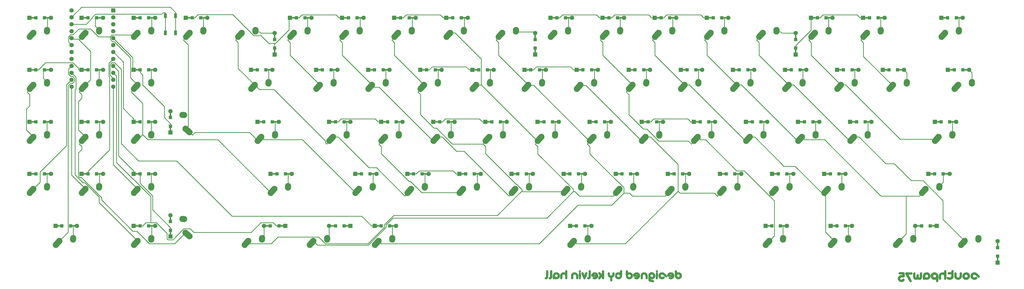
<source format=gbl>
G04 #@! TF.GenerationSoftware,KiCad,Pcbnew,5.1.6*
G04 #@! TF.CreationDate,2020-08-19T08:48:49-04:00*
G04 #@! TF.ProjectId,southpawpcb,736f7574-6870-4617-9770-63622e6b6963,rev?*
G04 #@! TF.SameCoordinates,Original*
G04 #@! TF.FileFunction,Copper,L2,Bot*
G04 #@! TF.FilePolarity,Positive*
%FSLAX46Y46*%
G04 Gerber Fmt 4.6, Leading zero omitted, Abs format (unit mm)*
G04 Created by KiCad (PCBNEW 5.1.6) date 2020-08-19 08:48:49*
%MOMM*%
%LPD*%
G01*
G04 APERTURE LIST*
G04 #@! TA.AperFunction,EtchedComponent*
%ADD10C,0.010000*%
G04 #@! TD*
G04 #@! TA.AperFunction,ComponentPad*
%ADD11R,1.600000X1.600000*%
G04 #@! TD*
G04 #@! TA.AperFunction,ComponentPad*
%ADD12C,1.600000*%
G04 #@! TD*
G04 #@! TA.AperFunction,ComponentPad*
%ADD13C,2.250000*%
G04 #@! TD*
G04 #@! TA.AperFunction,SMDPad,CuDef*
%ADD14R,1.200000X1.200000*%
G04 #@! TD*
G04 #@! TA.AperFunction,Conductor*
%ADD15R,2.500000X0.500000*%
G04 #@! TD*
G04 #@! TA.AperFunction,Conductor*
%ADD16R,0.500000X2.500000*%
G04 #@! TD*
G04 #@! TA.AperFunction,SMDPad,CuDef*
%ADD17R,1.000000X1.700000*%
G04 #@! TD*
G04 #@! TA.AperFunction,Conductor*
%ADD18C,0.250000*%
G04 #@! TD*
G04 APERTURE END LIST*
D10*
G04 #@! TO.C,G\u002A\u002A\u002A*
G36*
X220965842Y-71738087D02*
G01*
X220836047Y-71855941D01*
X220785708Y-72016262D01*
X220827985Y-72189511D01*
X220898779Y-72282936D01*
X221061974Y-72386799D01*
X221236353Y-72375544D01*
X221358194Y-72309121D01*
X221466973Y-72169955D01*
X221489477Y-72025586D01*
X221456527Y-71830753D01*
X221349322Y-71723897D01*
X221161934Y-71692238D01*
X220965842Y-71738087D01*
G37*
X220965842Y-71738087D02*
X220836047Y-71855941D01*
X220785708Y-72016262D01*
X220827985Y-72189511D01*
X220898779Y-72282936D01*
X221061974Y-72386799D01*
X221236353Y-72375544D01*
X221358194Y-72309121D01*
X221466973Y-72169955D01*
X221489477Y-72025586D01*
X221456527Y-71830753D01*
X221349322Y-71723897D01*
X221161934Y-71692238D01*
X220965842Y-71738087D01*
G36*
X249100312Y-71740808D02*
G01*
X248992068Y-71863026D01*
X248949796Y-72023657D01*
X248983566Y-72187465D01*
X249088202Y-72309121D01*
X249275965Y-72392981D01*
X249444838Y-72362161D01*
X249547616Y-72282936D01*
X249650365Y-72115199D01*
X249651528Y-71945814D01*
X249564104Y-71801899D01*
X249401091Y-71710570D01*
X249264462Y-71692238D01*
X249100312Y-71740808D01*
G37*
X249100312Y-71740808D02*
X248992068Y-71863026D01*
X248949796Y-72023657D01*
X248983566Y-72187465D01*
X249088202Y-72309121D01*
X249275965Y-72392981D01*
X249444838Y-72362161D01*
X249547616Y-72282936D01*
X249650365Y-72115199D01*
X249651528Y-71945814D01*
X249564104Y-71801899D01*
X249401091Y-71710570D01*
X249264462Y-71692238D01*
X249100312Y-71740808D01*
G36*
X208966400Y-71730225D02*
G01*
X208919430Y-71763122D01*
X208891188Y-71837119D01*
X208870393Y-72000128D01*
X208856557Y-72260057D01*
X208849194Y-72624815D01*
X208847642Y-72929750D01*
X208844483Y-73282306D01*
X208836253Y-73597358D01*
X208823916Y-73854544D01*
X208808439Y-74033504D01*
X208791526Y-74112806D01*
X208700147Y-74190703D01*
X208553020Y-74261587D01*
X208541384Y-74265617D01*
X208360925Y-74377953D01*
X208272653Y-74547874D01*
X208288361Y-74749158D01*
X208305086Y-74791021D01*
X208362822Y-74883055D01*
X208451395Y-74927510D01*
X208609617Y-74940733D01*
X208661336Y-74941075D01*
X208942594Y-74905047D01*
X209143925Y-74808169D01*
X209273977Y-74710979D01*
X209373669Y-74608365D01*
X209446984Y-74483640D01*
X209497905Y-74320117D01*
X209530413Y-74101107D01*
X209548491Y-73809925D01*
X209556121Y-73429884D01*
X209557384Y-73075687D01*
X209556524Y-72668485D01*
X209553025Y-72363032D01*
X209545512Y-72142944D01*
X209532608Y-71991839D01*
X209512936Y-71893332D01*
X209485119Y-71831040D01*
X209449361Y-71789998D01*
X209303631Y-71715938D01*
X209124030Y-71695069D01*
X208966400Y-71730225D01*
G37*
X208966400Y-71730225D02*
X208919430Y-71763122D01*
X208891188Y-71837119D01*
X208870393Y-72000128D01*
X208856557Y-72260057D01*
X208849194Y-72624815D01*
X208847642Y-72929750D01*
X208844483Y-73282306D01*
X208836253Y-73597358D01*
X208823916Y-73854544D01*
X208808439Y-74033504D01*
X208791526Y-74112806D01*
X208700147Y-74190703D01*
X208553020Y-74261587D01*
X208541384Y-74265617D01*
X208360925Y-74377953D01*
X208272653Y-74547874D01*
X208288361Y-74749158D01*
X208305086Y-74791021D01*
X208362822Y-74883055D01*
X208451395Y-74927510D01*
X208609617Y-74940733D01*
X208661336Y-74941075D01*
X208942594Y-74905047D01*
X209143925Y-74808169D01*
X209273977Y-74710979D01*
X209373669Y-74608365D01*
X209446984Y-74483640D01*
X209497905Y-74320117D01*
X209530413Y-74101107D01*
X209548491Y-73809925D01*
X209556121Y-73429884D01*
X209557384Y-73075687D01*
X209556524Y-72668485D01*
X209553025Y-72363032D01*
X209545512Y-72142944D01*
X209532608Y-71991839D01*
X209512936Y-71893332D01*
X209485119Y-71831040D01*
X209449361Y-71789998D01*
X209303631Y-71715938D01*
X209124030Y-71695069D01*
X208966400Y-71730225D01*
G36*
X210501940Y-71722857D02*
G01*
X210417563Y-71768271D01*
X210356060Y-71853423D01*
X210313878Y-71992643D01*
X210287462Y-72200259D01*
X210273259Y-72490603D01*
X210267716Y-72878002D01*
X210267092Y-73096607D01*
X210266221Y-74176093D01*
X210103779Y-74233665D01*
X209952233Y-74293769D01*
X209852733Y-74341532D01*
X209781015Y-74439522D01*
X209746351Y-74596891D01*
X209754662Y-74759058D01*
X209796865Y-74856330D01*
X209915789Y-74919939D01*
X210103896Y-74941148D01*
X210320779Y-74921690D01*
X210526036Y-74863296D01*
X210609307Y-74821495D01*
X210741162Y-74727543D01*
X210842959Y-74615848D01*
X210918443Y-74470709D01*
X210971357Y-74276426D01*
X211005444Y-74017300D01*
X211024447Y-73677630D01*
X211032111Y-73241715D01*
X211032831Y-73045231D01*
X211032474Y-72644953D01*
X211029393Y-72346051D01*
X211022105Y-72131765D01*
X211009131Y-71985338D01*
X210988989Y-71890011D01*
X210960197Y-71829027D01*
X210921514Y-71785843D01*
X210752466Y-71707791D01*
X210612745Y-71702851D01*
X210501940Y-71722857D01*
G37*
X210501940Y-71722857D02*
X210417563Y-71768271D01*
X210356060Y-71853423D01*
X210313878Y-71992643D01*
X210287462Y-72200259D01*
X210273259Y-72490603D01*
X210267716Y-72878002D01*
X210267092Y-73096607D01*
X210266221Y-74176093D01*
X210103779Y-74233665D01*
X209952233Y-74293769D01*
X209852733Y-74341532D01*
X209781015Y-74439522D01*
X209746351Y-74596891D01*
X209754662Y-74759058D01*
X209796865Y-74856330D01*
X209915789Y-74919939D01*
X210103896Y-74941148D01*
X210320779Y-74921690D01*
X210526036Y-74863296D01*
X210609307Y-74821495D01*
X210741162Y-74727543D01*
X210842959Y-74615848D01*
X210918443Y-74470709D01*
X210971357Y-74276426D01*
X211005444Y-74017300D01*
X211024447Y-73677630D01*
X211032111Y-73241715D01*
X211032831Y-73045231D01*
X211032474Y-72644953D01*
X211029393Y-72346051D01*
X211022105Y-72131765D01*
X211009131Y-71985338D01*
X210988989Y-71890011D01*
X210960197Y-71829027D01*
X210921514Y-71785843D01*
X210752466Y-71707791D01*
X210612745Y-71702851D01*
X210501940Y-71722857D01*
G36*
X212232694Y-72489704D02*
G01*
X211950672Y-72587728D01*
X211708291Y-72768233D01*
X211599482Y-72884747D01*
X211452274Y-73095502D01*
X211352838Y-73339571D01*
X211294735Y-73641836D01*
X211271529Y-74027180D01*
X211270407Y-74156648D01*
X211281356Y-74483783D01*
X211319326Y-74710075D01*
X211392000Y-74851224D01*
X211507059Y-74922932D01*
X211654224Y-74941075D01*
X211799705Y-74925799D01*
X211885996Y-74888586D01*
X211889245Y-74884263D01*
X211971391Y-74857822D01*
X212073786Y-74884263D01*
X212212773Y-74914762D01*
X212419229Y-74935383D01*
X212596647Y-74941075D01*
X212826931Y-74931966D01*
X212996281Y-74893631D01*
X213161215Y-74809566D01*
X213253969Y-74749099D01*
X213533757Y-74495907D01*
X213719050Y-74192297D01*
X213809849Y-73858756D01*
X213808130Y-73699106D01*
X213079630Y-73699106D01*
X213035255Y-73903966D01*
X212917373Y-74079185D01*
X212736710Y-74197283D01*
X212545168Y-74232238D01*
X212327116Y-74177997D01*
X212194043Y-74076509D01*
X212060944Y-73872748D01*
X212040327Y-73652835D01*
X212131763Y-73435378D01*
X212210980Y-73341648D01*
X212418161Y-73200601D01*
X212634880Y-73176013D01*
X212851287Y-73268328D01*
X212904957Y-73310388D01*
X213039772Y-73492086D01*
X213079630Y-73699106D01*
X213808130Y-73699106D01*
X213806154Y-73515772D01*
X213707964Y-73183833D01*
X213515280Y-72883428D01*
X213253969Y-72652122D01*
X213075136Y-72542418D01*
X212918737Y-72484435D01*
X212730353Y-72462511D01*
X212586961Y-72460145D01*
X212232694Y-72489704D01*
G37*
X212232694Y-72489704D02*
X211950672Y-72587728D01*
X211708291Y-72768233D01*
X211599482Y-72884747D01*
X211452274Y-73095502D01*
X211352838Y-73339571D01*
X211294735Y-73641836D01*
X211271529Y-74027180D01*
X211270407Y-74156648D01*
X211281356Y-74483783D01*
X211319326Y-74710075D01*
X211392000Y-74851224D01*
X211507059Y-74922932D01*
X211654224Y-74941075D01*
X211799705Y-74925799D01*
X211885996Y-74888586D01*
X211889245Y-74884263D01*
X211971391Y-74857822D01*
X212073786Y-74884263D01*
X212212773Y-74914762D01*
X212419229Y-74935383D01*
X212596647Y-74941075D01*
X212826931Y-74931966D01*
X212996281Y-74893631D01*
X213161215Y-74809566D01*
X213253969Y-74749099D01*
X213533757Y-74495907D01*
X213719050Y-74192297D01*
X213809849Y-73858756D01*
X213808130Y-73699106D01*
X213079630Y-73699106D01*
X213035255Y-73903966D01*
X212917373Y-74079185D01*
X212736710Y-74197283D01*
X212545168Y-74232238D01*
X212327116Y-74177997D01*
X212194043Y-74076509D01*
X212060944Y-73872748D01*
X212040327Y-73652835D01*
X212131763Y-73435378D01*
X212210980Y-73341648D01*
X212418161Y-73200601D01*
X212634880Y-73176013D01*
X212851287Y-73268328D01*
X212904957Y-73310388D01*
X213039772Y-73492086D01*
X213079630Y-73699106D01*
X213808130Y-73699106D01*
X213806154Y-73515772D01*
X213707964Y-73183833D01*
X213515280Y-72883428D01*
X213253969Y-72652122D01*
X213075136Y-72542418D01*
X212918737Y-72484435D01*
X212730353Y-72462511D01*
X212586961Y-72460145D01*
X212232694Y-72489704D01*
G36*
X215981635Y-71714370D02*
G01*
X215879242Y-71794200D01*
X215829811Y-71951880D01*
X215818779Y-72161843D01*
X215818779Y-72489680D01*
X215292240Y-72489680D01*
X215032986Y-72492705D01*
X214856356Y-72507166D01*
X214726880Y-72541140D01*
X214609089Y-72602704D01*
X214514100Y-72666889D01*
X214331574Y-72829739D01*
X214170092Y-73029707D01*
X214125058Y-73104436D01*
X214063685Y-73234456D01*
X214023627Y-73365928D01*
X214000512Y-73528566D01*
X213989970Y-73752086D01*
X213987616Y-74038668D01*
X213991820Y-74384929D01*
X214008878Y-74630197D01*
X214045461Y-74791460D01*
X214108242Y-74885703D01*
X214203890Y-74929912D01*
X214339077Y-74941073D01*
X214342035Y-74941075D01*
X214488221Y-74927763D01*
X214588335Y-74875789D01*
X214650722Y-74767097D01*
X214683725Y-74583629D01*
X214695688Y-74307331D01*
X214696454Y-74174118D01*
X214714638Y-73788760D01*
X214773170Y-73506009D01*
X214878016Y-73315447D01*
X215035145Y-73206653D01*
X215250523Y-73169209D01*
X215272130Y-73168982D01*
X215466357Y-73222578D01*
X215642387Y-73364155D01*
X215763328Y-73562454D01*
X215788141Y-73685748D01*
X215807220Y-73891008D01*
X215817664Y-74142095D01*
X215818779Y-74253805D01*
X215826959Y-74553717D01*
X215850492Y-74762922D01*
X215887868Y-74868289D01*
X215889663Y-74870192D01*
X216028540Y-74936156D01*
X216206207Y-74935174D01*
X216368515Y-74873236D01*
X216435662Y-74809793D01*
X216465575Y-74750214D01*
X216488430Y-74658045D01*
X216505106Y-74518647D01*
X216516481Y-74317380D01*
X216523435Y-74039606D01*
X216526846Y-73670686D01*
X216527616Y-73278198D01*
X216526784Y-72804814D01*
X216522205Y-72436414D01*
X216510759Y-72159845D01*
X216489324Y-71961953D01*
X216454779Y-71829585D01*
X216404001Y-71749587D01*
X216333871Y-71708806D01*
X216241266Y-71694087D01*
X216151258Y-71692238D01*
X215981635Y-71714370D01*
G37*
X215981635Y-71714370D02*
X215879242Y-71794200D01*
X215829811Y-71951880D01*
X215818779Y-72161843D01*
X215818779Y-72489680D01*
X215292240Y-72489680D01*
X215032986Y-72492705D01*
X214856356Y-72507166D01*
X214726880Y-72541140D01*
X214609089Y-72602704D01*
X214514100Y-72666889D01*
X214331574Y-72829739D01*
X214170092Y-73029707D01*
X214125058Y-73104436D01*
X214063685Y-73234456D01*
X214023627Y-73365928D01*
X214000512Y-73528566D01*
X213989970Y-73752086D01*
X213987616Y-74038668D01*
X213991820Y-74384929D01*
X214008878Y-74630197D01*
X214045461Y-74791460D01*
X214108242Y-74885703D01*
X214203890Y-74929912D01*
X214339077Y-74941073D01*
X214342035Y-74941075D01*
X214488221Y-74927763D01*
X214588335Y-74875789D01*
X214650722Y-74767097D01*
X214683725Y-74583629D01*
X214695688Y-74307331D01*
X214696454Y-74174118D01*
X214714638Y-73788760D01*
X214773170Y-73506009D01*
X214878016Y-73315447D01*
X215035145Y-73206653D01*
X215250523Y-73169209D01*
X215272130Y-73168982D01*
X215466357Y-73222578D01*
X215642387Y-73364155D01*
X215763328Y-73562454D01*
X215788141Y-73685748D01*
X215807220Y-73891008D01*
X215817664Y-74142095D01*
X215818779Y-74253805D01*
X215826959Y-74553717D01*
X215850492Y-74762922D01*
X215887868Y-74868289D01*
X215889663Y-74870192D01*
X216028540Y-74936156D01*
X216206207Y-74935174D01*
X216368515Y-74873236D01*
X216435662Y-74809793D01*
X216465575Y-74750214D01*
X216488430Y-74658045D01*
X216505106Y-74518647D01*
X216516481Y-74317380D01*
X216523435Y-74039606D01*
X216526846Y-73670686D01*
X216527616Y-73278198D01*
X216526784Y-72804814D01*
X216522205Y-72436414D01*
X216510759Y-72159845D01*
X216489324Y-71961953D01*
X216454779Y-71829585D01*
X216404001Y-71749587D01*
X216333871Y-71708806D01*
X216241266Y-71694087D01*
X216151258Y-71692238D01*
X215981635Y-71714370D01*
G36*
X218919183Y-72484686D02*
G01*
X218653515Y-72567519D01*
X218423944Y-72724761D01*
X218288873Y-72860423D01*
X218143554Y-73046725D01*
X218044032Y-73245438D01*
X217982862Y-73483785D01*
X217952600Y-73788992D01*
X217945620Y-74115723D01*
X217954877Y-74451110D01*
X217988031Y-74685411D01*
X218052470Y-74834520D01*
X218155581Y-74914330D01*
X218304751Y-74940736D01*
X218329244Y-74941075D01*
X218482310Y-74922021D01*
X218590124Y-74854225D01*
X218659885Y-74721737D01*
X218698792Y-74508608D01*
X218714042Y-74198888D01*
X218715076Y-74086188D01*
X218721300Y-73778431D01*
X218742874Y-73564465D01*
X218787608Y-73420181D01*
X218863311Y-73321472D01*
X218977790Y-73244229D01*
X218989896Y-73237701D01*
X219221762Y-73170993D01*
X219442480Y-73221407D01*
X219603788Y-73341648D01*
X219680816Y-73423559D01*
X219730671Y-73502216D01*
X219759260Y-73604753D01*
X219772489Y-73758304D01*
X219776265Y-73990003D01*
X219776454Y-74134871D01*
X219780534Y-74434866D01*
X219794644Y-74638501D01*
X219821590Y-74767332D01*
X219864176Y-74842916D01*
X219869278Y-74848252D01*
X220002212Y-74917521D01*
X220177908Y-74938090D01*
X220341853Y-74909251D01*
X220423742Y-74855458D01*
X220456099Y-74765177D01*
X220474651Y-74583205D01*
X220479960Y-74300254D01*
X220475277Y-74003776D01*
X220466093Y-73688079D01*
X220454094Y-73464895D01*
X220434287Y-73308618D01*
X220401679Y-73193643D01*
X220351275Y-73094363D01*
X220278084Y-72985172D01*
X220276090Y-72982337D01*
X220029561Y-72709060D01*
X219740292Y-72540008D01*
X219390630Y-72466146D01*
X219257696Y-72461117D01*
X218919183Y-72484686D01*
G37*
X218919183Y-72484686D02*
X218653515Y-72567519D01*
X218423944Y-72724761D01*
X218288873Y-72860423D01*
X218143554Y-73046725D01*
X218044032Y-73245438D01*
X217982862Y-73483785D01*
X217952600Y-73788992D01*
X217945620Y-74115723D01*
X217954877Y-74451110D01*
X217988031Y-74685411D01*
X218052470Y-74834520D01*
X218155581Y-74914330D01*
X218304751Y-74940736D01*
X218329244Y-74941075D01*
X218482310Y-74922021D01*
X218590124Y-74854225D01*
X218659885Y-74721737D01*
X218698792Y-74508608D01*
X218714042Y-74198888D01*
X218715076Y-74086188D01*
X218721300Y-73778431D01*
X218742874Y-73564465D01*
X218787608Y-73420181D01*
X218863311Y-73321472D01*
X218977790Y-73244229D01*
X218989896Y-73237701D01*
X219221762Y-73170993D01*
X219442480Y-73221407D01*
X219603788Y-73341648D01*
X219680816Y-73423559D01*
X219730671Y-73502216D01*
X219759260Y-73604753D01*
X219772489Y-73758304D01*
X219776265Y-73990003D01*
X219776454Y-74134871D01*
X219780534Y-74434866D01*
X219794644Y-74638501D01*
X219821590Y-74767332D01*
X219864176Y-74842916D01*
X219869278Y-74848252D01*
X220002212Y-74917521D01*
X220177908Y-74938090D01*
X220341853Y-74909251D01*
X220423742Y-74855458D01*
X220456099Y-74765177D01*
X220474651Y-74583205D01*
X220479960Y-74300254D01*
X220475277Y-74003776D01*
X220466093Y-73688079D01*
X220454094Y-73464895D01*
X220434287Y-73308618D01*
X220401679Y-73193643D01*
X220351275Y-73094363D01*
X220278084Y-72985172D01*
X220276090Y-72982337D01*
X220029561Y-72709060D01*
X219740292Y-72540008D01*
X219390630Y-72466146D01*
X219257696Y-72461117D01*
X218919183Y-72484686D01*
G36*
X221031249Y-72469931D02*
G01*
X220937309Y-72508921D01*
X220869992Y-72591562D01*
X220824986Y-72732299D01*
X220797976Y-72945581D01*
X220784650Y-73245855D01*
X220780692Y-73647566D01*
X220780640Y-73717637D01*
X220784246Y-74078472D01*
X220794348Y-74389982D01*
X220809875Y-74632707D01*
X220829752Y-74787185D01*
X220841788Y-74826819D01*
X220941025Y-74904154D01*
X221102130Y-74941324D01*
X221274566Y-74934530D01*
X221407798Y-74879971D01*
X221418593Y-74870192D01*
X221446721Y-74796703D01*
X221467357Y-74634935D01*
X221480989Y-74376825D01*
X221488108Y-74014312D01*
X221489477Y-73700610D01*
X221488264Y-73288099D01*
X221481963Y-72978864D01*
X221466581Y-72758050D01*
X221438127Y-72610798D01*
X221392607Y-72522252D01*
X221326029Y-72477554D01*
X221234401Y-72461847D01*
X221156129Y-72460145D01*
X221031249Y-72469931D01*
G37*
X221031249Y-72469931D02*
X220937309Y-72508921D01*
X220869992Y-72591562D01*
X220824986Y-72732299D01*
X220797976Y-72945581D01*
X220784650Y-73245855D01*
X220780692Y-73647566D01*
X220780640Y-73717637D01*
X220784246Y-74078472D01*
X220794348Y-74389982D01*
X220809875Y-74632707D01*
X220829752Y-74787185D01*
X220841788Y-74826819D01*
X220941025Y-74904154D01*
X221102130Y-74941324D01*
X221274566Y-74934530D01*
X221407798Y-74879971D01*
X221418593Y-74870192D01*
X221446721Y-74796703D01*
X221467357Y-74634935D01*
X221480989Y-74376825D01*
X221488108Y-74014312D01*
X221489477Y-73700610D01*
X221488264Y-73288099D01*
X221481963Y-72978864D01*
X221466581Y-72758050D01*
X221438127Y-72610798D01*
X221392607Y-72522252D01*
X221326029Y-72477554D01*
X221234401Y-72461847D01*
X221156129Y-72460145D01*
X221031249Y-72469931D01*
G36*
X223350833Y-72469664D02*
G01*
X223228328Y-72598909D01*
X223106215Y-72826215D01*
X223022648Y-73028143D01*
X222936543Y-73246615D01*
X222866715Y-73415852D01*
X222823505Y-73511161D01*
X222815259Y-73523401D01*
X222788570Y-73472415D01*
X222732126Y-73337258D01*
X222656967Y-73144634D01*
X222638245Y-73095145D01*
X222508487Y-72783671D01*
X222387823Y-72577055D01*
X222264217Y-72463919D01*
X222125636Y-72432886D01*
X221974119Y-72467235D01*
X221867024Y-72518405D01*
X221798459Y-72588638D01*
X221769687Y-72692788D01*
X221781971Y-72845705D01*
X221836573Y-73062241D01*
X221934756Y-73357249D01*
X222077782Y-73745580D01*
X222084247Y-73762717D01*
X222209231Y-74086414D01*
X222326517Y-74376594D01*
X222427465Y-74612904D01*
X222503434Y-74774989D01*
X222540562Y-74837703D01*
X222683290Y-74925031D01*
X222862474Y-74939936D01*
X223027937Y-74885032D01*
X223107646Y-74808169D01*
X223156902Y-74709730D01*
X223238777Y-74522383D01*
X223344245Y-74267773D01*
X223464281Y-73967547D01*
X223550762Y-73745419D01*
X223696703Y-73356311D01*
X223795932Y-73060306D01*
X223849560Y-72842480D01*
X223858696Y-72687909D01*
X223824452Y-72581669D01*
X223747936Y-72508835D01*
X223646349Y-72460459D01*
X223486062Y-72427256D01*
X223350833Y-72469664D01*
G37*
X223350833Y-72469664D02*
X223228328Y-72598909D01*
X223106215Y-72826215D01*
X223022648Y-73028143D01*
X222936543Y-73246615D01*
X222866715Y-73415852D01*
X222823505Y-73511161D01*
X222815259Y-73523401D01*
X222788570Y-73472415D01*
X222732126Y-73337258D01*
X222656967Y-73144634D01*
X222638245Y-73095145D01*
X222508487Y-72783671D01*
X222387823Y-72577055D01*
X222264217Y-72463919D01*
X222125636Y-72432886D01*
X221974119Y-72467235D01*
X221867024Y-72518405D01*
X221798459Y-72588638D01*
X221769687Y-72692788D01*
X221781971Y-72845705D01*
X221836573Y-73062241D01*
X221934756Y-73357249D01*
X222077782Y-73745580D01*
X222084247Y-73762717D01*
X222209231Y-74086414D01*
X222326517Y-74376594D01*
X222427465Y-74612904D01*
X222503434Y-74774989D01*
X222540562Y-74837703D01*
X222683290Y-74925031D01*
X222862474Y-74939936D01*
X223027937Y-74885032D01*
X223107646Y-74808169D01*
X223156902Y-74709730D01*
X223238777Y-74522383D01*
X223344245Y-74267773D01*
X223464281Y-73967547D01*
X223550762Y-73745419D01*
X223696703Y-73356311D01*
X223795932Y-73060306D01*
X223849560Y-72842480D01*
X223858696Y-72687909D01*
X223824452Y-72581669D01*
X223747936Y-72508835D01*
X223646349Y-72460459D01*
X223486062Y-72427256D01*
X223350833Y-72469664D01*
G36*
X224613126Y-71694538D02*
G01*
X224486839Y-71739271D01*
X224461219Y-71766075D01*
X224444959Y-71845810D01*
X224427960Y-72024197D01*
X224411450Y-72281766D01*
X224396657Y-72599045D01*
X224384810Y-72956564D01*
X224383895Y-72991423D01*
X224354361Y-74142933D01*
X224118081Y-74253625D01*
X223930954Y-74354389D01*
X223832124Y-74451471D01*
X223796372Y-74573915D01*
X223794102Y-74626740D01*
X223843263Y-74783731D01*
X223975942Y-74890556D01*
X224166138Y-74941350D01*
X224387850Y-74930245D01*
X224615076Y-74851374D01*
X224665017Y-74823255D01*
X224799267Y-74734118D01*
X224902140Y-74640230D01*
X224977780Y-74525088D01*
X225030330Y-74372191D01*
X225063934Y-74165039D01*
X225082734Y-73887131D01*
X225090875Y-73521964D01*
X225092512Y-73120797D01*
X225089551Y-72704734D01*
X225080960Y-72350061D01*
X225067422Y-72071498D01*
X225049619Y-71883765D01*
X225031585Y-71806494D01*
X224935640Y-71731703D01*
X224779440Y-71693199D01*
X224613126Y-71694538D01*
G37*
X224613126Y-71694538D02*
X224486839Y-71739271D01*
X224461219Y-71766075D01*
X224444959Y-71845810D01*
X224427960Y-72024197D01*
X224411450Y-72281766D01*
X224396657Y-72599045D01*
X224384810Y-72956564D01*
X224383895Y-72991423D01*
X224354361Y-74142933D01*
X224118081Y-74253625D01*
X223930954Y-74354389D01*
X223832124Y-74451471D01*
X223796372Y-74573915D01*
X223794102Y-74626740D01*
X223843263Y-74783731D01*
X223975942Y-74890556D01*
X224166138Y-74941350D01*
X224387850Y-74930245D01*
X224615076Y-74851374D01*
X224665017Y-74823255D01*
X224799267Y-74734118D01*
X224902140Y-74640230D01*
X224977780Y-74525088D01*
X225030330Y-74372191D01*
X225063934Y-74165039D01*
X225082734Y-73887131D01*
X225090875Y-73521964D01*
X225092512Y-73120797D01*
X225089551Y-72704734D01*
X225080960Y-72350061D01*
X225067422Y-72071498D01*
X225049619Y-71883765D01*
X225031585Y-71806494D01*
X224935640Y-71731703D01*
X224779440Y-71693199D01*
X224613126Y-71694538D01*
G36*
X226220263Y-72504898D02*
G01*
X225945144Y-72609429D01*
X225897688Y-72638816D01*
X225632743Y-72879538D01*
X225441375Y-73179806D01*
X225344585Y-73505736D01*
X225341059Y-73536943D01*
X225330019Y-73708654D01*
X225345952Y-73831209D01*
X225405050Y-73912937D01*
X225523508Y-73962171D01*
X225717520Y-73987243D01*
X226003280Y-73996483D01*
X226237058Y-73997924D01*
X227012500Y-73999890D01*
X226865739Y-74121983D01*
X226735779Y-74202221D01*
X226587096Y-74217869D01*
X226481785Y-74204570D01*
X226184324Y-74173586D01*
X225980677Y-74200720D01*
X225858625Y-74291994D01*
X225805951Y-74453427D01*
X225801570Y-74539745D01*
X225855458Y-74712646D01*
X226011677Y-74839509D01*
X226262060Y-74916091D01*
X226569477Y-74938490D01*
X226843605Y-74919587D01*
X227063600Y-74871041D01*
X227130640Y-74842923D01*
X227441436Y-74620881D01*
X227663164Y-74342216D01*
X227795780Y-74026173D01*
X227839243Y-73691995D01*
X227796747Y-73382517D01*
X226945499Y-73382517D01*
X226879135Y-73399035D01*
X226726314Y-73403614D01*
X226563864Y-73403296D01*
X226126454Y-73401331D01*
X226265905Y-73285157D01*
X226451738Y-73190865D01*
X226657758Y-73175669D01*
X226838879Y-73239427D01*
X226894361Y-73287122D01*
X226944282Y-73347424D01*
X226945499Y-73382517D01*
X227796747Y-73382517D01*
X227793507Y-73358925D01*
X227658530Y-73046205D01*
X227434269Y-72773081D01*
X227135762Y-72566415D01*
X226862604Y-72480641D01*
X226541761Y-72461052D01*
X226220263Y-72504898D01*
G37*
X226220263Y-72504898D02*
X225945144Y-72609429D01*
X225897688Y-72638816D01*
X225632743Y-72879538D01*
X225441375Y-73179806D01*
X225344585Y-73505736D01*
X225341059Y-73536943D01*
X225330019Y-73708654D01*
X225345952Y-73831209D01*
X225405050Y-73912937D01*
X225523508Y-73962171D01*
X225717520Y-73987243D01*
X226003280Y-73996483D01*
X226237058Y-73997924D01*
X227012500Y-73999890D01*
X226865739Y-74121983D01*
X226735779Y-74202221D01*
X226587096Y-74217869D01*
X226481785Y-74204570D01*
X226184324Y-74173586D01*
X225980677Y-74200720D01*
X225858625Y-74291994D01*
X225805951Y-74453427D01*
X225801570Y-74539745D01*
X225855458Y-74712646D01*
X226011677Y-74839509D01*
X226262060Y-74916091D01*
X226569477Y-74938490D01*
X226843605Y-74919587D01*
X227063600Y-74871041D01*
X227130640Y-74842923D01*
X227441436Y-74620881D01*
X227663164Y-74342216D01*
X227795780Y-74026173D01*
X227839243Y-73691995D01*
X227796747Y-73382517D01*
X226945499Y-73382517D01*
X226879135Y-73399035D01*
X226726314Y-73403614D01*
X226563864Y-73403296D01*
X226126454Y-73401331D01*
X226265905Y-73285157D01*
X226451738Y-73190865D01*
X226657758Y-73175669D01*
X226838879Y-73239427D01*
X226894361Y-73287122D01*
X226944282Y-73347424D01*
X226945499Y-73382517D01*
X227796747Y-73382517D01*
X227793507Y-73358925D01*
X227658530Y-73046205D01*
X227434269Y-72773081D01*
X227135762Y-72566415D01*
X226862604Y-72480641D01*
X226541761Y-72461052D01*
X226220263Y-72504898D01*
G36*
X235957501Y-71750789D02*
G01*
X235929350Y-71778158D01*
X235833675Y-71904585D01*
X235791275Y-72061577D01*
X235784361Y-72214379D01*
X235784361Y-72505611D01*
X235402436Y-72474954D01*
X235167524Y-72464579D01*
X234989112Y-72486219D01*
X234807450Y-72550847D01*
X234690586Y-72605714D01*
X234398560Y-72782837D01*
X234202257Y-72992302D01*
X234088404Y-73256619D01*
X234043727Y-73598299D01*
X234041802Y-73705976D01*
X234046485Y-73949954D01*
X234067406Y-74117166D01*
X234114874Y-74248836D01*
X234199199Y-74386190D01*
X234219012Y-74414592D01*
X234479300Y-74690028D01*
X234800174Y-74864221D01*
X235180053Y-74936388D01*
X235276791Y-74938465D01*
X235631548Y-74900958D01*
X235852762Y-74821703D01*
X236120615Y-74623547D01*
X236340508Y-74353460D01*
X236479541Y-74052874D01*
X236487980Y-74021743D01*
X236510335Y-73873744D01*
X236518359Y-73772861D01*
X235785114Y-73772861D01*
X235703610Y-73986333D01*
X235628631Y-74076509D01*
X235424870Y-74209608D01*
X235204958Y-74230225D01*
X234987500Y-74138790D01*
X234893770Y-74059573D01*
X234759199Y-73855666D01*
X234731135Y-73639818D01*
X234805697Y-73438484D01*
X234979005Y-73278120D01*
X235010983Y-73260416D01*
X235232059Y-73179951D01*
X235416112Y-73200017D01*
X235594574Y-73324867D01*
X235611695Y-73341648D01*
X235754333Y-73551764D01*
X235785114Y-73772861D01*
X236518359Y-73772861D01*
X236529310Y-73635193D01*
X236543429Y-73333660D01*
X236551213Y-72996716D01*
X236552268Y-72822229D01*
X236552268Y-71878022D01*
X236396627Y-71755595D01*
X236233315Y-71654467D01*
X236099532Y-71652257D01*
X235957501Y-71750789D01*
G37*
X235957501Y-71750789D02*
X235929350Y-71778158D01*
X235833675Y-71904585D01*
X235791275Y-72061577D01*
X235784361Y-72214379D01*
X235784361Y-72505611D01*
X235402436Y-72474954D01*
X235167524Y-72464579D01*
X234989112Y-72486219D01*
X234807450Y-72550847D01*
X234690586Y-72605714D01*
X234398560Y-72782837D01*
X234202257Y-72992302D01*
X234088404Y-73256619D01*
X234043727Y-73598299D01*
X234041802Y-73705976D01*
X234046485Y-73949954D01*
X234067406Y-74117166D01*
X234114874Y-74248836D01*
X234199199Y-74386190D01*
X234219012Y-74414592D01*
X234479300Y-74690028D01*
X234800174Y-74864221D01*
X235180053Y-74936388D01*
X235276791Y-74938465D01*
X235631548Y-74900958D01*
X235852762Y-74821703D01*
X236120615Y-74623547D01*
X236340508Y-74353460D01*
X236479541Y-74052874D01*
X236487980Y-74021743D01*
X236510335Y-73873744D01*
X236518359Y-73772861D01*
X235785114Y-73772861D01*
X235703610Y-73986333D01*
X235628631Y-74076509D01*
X235424870Y-74209608D01*
X235204958Y-74230225D01*
X234987500Y-74138790D01*
X234893770Y-74059573D01*
X234759199Y-73855666D01*
X234731135Y-73639818D01*
X234805697Y-73438484D01*
X234979005Y-73278120D01*
X235010983Y-73260416D01*
X235232059Y-73179951D01*
X235416112Y-73200017D01*
X235594574Y-73324867D01*
X235611695Y-73341648D01*
X235754333Y-73551764D01*
X235785114Y-73772861D01*
X236518359Y-73772861D01*
X236529310Y-73635193D01*
X236543429Y-73333660D01*
X236551213Y-72996716D01*
X236552268Y-72822229D01*
X236552268Y-71878022D01*
X236396627Y-71755595D01*
X236233315Y-71654467D01*
X236099532Y-71652257D01*
X235957501Y-71750789D01*
G36*
X238143627Y-71713637D02*
G01*
X238043615Y-71785850D01*
X238031090Y-71806494D01*
X238009379Y-71906183D01*
X237991666Y-72105595D01*
X237978918Y-72386355D01*
X237972103Y-72730086D01*
X237971239Y-72943587D01*
X237973492Y-73332479D01*
X237980306Y-73623664D01*
X237993460Y-73837544D01*
X238014730Y-73994520D01*
X238045894Y-74114993D01*
X238080925Y-74202703D01*
X238264107Y-74496411D01*
X238506651Y-74734043D01*
X238721184Y-74860741D01*
X238969267Y-74922896D01*
X239267051Y-74936725D01*
X239561828Y-74904038D01*
X239800890Y-74826644D01*
X239806992Y-74823470D01*
X240115833Y-74601740D01*
X240333881Y-74323870D01*
X240461363Y-74009041D01*
X240489924Y-73753256D01*
X239760823Y-73753256D01*
X239692916Y-73953454D01*
X239554959Y-74112070D01*
X239370320Y-74211075D01*
X239162366Y-74232439D01*
X238954465Y-74158131D01*
X238936342Y-74145986D01*
X238778346Y-73972490D01*
X238706904Y-73754537D01*
X238734548Y-73531765D01*
X238738823Y-73521048D01*
X238874288Y-73319629D01*
X239060115Y-73202895D01*
X239268460Y-73170609D01*
X239471476Y-73222537D01*
X239641319Y-73358440D01*
X239735313Y-73529509D01*
X239760823Y-73753256D01*
X240489924Y-73753256D01*
X240498503Y-73676431D01*
X240445526Y-73345218D01*
X240302659Y-73034583D01*
X240070126Y-72763703D01*
X239780495Y-72567770D01*
X239623937Y-72501284D01*
X239461711Y-72469606D01*
X239249482Y-72466516D01*
X239110367Y-72473774D01*
X238678779Y-72501472D01*
X238678779Y-72211111D01*
X238663129Y-71955986D01*
X238607598Y-71797028D01*
X238499315Y-71715394D01*
X238325408Y-71692239D01*
X238324361Y-71692238D01*
X238143627Y-71713637D01*
G37*
X238143627Y-71713637D02*
X238043615Y-71785850D01*
X238031090Y-71806494D01*
X238009379Y-71906183D01*
X237991666Y-72105595D01*
X237978918Y-72386355D01*
X237972103Y-72730086D01*
X237971239Y-72943587D01*
X237973492Y-73332479D01*
X237980306Y-73623664D01*
X237993460Y-73837544D01*
X238014730Y-73994520D01*
X238045894Y-74114993D01*
X238080925Y-74202703D01*
X238264107Y-74496411D01*
X238506651Y-74734043D01*
X238721184Y-74860741D01*
X238969267Y-74922896D01*
X239267051Y-74936725D01*
X239561828Y-74904038D01*
X239800890Y-74826644D01*
X239806992Y-74823470D01*
X240115833Y-74601740D01*
X240333881Y-74323870D01*
X240461363Y-74009041D01*
X240489924Y-73753256D01*
X239760823Y-73753256D01*
X239692916Y-73953454D01*
X239554959Y-74112070D01*
X239370320Y-74211075D01*
X239162366Y-74232439D01*
X238954465Y-74158131D01*
X238936342Y-74145986D01*
X238778346Y-73972490D01*
X238706904Y-73754537D01*
X238734548Y-73531765D01*
X238738823Y-73521048D01*
X238874288Y-73319629D01*
X239060115Y-73202895D01*
X239268460Y-73170609D01*
X239471476Y-73222537D01*
X239641319Y-73358440D01*
X239735313Y-73529509D01*
X239760823Y-73753256D01*
X240489924Y-73753256D01*
X240498503Y-73676431D01*
X240445526Y-73345218D01*
X240302659Y-73034583D01*
X240070126Y-72763703D01*
X239780495Y-72567770D01*
X239623937Y-72501284D01*
X239461711Y-72469606D01*
X239249482Y-72466516D01*
X239110367Y-72473774D01*
X238678779Y-72501472D01*
X238678779Y-72211111D01*
X238663129Y-71955986D01*
X238607598Y-71797028D01*
X238499315Y-71715394D01*
X238325408Y-71692239D01*
X238324361Y-71692238D01*
X238143627Y-71713637D01*
G36*
X241595500Y-72481515D02*
G01*
X241379324Y-72539720D01*
X241207182Y-72647554D01*
X241013810Y-72820697D01*
X240835511Y-73021279D01*
X240708591Y-73211426D01*
X240684515Y-73264521D01*
X240640758Y-73449778D01*
X240630782Y-73653832D01*
X240653576Y-73830326D01*
X240698965Y-73925075D01*
X240795190Y-73959978D01*
X241003935Y-73983516D01*
X241327229Y-73995867D01*
X241540709Y-73997924D01*
X242311570Y-73999890D01*
X242164809Y-74121983D01*
X242034849Y-74202221D01*
X241886166Y-74217869D01*
X241780855Y-74204570D01*
X241483394Y-74173586D01*
X241279746Y-74200720D01*
X241157694Y-74291994D01*
X241105021Y-74453427D01*
X241100640Y-74539745D01*
X241154528Y-74712646D01*
X241310747Y-74839509D01*
X241561130Y-74916091D01*
X241868547Y-74938490D01*
X242142675Y-74919587D01*
X242362670Y-74871041D01*
X242429709Y-74842923D01*
X242738342Y-74622165D01*
X242959262Y-74344413D01*
X243092323Y-74029048D01*
X243137380Y-73695451D01*
X243096817Y-73382517D01*
X242244569Y-73382517D01*
X242178205Y-73399035D01*
X242025384Y-73403614D01*
X241862934Y-73403296D01*
X241425523Y-73401331D01*
X241564974Y-73285157D01*
X241750808Y-73190865D01*
X241956828Y-73175669D01*
X242137948Y-73239427D01*
X242193430Y-73287122D01*
X242243352Y-73347424D01*
X242244569Y-73382517D01*
X243096817Y-73382517D01*
X243094287Y-73363003D01*
X242962897Y-73051085D01*
X242743064Y-72779077D01*
X242446830Y-72572536D01*
X242198997Y-72492545D01*
X241897157Y-72461649D01*
X241595500Y-72481515D01*
G37*
X241595500Y-72481515D02*
X241379324Y-72539720D01*
X241207182Y-72647554D01*
X241013810Y-72820697D01*
X240835511Y-73021279D01*
X240708591Y-73211426D01*
X240684515Y-73264521D01*
X240640758Y-73449778D01*
X240630782Y-73653832D01*
X240653576Y-73830326D01*
X240698965Y-73925075D01*
X240795190Y-73959978D01*
X241003935Y-73983516D01*
X241327229Y-73995867D01*
X241540709Y-73997924D01*
X242311570Y-73999890D01*
X242164809Y-74121983D01*
X242034849Y-74202221D01*
X241886166Y-74217869D01*
X241780855Y-74204570D01*
X241483394Y-74173586D01*
X241279746Y-74200720D01*
X241157694Y-74291994D01*
X241105021Y-74453427D01*
X241100640Y-74539745D01*
X241154528Y-74712646D01*
X241310747Y-74839509D01*
X241561130Y-74916091D01*
X241868547Y-74938490D01*
X242142675Y-74919587D01*
X242362670Y-74871041D01*
X242429709Y-74842923D01*
X242738342Y-74622165D01*
X242959262Y-74344413D01*
X243092323Y-74029048D01*
X243137380Y-73695451D01*
X243096817Y-73382517D01*
X242244569Y-73382517D01*
X242178205Y-73399035D01*
X242025384Y-73403614D01*
X241862934Y-73403296D01*
X241425523Y-73401331D01*
X241564974Y-73285157D01*
X241750808Y-73190865D01*
X241956828Y-73175669D01*
X242137948Y-73239427D01*
X242193430Y-73287122D01*
X242243352Y-73347424D01*
X242244569Y-73382517D01*
X243096817Y-73382517D01*
X243094287Y-73363003D01*
X242962897Y-73051085D01*
X242743064Y-72779077D01*
X242446830Y-72572536D01*
X242198997Y-72492545D01*
X241897157Y-72461649D01*
X241595500Y-72481515D01*
G36*
X244260987Y-72504964D02*
G01*
X243949797Y-72641797D01*
X243675809Y-72882763D01*
X243616720Y-72952737D01*
X243543126Y-73047540D01*
X243491984Y-73133584D01*
X243458551Y-73234835D01*
X243438086Y-73375262D01*
X243425846Y-73578830D01*
X243417090Y-73869508D01*
X243414493Y-73974821D01*
X243408793Y-74333834D01*
X243415531Y-74591492D01*
X243440070Y-74764365D01*
X243487777Y-74869027D01*
X243564016Y-74922048D01*
X243674153Y-74940001D01*
X243727322Y-74941075D01*
X243883097Y-74924401D01*
X243991601Y-74863180D01*
X244060726Y-74740617D01*
X244098362Y-74539915D01*
X244112399Y-74244280D01*
X244113198Y-74119671D01*
X244114665Y-73845270D01*
X244123158Y-73661341D01*
X244144818Y-73540221D01*
X244185784Y-73454247D01*
X244252194Y-73375753D01*
X244285863Y-73341648D01*
X244492647Y-73198073D01*
X244703991Y-73172134D01*
X244913565Y-73263832D01*
X245003788Y-73341648D01*
X245081079Y-73423905D01*
X245130994Y-73502933D01*
X245159514Y-73606035D01*
X245172618Y-73760513D01*
X245176287Y-73993671D01*
X245176454Y-74129935D01*
X245179431Y-74416664D01*
X245190798Y-74609486D01*
X245214211Y-74732539D01*
X245253325Y-74809961D01*
X245284477Y-74843316D01*
X245455263Y-74931382D01*
X245645064Y-74933235D01*
X245809234Y-74852823D01*
X245861935Y-74792261D01*
X245910199Y-74648889D01*
X245936875Y-74421660D01*
X245943187Y-74142633D01*
X245930360Y-73843867D01*
X245899618Y-73557422D01*
X245852185Y-73315355D01*
X245799939Y-73168982D01*
X245582234Y-72842055D01*
X245312137Y-72619021D01*
X244980295Y-72494211D01*
X244632411Y-72461117D01*
X244260987Y-72504964D01*
G37*
X244260987Y-72504964D02*
X243949797Y-72641797D01*
X243675809Y-72882763D01*
X243616720Y-72952737D01*
X243543126Y-73047540D01*
X243491984Y-73133584D01*
X243458551Y-73234835D01*
X243438086Y-73375262D01*
X243425846Y-73578830D01*
X243417090Y-73869508D01*
X243414493Y-73974821D01*
X243408793Y-74333834D01*
X243415531Y-74591492D01*
X243440070Y-74764365D01*
X243487777Y-74869027D01*
X243564016Y-74922048D01*
X243674153Y-74940001D01*
X243727322Y-74941075D01*
X243883097Y-74924401D01*
X243991601Y-74863180D01*
X244060726Y-74740617D01*
X244098362Y-74539915D01*
X244112399Y-74244280D01*
X244113198Y-74119671D01*
X244114665Y-73845270D01*
X244123158Y-73661341D01*
X244144818Y-73540221D01*
X244185784Y-73454247D01*
X244252194Y-73375753D01*
X244285863Y-73341648D01*
X244492647Y-73198073D01*
X244703991Y-73172134D01*
X244913565Y-73263832D01*
X245003788Y-73341648D01*
X245081079Y-73423905D01*
X245130994Y-73502933D01*
X245159514Y-73606035D01*
X245172618Y-73760513D01*
X245176287Y-73993671D01*
X245176454Y-74129935D01*
X245179431Y-74416664D01*
X245190798Y-74609486D01*
X245214211Y-74732539D01*
X245253325Y-74809961D01*
X245284477Y-74843316D01*
X245455263Y-74931382D01*
X245645064Y-74933235D01*
X245809234Y-74852823D01*
X245861935Y-74792261D01*
X245910199Y-74648889D01*
X245936875Y-74421660D01*
X245943187Y-74142633D01*
X245930360Y-73843867D01*
X245899618Y-73557422D01*
X245852185Y-73315355D01*
X245799939Y-73168982D01*
X245582234Y-72842055D01*
X245312137Y-72619021D01*
X244980295Y-72494211D01*
X244632411Y-72461117D01*
X244260987Y-72504964D01*
G36*
X249101703Y-72493121D02*
G01*
X249018067Y-72574401D01*
X248993951Y-72677816D01*
X248975707Y-72871336D01*
X248963236Y-73131697D01*
X248956438Y-73435633D01*
X248955215Y-73759880D01*
X248959469Y-74081172D01*
X248969101Y-74376244D01*
X248984012Y-74621831D01*
X249004104Y-74794668D01*
X249027802Y-74870192D01*
X249154753Y-74928021D01*
X249330438Y-74936089D01*
X249497545Y-74896703D01*
X249572932Y-74848252D01*
X249607088Y-74796594D01*
X249631969Y-74708977D01*
X249648925Y-74568709D01*
X249659307Y-74359094D01*
X249664464Y-74063439D01*
X249665756Y-73700610D01*
X249663953Y-73287719D01*
X249655469Y-72978137D01*
X249635694Y-72757051D01*
X249600019Y-72609649D01*
X249543831Y-72521118D01*
X249462522Y-72476647D01*
X249351481Y-72461422D01*
X249279661Y-72460145D01*
X249101703Y-72493121D01*
G37*
X249101703Y-72493121D02*
X249018067Y-72574401D01*
X248993951Y-72677816D01*
X248975707Y-72871336D01*
X248963236Y-73131697D01*
X248956438Y-73435633D01*
X248955215Y-73759880D01*
X248959469Y-74081172D01*
X248969101Y-74376244D01*
X248984012Y-74621831D01*
X249004104Y-74794668D01*
X249027802Y-74870192D01*
X249154753Y-74928021D01*
X249330438Y-74936089D01*
X249497545Y-74896703D01*
X249572932Y-74848252D01*
X249607088Y-74796594D01*
X249631969Y-74708977D01*
X249648925Y-74568709D01*
X249659307Y-74359094D01*
X249664464Y-74063439D01*
X249665756Y-73700610D01*
X249663953Y-73287719D01*
X249655469Y-72978137D01*
X249635694Y-72757051D01*
X249600019Y-72609649D01*
X249543831Y-72521118D01*
X249462522Y-72476647D01*
X249351481Y-72461422D01*
X249279661Y-72460145D01*
X249101703Y-72493121D01*
G36*
X250922830Y-72483377D02*
G01*
X250666448Y-72552489D01*
X250623286Y-72572536D01*
X250322916Y-72785345D01*
X250108160Y-73058342D01*
X249979099Y-73371319D01*
X249935816Y-73704069D01*
X249978392Y-74036382D01*
X250106907Y-74348051D01*
X250321443Y-74618867D01*
X250614233Y-74824650D01*
X250900880Y-74917660D01*
X251231918Y-74943898D01*
X251558705Y-74904103D01*
X251820036Y-74806308D01*
X251986941Y-74687667D01*
X252118077Y-74553188D01*
X252143707Y-74514638D01*
X252197241Y-74396989D01*
X252185075Y-74304814D01*
X252110012Y-74190643D01*
X251946536Y-74043292D01*
X251763809Y-74012400D01*
X251564929Y-74098418D01*
X251550338Y-74108936D01*
X251319268Y-74218949D01*
X251090225Y-74212618D01*
X250875820Y-74090823D01*
X250842607Y-74059573D01*
X250699032Y-73852789D01*
X250673094Y-73641445D01*
X250764792Y-73431871D01*
X250842607Y-73341648D01*
X250985138Y-73220105D01*
X251120244Y-73162387D01*
X251264223Y-73173840D01*
X251433371Y-73259811D01*
X251643982Y-73425646D01*
X251912354Y-73676690D01*
X251936802Y-73700610D01*
X252173561Y-73928175D01*
X252347673Y-74082134D01*
X252476865Y-74175463D01*
X252578865Y-74221142D01*
X252662998Y-74232238D01*
X252866427Y-74186100D01*
X252994484Y-74057163D01*
X253032733Y-73887201D01*
X253011817Y-73796303D01*
X252941363Y-73679237D01*
X252809812Y-73521226D01*
X252605606Y-73307490D01*
X252486337Y-73188607D01*
X252262876Y-72975117D01*
X252051355Y-72785555D01*
X251874762Y-72639732D01*
X251756083Y-72557461D01*
X251750899Y-72554774D01*
X251515469Y-72483725D01*
X251222641Y-72460191D01*
X250922830Y-72483377D01*
G37*
X250922830Y-72483377D02*
X250666448Y-72552489D01*
X250623286Y-72572536D01*
X250322916Y-72785345D01*
X250108160Y-73058342D01*
X249979099Y-73371319D01*
X249935816Y-73704069D01*
X249978392Y-74036382D01*
X250106907Y-74348051D01*
X250321443Y-74618867D01*
X250614233Y-74824650D01*
X250900880Y-74917660D01*
X251231918Y-74943898D01*
X251558705Y-74904103D01*
X251820036Y-74806308D01*
X251986941Y-74687667D01*
X252118077Y-74553188D01*
X252143707Y-74514638D01*
X252197241Y-74396989D01*
X252185075Y-74304814D01*
X252110012Y-74190643D01*
X251946536Y-74043292D01*
X251763809Y-74012400D01*
X251564929Y-74098418D01*
X251550338Y-74108936D01*
X251319268Y-74218949D01*
X251090225Y-74212618D01*
X250875820Y-74090823D01*
X250842607Y-74059573D01*
X250699032Y-73852789D01*
X250673094Y-73641445D01*
X250764792Y-73431871D01*
X250842607Y-73341648D01*
X250985138Y-73220105D01*
X251120244Y-73162387D01*
X251264223Y-73173840D01*
X251433371Y-73259811D01*
X251643982Y-73425646D01*
X251912354Y-73676690D01*
X251936802Y-73700610D01*
X252173561Y-73928175D01*
X252347673Y-74082134D01*
X252476865Y-74175463D01*
X252578865Y-74221142D01*
X252662998Y-74232238D01*
X252866427Y-74186100D01*
X252994484Y-74057163D01*
X253032733Y-73887201D01*
X253011817Y-73796303D01*
X252941363Y-73679237D01*
X252809812Y-73521226D01*
X252605606Y-73307490D01*
X252486337Y-73188607D01*
X252262876Y-72975117D01*
X252051355Y-72785555D01*
X251874762Y-72639732D01*
X251756083Y-72557461D01*
X251750899Y-72554774D01*
X251515469Y-72483725D01*
X251222641Y-72460191D01*
X250922830Y-72483377D01*
G36*
X254047950Y-72481074D02*
G01*
X253902369Y-72533314D01*
X253771421Y-72604512D01*
X253538612Y-72783025D01*
X253346103Y-73010008D01*
X253205790Y-73260388D01*
X253129568Y-73509088D01*
X253129331Y-73731035D01*
X253178690Y-73853955D01*
X253221648Y-73910331D01*
X253277763Y-73949521D01*
X253368057Y-73975256D01*
X253513549Y-73991270D01*
X253735260Y-74001294D01*
X254051926Y-74009014D01*
X254834361Y-74025494D01*
X254666255Y-74139371D01*
X254545181Y-74206304D01*
X254422562Y-74225049D01*
X254247252Y-74201653D01*
X254207166Y-74193641D01*
X253943944Y-74164287D01*
X253767557Y-74206807D01*
X253667287Y-74326433D01*
X253635332Y-74472895D01*
X253649205Y-74662371D01*
X253736472Y-74794750D01*
X253909535Y-74878649D01*
X254180799Y-74922684D01*
X254293190Y-74929898D01*
X254541695Y-74934347D01*
X254721185Y-74913593D01*
X254879593Y-74859161D01*
X254982035Y-74808108D01*
X255285045Y-74589180D01*
X255490216Y-74306099D01*
X255600410Y-73954213D01*
X255619789Y-73771902D01*
X255595952Y-73401331D01*
X254834361Y-73401331D01*
X253948314Y-73401331D01*
X254087765Y-73285157D01*
X254244678Y-73199298D01*
X254391337Y-73168982D01*
X254558388Y-73207102D01*
X254694910Y-73285157D01*
X254834361Y-73401331D01*
X255595952Y-73401331D01*
X255594630Y-73380792D01*
X255471226Y-73052339D01*
X255245624Y-72778026D01*
X255107861Y-72668677D01*
X254939489Y-72566028D01*
X254768928Y-72506968D01*
X254546859Y-72476623D01*
X254449500Y-72470127D01*
X254214256Y-72463197D01*
X254047950Y-72481074D01*
G37*
X254047950Y-72481074D02*
X253902369Y-72533314D01*
X253771421Y-72604512D01*
X253538612Y-72783025D01*
X253346103Y-73010008D01*
X253205790Y-73260388D01*
X253129568Y-73509088D01*
X253129331Y-73731035D01*
X253178690Y-73853955D01*
X253221648Y-73910331D01*
X253277763Y-73949521D01*
X253368057Y-73975256D01*
X253513549Y-73991270D01*
X253735260Y-74001294D01*
X254051926Y-74009014D01*
X254834361Y-74025494D01*
X254666255Y-74139371D01*
X254545181Y-74206304D01*
X254422562Y-74225049D01*
X254247252Y-74201653D01*
X254207166Y-74193641D01*
X253943944Y-74164287D01*
X253767557Y-74206807D01*
X253667287Y-74326433D01*
X253635332Y-74472895D01*
X253649205Y-74662371D01*
X253736472Y-74794750D01*
X253909535Y-74878649D01*
X254180799Y-74922684D01*
X254293190Y-74929898D01*
X254541695Y-74934347D01*
X254721185Y-74913593D01*
X254879593Y-74859161D01*
X254982035Y-74808108D01*
X255285045Y-74589180D01*
X255490216Y-74306099D01*
X255600410Y-73954213D01*
X255619789Y-73771902D01*
X255595952Y-73401331D01*
X254834361Y-73401331D01*
X253948314Y-73401331D01*
X254087765Y-73285157D01*
X254244678Y-73199298D01*
X254391337Y-73168982D01*
X254558388Y-73207102D01*
X254694910Y-73285157D01*
X254834361Y-73401331D01*
X255595952Y-73401331D01*
X255594630Y-73380792D01*
X255471226Y-73052339D01*
X255245624Y-72778026D01*
X255107861Y-72668677D01*
X254939489Y-72566028D01*
X254768928Y-72506968D01*
X254546859Y-72476623D01*
X254449500Y-72470127D01*
X254214256Y-72463197D01*
X254047950Y-72481074D01*
G36*
X256109424Y-71723118D02*
G01*
X256016768Y-71767429D01*
X255951130Y-71851456D01*
X255908593Y-71989947D01*
X255885238Y-72197650D01*
X255877150Y-72489313D01*
X255880410Y-72879685D01*
X255883077Y-73021308D01*
X255892959Y-73409758D01*
X255905998Y-73699763D01*
X255924269Y-73911010D01*
X255949850Y-74063187D01*
X255984817Y-74175984D01*
X256010796Y-74232238D01*
X256230418Y-74559369D01*
X256500199Y-74782063D01*
X256831042Y-74906912D01*
X257183233Y-74941075D01*
X257423174Y-74930402D01*
X257603182Y-74888228D01*
X257780339Y-74799323D01*
X257830178Y-74768450D01*
X258124345Y-74520331D01*
X258315178Y-74214982D01*
X258402215Y-73853244D01*
X258406313Y-73759775D01*
X257696092Y-73759775D01*
X257604394Y-73969350D01*
X257526579Y-74059573D01*
X257329812Y-74199463D01*
X257167616Y-74232238D01*
X256963967Y-74179524D01*
X256808654Y-74059573D01*
X256665079Y-73852789D01*
X256639140Y-73641445D01*
X256730838Y-73431871D01*
X256808654Y-73341648D01*
X257005421Y-73201757D01*
X257167616Y-73168982D01*
X257371265Y-73221697D01*
X257526579Y-73341648D01*
X257670154Y-73548431D01*
X257696092Y-73759775D01*
X258406313Y-73759775D01*
X258408081Y-73719479D01*
X258360679Y-73332682D01*
X258214950Y-73008646D01*
X257965613Y-72737332D01*
X257843552Y-72646611D01*
X257687808Y-72546510D01*
X257561869Y-72489322D01*
X257423930Y-72465192D01*
X257232187Y-72464264D01*
X257093779Y-72469840D01*
X256635988Y-72490556D01*
X256635988Y-72222680D01*
X256604786Y-71953745D01*
X256509662Y-71782658D01*
X256348336Y-71706485D01*
X256233013Y-71703775D01*
X256109424Y-71723118D01*
G37*
X256109424Y-71723118D02*
X256016768Y-71767429D01*
X255951130Y-71851456D01*
X255908593Y-71989947D01*
X255885238Y-72197650D01*
X255877150Y-72489313D01*
X255880410Y-72879685D01*
X255883077Y-73021308D01*
X255892959Y-73409758D01*
X255905998Y-73699763D01*
X255924269Y-73911010D01*
X255949850Y-74063187D01*
X255984817Y-74175984D01*
X256010796Y-74232238D01*
X256230418Y-74559369D01*
X256500199Y-74782063D01*
X256831042Y-74906912D01*
X257183233Y-74941075D01*
X257423174Y-74930402D01*
X257603182Y-74888228D01*
X257780339Y-74799323D01*
X257830178Y-74768450D01*
X258124345Y-74520331D01*
X258315178Y-74214982D01*
X258402215Y-73853244D01*
X258406313Y-73759775D01*
X257696092Y-73759775D01*
X257604394Y-73969350D01*
X257526579Y-74059573D01*
X257329812Y-74199463D01*
X257167616Y-74232238D01*
X256963967Y-74179524D01*
X256808654Y-74059573D01*
X256665079Y-73852789D01*
X256639140Y-73641445D01*
X256730838Y-73431871D01*
X256808654Y-73341648D01*
X257005421Y-73201757D01*
X257167616Y-73168982D01*
X257371265Y-73221697D01*
X257526579Y-73341648D01*
X257670154Y-73548431D01*
X257696092Y-73759775D01*
X258406313Y-73759775D01*
X258408081Y-73719479D01*
X258360679Y-73332682D01*
X258214950Y-73008646D01*
X257965613Y-72737332D01*
X257843552Y-72646611D01*
X257687808Y-72546510D01*
X257561869Y-72489322D01*
X257423930Y-72465192D01*
X257232187Y-72464264D01*
X257093779Y-72469840D01*
X256635988Y-72490556D01*
X256635988Y-72222680D01*
X256604786Y-71953745D01*
X256509662Y-71782658D01*
X256348336Y-71706485D01*
X256233013Y-71703775D01*
X256109424Y-71723118D01*
G36*
X229449802Y-71712122D02*
G01*
X229346767Y-71782145D01*
X229279867Y-71917870D01*
X229242574Y-72134855D01*
X229228358Y-72448663D01*
X229227616Y-72569048D01*
X229227616Y-73183292D01*
X228806756Y-72786275D01*
X228607657Y-72602416D01*
X228468714Y-72488585D01*
X228366815Y-72431009D01*
X228278844Y-72415914D01*
X228201291Y-72425497D01*
X227993773Y-72504315D01*
X227889702Y-72635411D01*
X227889443Y-72813355D01*
X227993356Y-73032714D01*
X228147560Y-73229738D01*
X228426107Y-73539550D01*
X228255076Y-73841592D01*
X228136090Y-74052201D01*
X228020103Y-74258257D01*
X227967050Y-74352892D01*
X227886727Y-74576723D01*
X227907674Y-74765602D01*
X228026875Y-74903691D01*
X228077119Y-74930949D01*
X228230254Y-74988213D01*
X228339656Y-74978343D01*
X228454546Y-74890482D01*
X228508556Y-74835768D01*
X228631794Y-74686027D01*
X228768001Y-74489673D01*
X228831531Y-74385974D01*
X228927628Y-74225880D01*
X228990428Y-74153121D01*
X229044352Y-74151955D01*
X229112112Y-74205088D01*
X229202717Y-74352102D01*
X229227616Y-74494064D01*
X229270387Y-74723555D01*
X229390862Y-74876895D01*
X229577287Y-74940186D01*
X229605764Y-74941075D01*
X229720589Y-74936943D01*
X229810332Y-74915914D01*
X229878081Y-74865047D01*
X229926921Y-74771397D01*
X229959938Y-74622019D01*
X229980220Y-74403971D01*
X229990852Y-74104307D01*
X229994920Y-73710085D01*
X229995523Y-73306393D01*
X229994890Y-72857716D01*
X229992284Y-72512357D01*
X229986652Y-72255501D01*
X229976938Y-72072330D01*
X229962085Y-71948027D01*
X229941040Y-71867775D01*
X229912745Y-71816758D01*
X229887500Y-71789998D01*
X229750596Y-71718799D01*
X229595501Y-71692238D01*
X229449802Y-71712122D01*
G37*
X229449802Y-71712122D02*
X229346767Y-71782145D01*
X229279867Y-71917870D01*
X229242574Y-72134855D01*
X229228358Y-72448663D01*
X229227616Y-72569048D01*
X229227616Y-73183292D01*
X228806756Y-72786275D01*
X228607657Y-72602416D01*
X228468714Y-72488585D01*
X228366815Y-72431009D01*
X228278844Y-72415914D01*
X228201291Y-72425497D01*
X227993773Y-72504315D01*
X227889702Y-72635411D01*
X227889443Y-72813355D01*
X227993356Y-73032714D01*
X228147560Y-73229738D01*
X228426107Y-73539550D01*
X228255076Y-73841592D01*
X228136090Y-74052201D01*
X228020103Y-74258257D01*
X227967050Y-74352892D01*
X227886727Y-74576723D01*
X227907674Y-74765602D01*
X228026875Y-74903691D01*
X228077119Y-74930949D01*
X228230254Y-74988213D01*
X228339656Y-74978343D01*
X228454546Y-74890482D01*
X228508556Y-74835768D01*
X228631794Y-74686027D01*
X228768001Y-74489673D01*
X228831531Y-74385974D01*
X228927628Y-74225880D01*
X228990428Y-74153121D01*
X229044352Y-74151955D01*
X229112112Y-74205088D01*
X229202717Y-74352102D01*
X229227616Y-74494064D01*
X229270387Y-74723555D01*
X229390862Y-74876895D01*
X229577287Y-74940186D01*
X229605764Y-74941075D01*
X229720589Y-74936943D01*
X229810332Y-74915914D01*
X229878081Y-74865047D01*
X229926921Y-74771397D01*
X229959938Y-74622019D01*
X229980220Y-74403971D01*
X229990852Y-74104307D01*
X229994920Y-73710085D01*
X229995523Y-73306393D01*
X229994890Y-72857716D01*
X229992284Y-72512357D01*
X229986652Y-72255501D01*
X229976938Y-72072330D01*
X229962085Y-71948027D01*
X229941040Y-71867775D01*
X229912745Y-71816758D01*
X229887500Y-71789998D01*
X229750596Y-71718799D01*
X229595501Y-71692238D01*
X229449802Y-71712122D01*
G36*
X231551825Y-72498872D02*
G01*
X231430032Y-72621010D01*
X231366884Y-72835496D01*
X231354457Y-73049219D01*
X231366492Y-73283259D01*
X231396698Y-73509093D01*
X231416750Y-73598853D01*
X231529914Y-73845156D01*
X231713567Y-74082224D01*
X231931248Y-74267750D01*
X232047275Y-74330434D01*
X232240175Y-74411033D01*
X232240175Y-74989124D01*
X232247968Y-75303934D01*
X232270623Y-75522053D01*
X232307057Y-75633550D01*
X232311058Y-75638099D01*
X232436319Y-75698553D01*
X232606756Y-75710793D01*
X232771832Y-75678619D01*
X232881013Y-75605832D01*
X232887864Y-75594726D01*
X232915334Y-75486114D01*
X232936411Y-75293737D01*
X232947856Y-75051928D01*
X232949012Y-74946476D01*
X232950537Y-74692986D01*
X232959768Y-74531243D01*
X232983686Y-74434858D01*
X233029273Y-74377441D01*
X233103511Y-74332602D01*
X233112681Y-74327845D01*
X233363553Y-74149664D01*
X233578288Y-73909668D01*
X233691803Y-73710457D01*
X233737299Y-73536420D01*
X233765045Y-73300190D01*
X233774222Y-73042171D01*
X233764011Y-72802768D01*
X233733592Y-72622384D01*
X233714840Y-72574401D01*
X233616312Y-72497864D01*
X233456474Y-72460242D01*
X233286762Y-72465157D01*
X233158611Y-72516236D01*
X233141140Y-72533982D01*
X233107382Y-72627257D01*
X233075080Y-72801045D01*
X233051191Y-73017850D01*
X233051072Y-73019394D01*
X233027145Y-73250277D01*
X232990509Y-73398961D01*
X232928786Y-73501387D01*
X232862883Y-73565789D01*
X232660121Y-73680604D01*
X232460222Y-73678667D01*
X232271567Y-73560120D01*
X232267024Y-73555621D01*
X232180586Y-73447633D01*
X232136661Y-73318813D01*
X232122447Y-73125995D01*
X232122035Y-73066671D01*
X232098826Y-72776960D01*
X232024814Y-72586411D01*
X231893426Y-72484639D01*
X231738081Y-72460145D01*
X231551825Y-72498872D01*
G37*
X231551825Y-72498872D02*
X231430032Y-72621010D01*
X231366884Y-72835496D01*
X231354457Y-73049219D01*
X231366492Y-73283259D01*
X231396698Y-73509093D01*
X231416750Y-73598853D01*
X231529914Y-73845156D01*
X231713567Y-74082224D01*
X231931248Y-74267750D01*
X232047275Y-74330434D01*
X232240175Y-74411033D01*
X232240175Y-74989124D01*
X232247968Y-75303934D01*
X232270623Y-75522053D01*
X232307057Y-75633550D01*
X232311058Y-75638099D01*
X232436319Y-75698553D01*
X232606756Y-75710793D01*
X232771832Y-75678619D01*
X232881013Y-75605832D01*
X232887864Y-75594726D01*
X232915334Y-75486114D01*
X232936411Y-75293737D01*
X232947856Y-75051928D01*
X232949012Y-74946476D01*
X232950537Y-74692986D01*
X232959768Y-74531243D01*
X232983686Y-74434858D01*
X233029273Y-74377441D01*
X233103511Y-74332602D01*
X233112681Y-74327845D01*
X233363553Y-74149664D01*
X233578288Y-73909668D01*
X233691803Y-73710457D01*
X233737299Y-73536420D01*
X233765045Y-73300190D01*
X233774222Y-73042171D01*
X233764011Y-72802768D01*
X233733592Y-72622384D01*
X233714840Y-72574401D01*
X233616312Y-72497864D01*
X233456474Y-72460242D01*
X233286762Y-72465157D01*
X233158611Y-72516236D01*
X233141140Y-72533982D01*
X233107382Y-72627257D01*
X233075080Y-72801045D01*
X233051191Y-73017850D01*
X233051072Y-73019394D01*
X233027145Y-73250277D01*
X232990509Y-73398961D01*
X232928786Y-73501387D01*
X232862883Y-73565789D01*
X232660121Y-73680604D01*
X232460222Y-73678667D01*
X232271567Y-73560120D01*
X232267024Y-73555621D01*
X232180586Y-73447633D01*
X232136661Y-73318813D01*
X232122447Y-73125995D01*
X232122035Y-73066671D01*
X232098826Y-72776960D01*
X232024814Y-72586411D01*
X231893426Y-72484639D01*
X231738081Y-72460145D01*
X231551825Y-72498872D01*
G36*
X247053461Y-72499092D02*
G01*
X246737078Y-72652122D01*
X246489867Y-72865937D01*
X246312372Y-73109913D01*
X246236290Y-73271842D01*
X246199168Y-73419140D01*
X246193571Y-73599280D01*
X246205981Y-73789215D01*
X246226367Y-74040666D01*
X246236973Y-74215778D01*
X246237754Y-74355951D01*
X246228664Y-74502583D01*
X246209656Y-74697075D01*
X246204921Y-74742839D01*
X246198728Y-75100085D01*
X246268079Y-75382559D01*
X246420073Y-75611776D01*
X246523325Y-75708262D01*
X246677545Y-75817867D01*
X246828444Y-75871041D01*
X247032533Y-75886373D01*
X247065377Y-75886556D01*
X247284264Y-75902969D01*
X247481439Y-75944444D01*
X247560764Y-75975160D01*
X247754557Y-76042062D01*
X247956971Y-76060176D01*
X248122248Y-76028214D01*
X248177198Y-75992517D01*
X248238954Y-75858898D01*
X248240554Y-75681220D01*
X248186359Y-75514393D01*
X248133852Y-75446707D01*
X247927325Y-75318199D01*
X247650382Y-75224837D01*
X247348961Y-75181318D01*
X247300012Y-75179947D01*
X247067916Y-75151044D01*
X246928068Y-75073121D01*
X246889477Y-74973126D01*
X246946574Y-74940499D01*
X247112696Y-74926471D01*
X247347268Y-74930274D01*
X247601680Y-74935259D01*
X247782366Y-74919104D01*
X247932934Y-74874439D01*
X248070872Y-74807986D01*
X248348948Y-74596760D01*
X248549886Y-74314909D01*
X248666961Y-73986669D01*
X248687307Y-73717546D01*
X247952733Y-73717546D01*
X247903736Y-73944812D01*
X247774451Y-74111468D01*
X247591430Y-74207316D01*
X247381229Y-74222158D01*
X247170403Y-74145796D01*
X247062142Y-74059573D01*
X246922252Y-73862806D01*
X246889477Y-73700610D01*
X246942681Y-73498602D01*
X247079665Y-73320608D01*
X247266489Y-73200568D01*
X247421105Y-73168982D01*
X247627469Y-73222688D01*
X247805011Y-73362392D01*
X247922604Y-73555976D01*
X247952733Y-73717546D01*
X248687307Y-73717546D01*
X248693452Y-73636278D01*
X248622634Y-73287971D01*
X248541915Y-73109913D01*
X248369948Y-72879383D01*
X248139531Y-72674195D01*
X248107725Y-72652122D01*
X247771217Y-72493567D01*
X247411662Y-72442557D01*
X247053461Y-72499092D01*
G37*
X247053461Y-72499092D02*
X246737078Y-72652122D01*
X246489867Y-72865937D01*
X246312372Y-73109913D01*
X246236290Y-73271842D01*
X246199168Y-73419140D01*
X246193571Y-73599280D01*
X246205981Y-73789215D01*
X246226367Y-74040666D01*
X246236973Y-74215778D01*
X246237754Y-74355951D01*
X246228664Y-74502583D01*
X246209656Y-74697075D01*
X246204921Y-74742839D01*
X246198728Y-75100085D01*
X246268079Y-75382559D01*
X246420073Y-75611776D01*
X246523325Y-75708262D01*
X246677545Y-75817867D01*
X246828444Y-75871041D01*
X247032533Y-75886373D01*
X247065377Y-75886556D01*
X247284264Y-75902969D01*
X247481439Y-75944444D01*
X247560764Y-75975160D01*
X247754557Y-76042062D01*
X247956971Y-76060176D01*
X248122248Y-76028214D01*
X248177198Y-75992517D01*
X248238954Y-75858898D01*
X248240554Y-75681220D01*
X248186359Y-75514393D01*
X248133852Y-75446707D01*
X247927325Y-75318199D01*
X247650382Y-75224837D01*
X247348961Y-75181318D01*
X247300012Y-75179947D01*
X247067916Y-75151044D01*
X246928068Y-75073121D01*
X246889477Y-74973126D01*
X246946574Y-74940499D01*
X247112696Y-74926471D01*
X247347268Y-74930274D01*
X247601680Y-74935259D01*
X247782366Y-74919104D01*
X247932934Y-74874439D01*
X248070872Y-74807986D01*
X248348948Y-74596760D01*
X248549886Y-74314909D01*
X248666961Y-73986669D01*
X248687307Y-73717546D01*
X247952733Y-73717546D01*
X247903736Y-73944812D01*
X247774451Y-74111468D01*
X247591430Y-74207316D01*
X247381229Y-74222158D01*
X247170403Y-74145796D01*
X247062142Y-74059573D01*
X246922252Y-73862806D01*
X246889477Y-73700610D01*
X246942681Y-73498602D01*
X247079665Y-73320608D01*
X247266489Y-73200568D01*
X247421105Y-73168982D01*
X247627469Y-73222688D01*
X247805011Y-73362392D01*
X247922604Y-73555976D01*
X247952733Y-73717546D01*
X248687307Y-73717546D01*
X248693452Y-73636278D01*
X248622634Y-73287971D01*
X248541915Y-73109913D01*
X248369948Y-72879383D01*
X248139531Y-72674195D01*
X248107725Y-72652122D01*
X247771217Y-72493567D01*
X247411662Y-72442557D01*
X247053461Y-72499092D01*
G36*
X340196124Y-72642912D02*
G01*
X340128390Y-72799054D01*
X340150930Y-72966593D01*
X340157792Y-72986957D01*
X340213304Y-73113753D01*
X340318150Y-73324485D01*
X340462029Y-73600573D01*
X340634640Y-73923437D01*
X340825681Y-74274495D01*
X341024853Y-74635167D01*
X341221853Y-74986872D01*
X341406381Y-75311030D01*
X341568136Y-75589059D01*
X341696818Y-75802378D01*
X341782124Y-75932408D01*
X341807054Y-75961875D01*
X341996692Y-76035921D01*
X342211197Y-75999796D01*
X342314371Y-75942399D01*
X342433323Y-75788600D01*
X342454979Y-75672524D01*
X342425344Y-75564858D01*
X342343009Y-75366335D01*
X342217321Y-75096912D01*
X342057624Y-74776543D01*
X341873265Y-74425185D01*
X341854446Y-74390250D01*
X341254434Y-73279000D01*
X341923801Y-73247250D01*
X342232980Y-73229375D01*
X342440247Y-73207293D01*
X342570686Y-73175885D01*
X342649381Y-73130028D01*
X342683084Y-73092238D01*
X342765889Y-72906748D01*
X342730137Y-72720037D01*
X342674150Y-72626379D01*
X342633991Y-72576066D01*
X342581971Y-72539394D01*
X342499214Y-72514208D01*
X342366846Y-72498355D01*
X342165990Y-72489680D01*
X341877771Y-72486031D01*
X341483314Y-72485252D01*
X341437364Y-72485250D01*
X340299428Y-72485250D01*
X340196124Y-72642912D01*
G37*
X340196124Y-72642912D02*
X340128390Y-72799054D01*
X340150930Y-72966593D01*
X340157792Y-72986957D01*
X340213304Y-73113753D01*
X340318150Y-73324485D01*
X340462029Y-73600573D01*
X340634640Y-73923437D01*
X340825681Y-74274495D01*
X341024853Y-74635167D01*
X341221853Y-74986872D01*
X341406381Y-75311030D01*
X341568136Y-75589059D01*
X341696818Y-75802378D01*
X341782124Y-75932408D01*
X341807054Y-75961875D01*
X341996692Y-76035921D01*
X342211197Y-75999796D01*
X342314371Y-75942399D01*
X342433323Y-75788600D01*
X342454979Y-75672524D01*
X342425344Y-75564858D01*
X342343009Y-75366335D01*
X342217321Y-75096912D01*
X342057624Y-74776543D01*
X341873265Y-74425185D01*
X341854446Y-74390250D01*
X341254434Y-73279000D01*
X341923801Y-73247250D01*
X342232980Y-73229375D01*
X342440247Y-73207293D01*
X342570686Y-73175885D01*
X342649381Y-73130028D01*
X342683084Y-73092238D01*
X342765889Y-72906748D01*
X342730137Y-72720037D01*
X342674150Y-72626379D01*
X342633991Y-72576066D01*
X342581971Y-72539394D01*
X342499214Y-72514208D01*
X342366846Y-72498355D01*
X342165990Y-72489680D01*
X341877771Y-72486031D01*
X341483314Y-72485252D01*
X341437364Y-72485250D01*
X340299428Y-72485250D01*
X340196124Y-72642912D01*
G36*
X350473990Y-72516508D02*
G01*
X350297357Y-72553969D01*
X350154608Y-72624157D01*
X350032536Y-72714393D01*
X349716128Y-73030937D01*
X349524156Y-73370967D01*
X349472001Y-73566228D01*
X349463579Y-73976332D01*
X349570217Y-74365979D01*
X349781078Y-74709425D01*
X350060549Y-74964343D01*
X350189100Y-75041775D01*
X350321716Y-75088662D01*
X350495436Y-75112342D01*
X350747300Y-75120153D01*
X350848723Y-75120500D01*
X351409000Y-75120500D01*
X351409000Y-75426299D01*
X351426539Y-75699322D01*
X351488181Y-75868966D01*
X351607470Y-75955120D01*
X351784459Y-75977750D01*
X351962596Y-75955534D01*
X352089641Y-75900742D01*
X352103545Y-75887266D01*
X352131779Y-75806677D01*
X352150929Y-75637660D01*
X352161407Y-75370367D01*
X352163622Y-74994947D01*
X352158945Y-74559797D01*
X352147147Y-73818750D01*
X351374364Y-73818750D01*
X351353219Y-74022476D01*
X351272199Y-74166316D01*
X351197641Y-74238239D01*
X350965736Y-74368117D01*
X350723063Y-74385927D01*
X350500049Y-74292296D01*
X350421718Y-74222227D01*
X350307865Y-74026653D01*
X350265927Y-73794477D01*
X350301296Y-73578388D01*
X350347395Y-73495747D01*
X350550285Y-73322619D01*
X350791368Y-73256097D01*
X351037967Y-73299889D01*
X351197641Y-73399260D01*
X351320226Y-73536707D01*
X351369216Y-73701476D01*
X351374364Y-73818750D01*
X352147147Y-73818750D01*
X352139250Y-73322812D01*
X351939326Y-73047042D01*
X351676955Y-72759980D01*
X351375002Y-72581261D01*
X351011963Y-72501103D01*
X350731036Y-72497313D01*
X350473990Y-72516508D01*
G37*
X350473990Y-72516508D02*
X350297357Y-72553969D01*
X350154608Y-72624157D01*
X350032536Y-72714393D01*
X349716128Y-73030937D01*
X349524156Y-73370967D01*
X349472001Y-73566228D01*
X349463579Y-73976332D01*
X349570217Y-74365979D01*
X349781078Y-74709425D01*
X350060549Y-74964343D01*
X350189100Y-75041775D01*
X350321716Y-75088662D01*
X350495436Y-75112342D01*
X350747300Y-75120153D01*
X350848723Y-75120500D01*
X351409000Y-75120500D01*
X351409000Y-75426299D01*
X351426539Y-75699322D01*
X351488181Y-75868966D01*
X351607470Y-75955120D01*
X351784459Y-75977750D01*
X351962596Y-75955534D01*
X352089641Y-75900742D01*
X352103545Y-75887266D01*
X352131779Y-75806677D01*
X352150929Y-75637660D01*
X352161407Y-75370367D01*
X352163622Y-74994947D01*
X352158945Y-74559797D01*
X352147147Y-73818750D01*
X351374364Y-73818750D01*
X351353219Y-74022476D01*
X351272199Y-74166316D01*
X351197641Y-74238239D01*
X350965736Y-74368117D01*
X350723063Y-74385927D01*
X350500049Y-74292296D01*
X350421718Y-74222227D01*
X350307865Y-74026653D01*
X350265927Y-73794477D01*
X350301296Y-73578388D01*
X350347395Y-73495747D01*
X350550285Y-73322619D01*
X350791368Y-73256097D01*
X351037967Y-73299889D01*
X351197641Y-73399260D01*
X351320226Y-73536707D01*
X351369216Y-73701476D01*
X351374364Y-73818750D01*
X352147147Y-73818750D01*
X352139250Y-73322812D01*
X351939326Y-73047042D01*
X351676955Y-72759980D01*
X351375002Y-72581261D01*
X351011963Y-72501103D01*
X350731036Y-72497313D01*
X350473990Y-72516508D01*
G36*
X338761467Y-72421750D02*
G01*
X338408503Y-72423660D01*
X338160298Y-72431175D01*
X337994646Y-72446973D01*
X337889338Y-72473729D01*
X337822169Y-72514121D01*
X337798092Y-72537875D01*
X337706815Y-72718633D01*
X337711936Y-72917206D01*
X337809126Y-73078658D01*
X337899533Y-73132199D01*
X338044009Y-73164871D01*
X338268895Y-73180636D01*
X338507626Y-73183749D01*
X338781247Y-73184955D01*
X338952079Y-73192971D01*
X339044332Y-73214397D01*
X339082217Y-73255834D01*
X339089943Y-73323879D01*
X339090000Y-73342500D01*
X339082455Y-73428840D01*
X339040406Y-73476373D01*
X338934733Y-73496646D01*
X338736316Y-73501206D01*
X338689683Y-73501250D01*
X338431125Y-73513097D01*
X338236638Y-73559560D01*
X338044609Y-73657022D01*
X338000334Y-73684548D01*
X337721895Y-73929513D01*
X337537505Y-74235160D01*
X337447165Y-74576828D01*
X337450874Y-74929855D01*
X337548632Y-75269578D01*
X337740440Y-75571335D01*
X338000334Y-75794451D01*
X338204272Y-75906434D01*
X338397132Y-75960836D01*
X338643845Y-75975059D01*
X338673808Y-75974943D01*
X339046738Y-75935987D01*
X339288689Y-75850369D01*
X339508192Y-75701129D01*
X339693837Y-75515362D01*
X339817216Y-75326208D01*
X339852000Y-75193257D01*
X339804577Y-74971821D01*
X339678632Y-74830596D01*
X339498651Y-74775506D01*
X339289119Y-74812477D01*
X339074524Y-74947435D01*
X339026500Y-74993500D01*
X338845291Y-75152591D01*
X338693875Y-75206066D01*
X338539609Y-75158902D01*
X338431814Y-75084141D01*
X338298065Y-74924112D01*
X338264500Y-74739499D01*
X338299705Y-74537266D01*
X338413508Y-74395812D01*
X338618188Y-74308305D01*
X338926026Y-74267913D01*
X339120472Y-74263249D01*
X339403981Y-74258288D01*
X339602813Y-74230663D01*
X339731973Y-74161261D01*
X339806466Y-74030971D01*
X339841296Y-73820679D01*
X339851469Y-73511274D01*
X339852000Y-73331466D01*
X339850636Y-73001667D01*
X339834762Y-72763047D01*
X339786708Y-72600864D01*
X339688803Y-72500378D01*
X339523375Y-72446849D01*
X339272755Y-72425534D01*
X338919270Y-72421693D01*
X338761467Y-72421750D01*
G37*
X338761467Y-72421750D02*
X338408503Y-72423660D01*
X338160298Y-72431175D01*
X337994646Y-72446973D01*
X337889338Y-72473729D01*
X337822169Y-72514121D01*
X337798092Y-72537875D01*
X337706815Y-72718633D01*
X337711936Y-72917206D01*
X337809126Y-73078658D01*
X337899533Y-73132199D01*
X338044009Y-73164871D01*
X338268895Y-73180636D01*
X338507626Y-73183749D01*
X338781247Y-73184955D01*
X338952079Y-73192971D01*
X339044332Y-73214397D01*
X339082217Y-73255834D01*
X339089943Y-73323879D01*
X339090000Y-73342500D01*
X339082455Y-73428840D01*
X339040406Y-73476373D01*
X338934733Y-73496646D01*
X338736316Y-73501206D01*
X338689683Y-73501250D01*
X338431125Y-73513097D01*
X338236638Y-73559560D01*
X338044609Y-73657022D01*
X338000334Y-73684548D01*
X337721895Y-73929513D01*
X337537505Y-74235160D01*
X337447165Y-74576828D01*
X337450874Y-74929855D01*
X337548632Y-75269578D01*
X337740440Y-75571335D01*
X338000334Y-75794451D01*
X338204272Y-75906434D01*
X338397132Y-75960836D01*
X338643845Y-75975059D01*
X338673808Y-75974943D01*
X339046738Y-75935987D01*
X339288689Y-75850369D01*
X339508192Y-75701129D01*
X339693837Y-75515362D01*
X339817216Y-75326208D01*
X339852000Y-75193257D01*
X339804577Y-74971821D01*
X339678632Y-74830596D01*
X339498651Y-74775506D01*
X339289119Y-74812477D01*
X339074524Y-74947435D01*
X339026500Y-74993500D01*
X338845291Y-75152591D01*
X338693875Y-75206066D01*
X338539609Y-75158902D01*
X338431814Y-75084141D01*
X338298065Y-74924112D01*
X338264500Y-74739499D01*
X338299705Y-74537266D01*
X338413508Y-74395812D01*
X338618188Y-74308305D01*
X338926026Y-74267913D01*
X339120472Y-74263249D01*
X339403981Y-74258288D01*
X339602813Y-74230663D01*
X339731973Y-74161261D01*
X339806466Y-74030971D01*
X339841296Y-73820679D01*
X339851469Y-73511274D01*
X339852000Y-73331466D01*
X339850636Y-73001667D01*
X339834762Y-72763047D01*
X339786708Y-72600864D01*
X339688803Y-72500378D01*
X339523375Y-72446849D01*
X339272755Y-72425534D01*
X338919270Y-72421693D01*
X338761467Y-72421750D01*
G36*
X365079355Y-72510224D02*
G01*
X364803745Y-72584519D01*
X364757346Y-72606070D01*
X364432316Y-72835873D01*
X364200220Y-73129892D01*
X364061110Y-73466554D01*
X364015040Y-73824287D01*
X364062064Y-74181520D01*
X364202235Y-74516680D01*
X364435607Y-74808195D01*
X364751334Y-75028991D01*
X365056532Y-75127525D01*
X365410583Y-75155167D01*
X365760769Y-75112798D01*
X366043852Y-75007375D01*
X366223274Y-74879835D01*
X366364245Y-74735271D01*
X366391798Y-74693829D01*
X366449346Y-74567356D01*
X366436268Y-74468268D01*
X366355576Y-74345535D01*
X366179840Y-74187132D01*
X365983408Y-74153923D01*
X365769611Y-74246393D01*
X365753926Y-74257700D01*
X365505526Y-74375963D01*
X365259305Y-74369157D01*
X365028819Y-74238228D01*
X364993116Y-74204634D01*
X364838773Y-73982342D01*
X364810889Y-73755147D01*
X364909464Y-73529854D01*
X364993116Y-73432865D01*
X365146336Y-73302206D01*
X365291576Y-73240159D01*
X365446353Y-73252472D01*
X365628186Y-73344891D01*
X365854594Y-73523163D01*
X366143093Y-73793035D01*
X366169375Y-73818750D01*
X366423891Y-74063382D01*
X366611062Y-74228887D01*
X366749943Y-74329216D01*
X366859593Y-74378321D01*
X366950036Y-74390250D01*
X367168722Y-74340651D01*
X367306384Y-74202044D01*
X367347500Y-74019335D01*
X367325016Y-73921619D01*
X367249278Y-73795773D01*
X367107861Y-73625911D01*
X366888339Y-73396145D01*
X366760125Y-73268346D01*
X366519905Y-73038844D01*
X366292520Y-72835065D01*
X366102682Y-72678305D01*
X365975102Y-72589864D01*
X365969529Y-72586975D01*
X365716442Y-72510598D01*
X365401652Y-72485298D01*
X365079355Y-72510224D01*
G37*
X365079355Y-72510224D02*
X364803745Y-72584519D01*
X364757346Y-72606070D01*
X364432316Y-72835873D01*
X364200220Y-73129892D01*
X364061110Y-73466554D01*
X364015040Y-73824287D01*
X364062064Y-74181520D01*
X364202235Y-74516680D01*
X364435607Y-74808195D01*
X364751334Y-75028991D01*
X365056532Y-75127525D01*
X365410583Y-75155167D01*
X365760769Y-75112798D01*
X366043852Y-75007375D01*
X366223274Y-74879835D01*
X366364245Y-74735271D01*
X366391798Y-74693829D01*
X366449346Y-74567356D01*
X366436268Y-74468268D01*
X366355576Y-74345535D01*
X366179840Y-74187132D01*
X365983408Y-74153923D01*
X365769611Y-74246393D01*
X365753926Y-74257700D01*
X365505526Y-74375963D01*
X365259305Y-74369157D01*
X365028819Y-74238228D01*
X364993116Y-74204634D01*
X364838773Y-73982342D01*
X364810889Y-73755147D01*
X364909464Y-73529854D01*
X364993116Y-73432865D01*
X365146336Y-73302206D01*
X365291576Y-73240159D01*
X365446353Y-73252472D01*
X365628186Y-73344891D01*
X365854594Y-73523163D01*
X366143093Y-73793035D01*
X366169375Y-73818750D01*
X366423891Y-74063382D01*
X366611062Y-74228887D01*
X366749943Y-74329216D01*
X366859593Y-74378321D01*
X366950036Y-74390250D01*
X367168722Y-74340651D01*
X367306384Y-74202044D01*
X367347500Y-74019335D01*
X367325016Y-73921619D01*
X367249278Y-73795773D01*
X367107861Y-73625911D01*
X366888339Y-73396145D01*
X366760125Y-73268346D01*
X366519905Y-73038844D01*
X366292520Y-72835065D01*
X366102682Y-72678305D01*
X365975102Y-72589864D01*
X365969529Y-72586975D01*
X365716442Y-72510598D01*
X365401652Y-72485298D01*
X365079355Y-72510224D01*
G36*
X362005219Y-72541175D02*
G01*
X361701668Y-72660826D01*
X361624237Y-72709421D01*
X361330247Y-72980823D01*
X361148055Y-73306255D01*
X361073412Y-73694871D01*
X361073914Y-73895388D01*
X361149727Y-74317364D01*
X361322895Y-74661402D01*
X361585237Y-74919738D01*
X361928568Y-75084603D01*
X362344708Y-75148234D01*
X362394500Y-75148719D01*
X362644433Y-75134900D01*
X362870963Y-75100538D01*
X362997750Y-75063319D01*
X363172720Y-74959478D01*
X363349416Y-74816215D01*
X363368772Y-74797250D01*
X363612633Y-74470327D01*
X363745266Y-74110076D01*
X363765087Y-73815735D01*
X362966000Y-73815735D01*
X362912971Y-74068508D01*
X362772689Y-74255595D01*
X362573360Y-74364203D01*
X362343192Y-74381540D01*
X362110394Y-74294815D01*
X362034360Y-74238239D01*
X361911775Y-74100792D01*
X361862785Y-73936023D01*
X361857637Y-73818750D01*
X361909218Y-73561107D01*
X362046445Y-73375202D01*
X362243039Y-73272752D01*
X362472726Y-73265474D01*
X362709228Y-73365084D01*
X362770628Y-73411644D01*
X362909581Y-73560851D01*
X362962133Y-73727627D01*
X362966000Y-73815735D01*
X363765087Y-73815735D01*
X363770376Y-73737202D01*
X363691667Y-73372411D01*
X363512844Y-73036406D01*
X363237611Y-72749892D01*
X362972226Y-72580988D01*
X362687814Y-72496747D01*
X362349706Y-72484979D01*
X362005219Y-72541175D01*
G37*
X362005219Y-72541175D02*
X361701668Y-72660826D01*
X361624237Y-72709421D01*
X361330247Y-72980823D01*
X361148055Y-73306255D01*
X361073412Y-73694871D01*
X361073914Y-73895388D01*
X361149727Y-74317364D01*
X361322895Y-74661402D01*
X361585237Y-74919738D01*
X361928568Y-75084603D01*
X362344708Y-75148234D01*
X362394500Y-75148719D01*
X362644433Y-75134900D01*
X362870963Y-75100538D01*
X362997750Y-75063319D01*
X363172720Y-74959478D01*
X363349416Y-74816215D01*
X363368772Y-74797250D01*
X363612633Y-74470327D01*
X363745266Y-74110076D01*
X363765087Y-73815735D01*
X362966000Y-73815735D01*
X362912971Y-74068508D01*
X362772689Y-74255595D01*
X362573360Y-74364203D01*
X362343192Y-74381540D01*
X362110394Y-74294815D01*
X362034360Y-74238239D01*
X361911775Y-74100792D01*
X361862785Y-73936023D01*
X361857637Y-73818750D01*
X361909218Y-73561107D01*
X362046445Y-73375202D01*
X362243039Y-73272752D01*
X362472726Y-73265474D01*
X362709228Y-73365084D01*
X362770628Y-73411644D01*
X362909581Y-73560851D01*
X362962133Y-73727627D01*
X362966000Y-73815735D01*
X363765087Y-73815735D01*
X363770376Y-73737202D01*
X363691667Y-73372411D01*
X363512844Y-73036406D01*
X363237611Y-72749892D01*
X362972226Y-72580988D01*
X362687814Y-72496747D01*
X362349706Y-72484979D01*
X362005219Y-72541175D01*
G36*
X360190765Y-72517222D02*
G01*
X360123176Y-72564625D01*
X360094091Y-72658275D01*
X360066476Y-72848349D01*
X360044017Y-73104289D01*
X360033164Y-73310750D01*
X360010988Y-73677618D01*
X359972081Y-73940071D01*
X359908673Y-74120374D01*
X359812998Y-74240795D01*
X359680310Y-74322231D01*
X359417492Y-74386375D01*
X359176963Y-74326085D01*
X359048539Y-74237103D01*
X358971148Y-74164440D01*
X358918777Y-74087003D01*
X358885012Y-73978123D01*
X358863443Y-73811128D01*
X358847656Y-73559346D01*
X358838623Y-73363978D01*
X358821519Y-73068743D01*
X358799436Y-72817154D01*
X358775405Y-72638287D01*
X358755378Y-72564624D01*
X358651041Y-72503720D01*
X358483382Y-72488076D01*
X358306987Y-72515770D01*
X358176445Y-72584877D01*
X358176286Y-72585035D01*
X358131396Y-72656120D01*
X358101655Y-72777444D01*
X358084462Y-72971103D01*
X358077213Y-73259197D01*
X358076500Y-73432298D01*
X358079279Y-73766007D01*
X358090591Y-74003819D01*
X358114900Y-74176772D01*
X358156670Y-74315903D01*
X358220365Y-74452250D01*
X358224251Y-74459637D01*
X358371520Y-74671057D01*
X358566339Y-74870372D01*
X358641002Y-74928968D01*
X358812227Y-75035301D01*
X358980120Y-75096880D01*
X359194757Y-75128160D01*
X359366377Y-75138381D01*
X359676485Y-75138324D01*
X359896090Y-75103365D01*
X360013250Y-75056022D01*
X360349750Y-74813585D01*
X360609657Y-74500302D01*
X360686613Y-74358500D01*
X360748046Y-74159811D01*
X360790056Y-73891825D01*
X360812568Y-73585834D01*
X360815506Y-73273129D01*
X360798795Y-72985002D01*
X360762360Y-72752746D01*
X360706125Y-72607651D01*
X360690875Y-72590341D01*
X360541090Y-72513130D01*
X360355566Y-72487905D01*
X360190765Y-72517222D01*
G37*
X360190765Y-72517222D02*
X360123176Y-72564625D01*
X360094091Y-72658275D01*
X360066476Y-72848349D01*
X360044017Y-73104289D01*
X360033164Y-73310750D01*
X360010988Y-73677618D01*
X359972081Y-73940071D01*
X359908673Y-74120374D01*
X359812998Y-74240795D01*
X359680310Y-74322231D01*
X359417492Y-74386375D01*
X359176963Y-74326085D01*
X359048539Y-74237103D01*
X358971148Y-74164440D01*
X358918777Y-74087003D01*
X358885012Y-73978123D01*
X358863443Y-73811128D01*
X358847656Y-73559346D01*
X358838623Y-73363978D01*
X358821519Y-73068743D01*
X358799436Y-72817154D01*
X358775405Y-72638287D01*
X358755378Y-72564624D01*
X358651041Y-72503720D01*
X358483382Y-72488076D01*
X358306987Y-72515770D01*
X358176445Y-72584877D01*
X358176286Y-72585035D01*
X358131396Y-72656120D01*
X358101655Y-72777444D01*
X358084462Y-72971103D01*
X358077213Y-73259197D01*
X358076500Y-73432298D01*
X358079279Y-73766007D01*
X358090591Y-74003819D01*
X358114900Y-74176772D01*
X358156670Y-74315903D01*
X358220365Y-74452250D01*
X358224251Y-74459637D01*
X358371520Y-74671057D01*
X358566339Y-74870372D01*
X358641002Y-74928968D01*
X358812227Y-75035301D01*
X358980120Y-75096880D01*
X359194757Y-75128160D01*
X359366377Y-75138381D01*
X359676485Y-75138324D01*
X359896090Y-75103365D01*
X360013250Y-75056022D01*
X360349750Y-74813585D01*
X360609657Y-74500302D01*
X360686613Y-74358500D01*
X360748046Y-74159811D01*
X360790056Y-73891825D01*
X360812568Y-73585834D01*
X360815506Y-73273129D01*
X360798795Y-72985002D01*
X360762360Y-72752746D01*
X360706125Y-72607651D01*
X360690875Y-72590341D01*
X360541090Y-72513130D01*
X360355566Y-72487905D01*
X360190765Y-72517222D01*
G36*
X357206231Y-71677195D02*
G01*
X357076269Y-71732996D01*
X357073201Y-71735949D01*
X357027907Y-71841334D01*
X357000613Y-72020790D01*
X356997000Y-72116949D01*
X356997000Y-72421750D01*
X356435342Y-72421750D01*
X356101867Y-72433778D01*
X355875869Y-72475880D01*
X355739585Y-72557078D01*
X355675247Y-72686396D01*
X355663500Y-72813783D01*
X355690340Y-72973314D01*
X355781918Y-73082179D01*
X355954818Y-73148129D01*
X356225629Y-73178917D01*
X356455069Y-73183750D01*
X357014388Y-73183750D01*
X356980144Y-73610353D01*
X356954112Y-73851342D01*
X356912799Y-74008069D01*
X356839776Y-74123267D01*
X356748199Y-74213603D01*
X356538058Y-74351223D01*
X356321974Y-74378734D01*
X356073138Y-74297380D01*
X355983130Y-74249084D01*
X355740349Y-74158223D01*
X355531804Y-74174433D01*
X355376772Y-74293253D01*
X355320729Y-74402335D01*
X355306394Y-74604583D01*
X355397724Y-74785660D01*
X355574169Y-74938478D01*
X355815176Y-75055947D01*
X356100194Y-75130978D01*
X356408672Y-75156481D01*
X356720058Y-75125368D01*
X357013801Y-75030548D01*
X357066388Y-75004499D01*
X357277386Y-74857503D01*
X357476889Y-74662654D01*
X357536750Y-74586506D01*
X357727250Y-74316262D01*
X357746945Y-73078489D01*
X357751767Y-72597937D01*
X357748701Y-72234314D01*
X357737337Y-71977772D01*
X357717263Y-71818461D01*
X357691545Y-71750233D01*
X357572766Y-71687174D01*
X357391362Y-71662374D01*
X357206231Y-71677195D01*
G37*
X357206231Y-71677195D02*
X357076269Y-71732996D01*
X357073201Y-71735949D01*
X357027907Y-71841334D01*
X357000613Y-72020790D01*
X356997000Y-72116949D01*
X356997000Y-72421750D01*
X356435342Y-72421750D01*
X356101867Y-72433778D01*
X355875869Y-72475880D01*
X355739585Y-72557078D01*
X355675247Y-72686396D01*
X355663500Y-72813783D01*
X355690340Y-72973314D01*
X355781918Y-73082179D01*
X355954818Y-73148129D01*
X356225629Y-73178917D01*
X356455069Y-73183750D01*
X357014388Y-73183750D01*
X356980144Y-73610353D01*
X356954112Y-73851342D01*
X356912799Y-74008069D01*
X356839776Y-74123267D01*
X356748199Y-74213603D01*
X356538058Y-74351223D01*
X356321974Y-74378734D01*
X356073138Y-74297380D01*
X355983130Y-74249084D01*
X355740349Y-74158223D01*
X355531804Y-74174433D01*
X355376772Y-74293253D01*
X355320729Y-74402335D01*
X355306394Y-74604583D01*
X355397724Y-74785660D01*
X355574169Y-74938478D01*
X355815176Y-75055947D01*
X356100194Y-75130978D01*
X356408672Y-75156481D01*
X356720058Y-75125368D01*
X357013801Y-75030548D01*
X357066388Y-75004499D01*
X357277386Y-74857503D01*
X357476889Y-74662654D01*
X357536750Y-74586506D01*
X357727250Y-74316262D01*
X357746945Y-73078489D01*
X357751767Y-72597937D01*
X357748701Y-72234314D01*
X357737337Y-71977772D01*
X357717263Y-71818461D01*
X357691545Y-71750233D01*
X357572766Y-71687174D01*
X357391362Y-71662374D01*
X357206231Y-71677195D01*
G36*
X354507076Y-71721457D02*
G01*
X354435092Y-71775875D01*
X354356438Y-71945544D01*
X354330000Y-72206575D01*
X354330000Y-72521151D01*
X353891299Y-72496362D01*
X353514573Y-72497643D01*
X353220754Y-72558236D01*
X352974786Y-72690400D01*
X352752420Y-72894593D01*
X352588420Y-73098089D01*
X352475833Y-73310643D01*
X352406191Y-73561961D01*
X352371030Y-73881746D01*
X352361855Y-74264995D01*
X352371806Y-74625537D01*
X352407447Y-74877410D01*
X352476718Y-75037702D01*
X352587562Y-75123498D01*
X352747921Y-75151884D01*
X352774250Y-75152250D01*
X352938696Y-75131961D01*
X353054444Y-75059668D01*
X353129162Y-74918227D01*
X353170514Y-74690497D01*
X353186167Y-74359333D01*
X353187000Y-74229251D01*
X353188728Y-73936542D01*
X353198241Y-73741229D01*
X353222038Y-73613713D01*
X353266614Y-73524396D01*
X353338467Y-73443680D01*
X353365100Y-73417880D01*
X353591107Y-73275723D01*
X353832111Y-73256555D01*
X354069845Y-73360800D01*
X354119962Y-73400396D01*
X354196496Y-73472030D01*
X354248558Y-73548143D01*
X354282314Y-73654928D01*
X354303934Y-73818578D01*
X354319584Y-74065289D01*
X354329878Y-74291851D01*
X354348125Y-74636612D01*
X354374480Y-74874262D01*
X354418808Y-75024678D01*
X354490973Y-75107736D01*
X354600839Y-75143313D01*
X354756391Y-75151277D01*
X354945819Y-75111728D01*
X355026266Y-75029424D01*
X355048969Y-74924565D01*
X355067056Y-74717757D01*
X355080594Y-74430324D01*
X355089652Y-74083590D01*
X355094297Y-73698879D01*
X355094596Y-73297516D01*
X355090618Y-72900824D01*
X355082430Y-72530128D01*
X355070101Y-72206753D01*
X355053697Y-71952022D01*
X355033287Y-71787259D01*
X355015800Y-71735949D01*
X354874238Y-71670837D01*
X354684514Y-71667391D01*
X354507076Y-71721457D01*
G37*
X354507076Y-71721457D02*
X354435092Y-71775875D01*
X354356438Y-71945544D01*
X354330000Y-72206575D01*
X354330000Y-72521151D01*
X353891299Y-72496362D01*
X353514573Y-72497643D01*
X353220754Y-72558236D01*
X352974786Y-72690400D01*
X352752420Y-72894593D01*
X352588420Y-73098089D01*
X352475833Y-73310643D01*
X352406191Y-73561961D01*
X352371030Y-73881746D01*
X352361855Y-74264995D01*
X352371806Y-74625537D01*
X352407447Y-74877410D01*
X352476718Y-75037702D01*
X352587562Y-75123498D01*
X352747921Y-75151884D01*
X352774250Y-75152250D01*
X352938696Y-75131961D01*
X353054444Y-75059668D01*
X353129162Y-74918227D01*
X353170514Y-74690497D01*
X353186167Y-74359333D01*
X353187000Y-74229251D01*
X353188728Y-73936542D01*
X353198241Y-73741229D01*
X353222038Y-73613713D01*
X353266614Y-73524396D01*
X353338467Y-73443680D01*
X353365100Y-73417880D01*
X353591107Y-73275723D01*
X353832111Y-73256555D01*
X354069845Y-73360800D01*
X354119962Y-73400396D01*
X354196496Y-73472030D01*
X354248558Y-73548143D01*
X354282314Y-73654928D01*
X354303934Y-73818578D01*
X354319584Y-74065289D01*
X354329878Y-74291851D01*
X354348125Y-74636612D01*
X354374480Y-74874262D01*
X354418808Y-75024678D01*
X354490973Y-75107736D01*
X354600839Y-75143313D01*
X354756391Y-75151277D01*
X354945819Y-75111728D01*
X355026266Y-75029424D01*
X355048969Y-74924565D01*
X355067056Y-74717757D01*
X355080594Y-74430324D01*
X355089652Y-74083590D01*
X355094297Y-73698879D01*
X355094596Y-73297516D01*
X355090618Y-72900824D01*
X355082430Y-72530128D01*
X355070101Y-72206753D01*
X355053697Y-71952022D01*
X355033287Y-71787259D01*
X355015800Y-71735949D01*
X354874238Y-71670837D01*
X354684514Y-71667391D01*
X354507076Y-71721457D01*
G36*
X347646031Y-72494490D02*
G01*
X347465192Y-72533663D01*
X347292192Y-72619944D01*
X347181975Y-72691625D01*
X346964948Y-72859683D01*
X346808689Y-73040489D01*
X346703063Y-73259111D01*
X346637934Y-73540613D01*
X346603166Y-73910065D01*
X346593684Y-74146598D01*
X346587693Y-74526775D01*
X346599127Y-74798206D01*
X346634510Y-74978679D01*
X346700363Y-75085977D01*
X346803210Y-75137888D01*
X346949573Y-75152196D01*
X346962487Y-75152250D01*
X347130377Y-75137946D01*
X347237013Y-75102453D01*
X347248251Y-75091176D01*
X347336558Y-75062752D01*
X347446632Y-75091176D01*
X347668883Y-75138002D01*
X347952833Y-75148656D01*
X348242352Y-75125374D01*
X348481313Y-75070392D01*
X348535228Y-75047815D01*
X348835540Y-74836137D01*
X349080149Y-74540926D01*
X349246622Y-74197643D01*
X349312524Y-73841746D01*
X349312587Y-73836331D01*
X348487982Y-73836331D01*
X348436151Y-74044414D01*
X348316722Y-74221914D01*
X348146758Y-74347267D01*
X347943324Y-74398913D01*
X347723484Y-74355290D01*
X347621881Y-74297529D01*
X347452034Y-74111021D01*
X347375235Y-73876720D01*
X347404952Y-73637241D01*
X347409548Y-73625720D01*
X347557972Y-73402162D01*
X347761226Y-73274148D01*
X347990707Y-73248305D01*
X348217812Y-73331258D01*
X348320591Y-73414659D01*
X348455150Y-73619225D01*
X348487982Y-73836331D01*
X349312587Y-73836331D01*
X349312792Y-73818750D01*
X349258259Y-73482960D01*
X349110269Y-73149335D01*
X348892241Y-72854093D01*
X348627592Y-72633451D01*
X348505915Y-72570792D01*
X348331090Y-72524690D01*
X348089456Y-72493633D01*
X347893966Y-72485250D01*
X347646031Y-72494490D01*
G37*
X347646031Y-72494490D02*
X347465192Y-72533663D01*
X347292192Y-72619944D01*
X347181975Y-72691625D01*
X346964948Y-72859683D01*
X346808689Y-73040489D01*
X346703063Y-73259111D01*
X346637934Y-73540613D01*
X346603166Y-73910065D01*
X346593684Y-74146598D01*
X346587693Y-74526775D01*
X346599127Y-74798206D01*
X346634510Y-74978679D01*
X346700363Y-75085977D01*
X346803210Y-75137888D01*
X346949573Y-75152196D01*
X346962487Y-75152250D01*
X347130377Y-75137946D01*
X347237013Y-75102453D01*
X347248251Y-75091176D01*
X347336558Y-75062752D01*
X347446632Y-75091176D01*
X347668883Y-75138002D01*
X347952833Y-75148656D01*
X348242352Y-75125374D01*
X348481313Y-75070392D01*
X348535228Y-75047815D01*
X348835540Y-74836137D01*
X349080149Y-74540926D01*
X349246622Y-74197643D01*
X349312524Y-73841746D01*
X349312587Y-73836331D01*
X348487982Y-73836331D01*
X348436151Y-74044414D01*
X348316722Y-74221914D01*
X348146758Y-74347267D01*
X347943324Y-74398913D01*
X347723484Y-74355290D01*
X347621881Y-74297529D01*
X347452034Y-74111021D01*
X347375235Y-73876720D01*
X347404952Y-73637241D01*
X347409548Y-73625720D01*
X347557972Y-73402162D01*
X347761226Y-73274148D01*
X347990707Y-73248305D01*
X348217812Y-73331258D01*
X348320591Y-73414659D01*
X348455150Y-73619225D01*
X348487982Y-73836331D01*
X349312587Y-73836331D01*
X349312792Y-73818750D01*
X349258259Y-73482960D01*
X349110269Y-73149335D01*
X348892241Y-72854093D01*
X348627592Y-72633451D01*
X348505915Y-72570792D01*
X348331090Y-72524690D01*
X348089456Y-72493633D01*
X347893966Y-72485250D01*
X347646031Y-72494490D01*
G36*
X345734530Y-72492286D02*
G01*
X345591306Y-72550937D01*
X345579701Y-72561449D01*
X345541869Y-72665468D01*
X345516986Y-72890293D01*
X345504853Y-73238189D01*
X345503500Y-73442674D01*
X345498723Y-73820531D01*
X345480960Y-74087765D01*
X345445067Y-74260513D01*
X345385898Y-74354912D01*
X345298308Y-74387096D01*
X345204926Y-74379009D01*
X345146153Y-74348581D01*
X345106904Y-74267552D01*
X345080441Y-74110890D01*
X345060025Y-73853568D01*
X345059000Y-73836926D01*
X345036914Y-73587874D01*
X345006339Y-73386844D01*
X344972931Y-73268399D01*
X344963750Y-73254654D01*
X344783114Y-73158556D01*
X344574134Y-73161192D01*
X344419986Y-73237570D01*
X344338908Y-73319175D01*
X344287641Y-73425718D01*
X344256117Y-73590795D01*
X344234272Y-73848002D01*
X344233500Y-73859999D01*
X344212479Y-74116817D01*
X344185000Y-74272106D01*
X344143902Y-74351337D01*
X344087575Y-74379015D01*
X343973705Y-74384788D01*
X343892350Y-74341184D01*
X343838362Y-74232066D01*
X343806598Y-74041298D01*
X343791912Y-73752743D01*
X343789000Y-73442674D01*
X343785761Y-73074679D01*
X343771400Y-72814953D01*
X343738948Y-72644836D01*
X343681441Y-72545664D01*
X343591912Y-72498776D01*
X343463392Y-72485510D01*
X343431586Y-72485250D01*
X343282915Y-72495261D01*
X343175626Y-72536985D01*
X343103082Y-72627954D01*
X343058650Y-72785702D01*
X343035694Y-73027763D01*
X343027579Y-73371669D01*
X343027000Y-73554401D01*
X343033619Y-73983529D01*
X343057990Y-74308304D01*
X343106886Y-74550898D01*
X343187080Y-74733483D01*
X343305346Y-74878232D01*
X343468457Y-75007315D01*
X343471468Y-75009375D01*
X343680177Y-75101002D01*
X343943972Y-75149137D01*
X344213953Y-75151269D01*
X344441221Y-75104889D01*
X344522673Y-75063344D01*
X344637406Y-75006821D01*
X344740417Y-75041826D01*
X344771188Y-75063344D01*
X344944173Y-75130003D01*
X345187951Y-75153294D01*
X345454601Y-75134966D01*
X345696200Y-75076768D01*
X345805706Y-75025593D01*
X345974600Y-74907391D01*
X346097062Y-74775287D01*
X346180222Y-74607295D01*
X346231206Y-74381429D01*
X346257144Y-74075702D01*
X346265165Y-73668128D01*
X346265263Y-73608200D01*
X346260733Y-73276453D01*
X346248143Y-72983616D01*
X346229273Y-72756854D01*
X346205902Y-72623330D01*
X346199766Y-72608075D01*
X346093086Y-72524940D01*
X345919899Y-72484982D01*
X345734530Y-72492286D01*
G37*
X345734530Y-72492286D02*
X345591306Y-72550937D01*
X345579701Y-72561449D01*
X345541869Y-72665468D01*
X345516986Y-72890293D01*
X345504853Y-73238189D01*
X345503500Y-73442674D01*
X345498723Y-73820531D01*
X345480960Y-74087765D01*
X345445067Y-74260513D01*
X345385898Y-74354912D01*
X345298308Y-74387096D01*
X345204926Y-74379009D01*
X345146153Y-74348581D01*
X345106904Y-74267552D01*
X345080441Y-74110890D01*
X345060025Y-73853568D01*
X345059000Y-73836926D01*
X345036914Y-73587874D01*
X345006339Y-73386844D01*
X344972931Y-73268399D01*
X344963750Y-73254654D01*
X344783114Y-73158556D01*
X344574134Y-73161192D01*
X344419986Y-73237570D01*
X344338908Y-73319175D01*
X344287641Y-73425718D01*
X344256117Y-73590795D01*
X344234272Y-73848002D01*
X344233500Y-73859999D01*
X344212479Y-74116817D01*
X344185000Y-74272106D01*
X344143902Y-74351337D01*
X344087575Y-74379015D01*
X343973705Y-74384788D01*
X343892350Y-74341184D01*
X343838362Y-74232066D01*
X343806598Y-74041298D01*
X343791912Y-73752743D01*
X343789000Y-73442674D01*
X343785761Y-73074679D01*
X343771400Y-72814953D01*
X343738948Y-72644836D01*
X343681441Y-72545664D01*
X343591912Y-72498776D01*
X343463392Y-72485510D01*
X343431586Y-72485250D01*
X343282915Y-72495261D01*
X343175626Y-72536985D01*
X343103082Y-72627954D01*
X343058650Y-72785702D01*
X343035694Y-73027763D01*
X343027579Y-73371669D01*
X343027000Y-73554401D01*
X343033619Y-73983529D01*
X343057990Y-74308304D01*
X343106886Y-74550898D01*
X343187080Y-74733483D01*
X343305346Y-74878232D01*
X343468457Y-75007315D01*
X343471468Y-75009375D01*
X343680177Y-75101002D01*
X343943972Y-75149137D01*
X344213953Y-75151269D01*
X344441221Y-75104889D01*
X344522673Y-75063344D01*
X344637406Y-75006821D01*
X344740417Y-75041826D01*
X344771188Y-75063344D01*
X344944173Y-75130003D01*
X345187951Y-75153294D01*
X345454601Y-75134966D01*
X345696200Y-75076768D01*
X345805706Y-75025593D01*
X345974600Y-74907391D01*
X346097062Y-74775287D01*
X346180222Y-74607295D01*
X346231206Y-74381429D01*
X346257144Y-74075702D01*
X346265165Y-73668128D01*
X346265263Y-73608200D01*
X346260733Y-73276453D01*
X346248143Y-72983616D01*
X346229273Y-72756854D01*
X346205902Y-72623330D01*
X346199766Y-72608075D01*
X346093086Y-72524940D01*
X345919899Y-72484982D01*
X345734530Y-72492286D01*
G04 #@! TD*
D11*
G04 #@! TO.P,U1,1*
G04 #@! TO.N,Net-(D1-Pad1)*
X50582500Y23457600D03*
D12*
G04 #@! TO.P,U1,2*
G04 #@! TO.N,Net-(D10-Pad1)*
X50582500Y20917600D03*
G04 #@! TO.P,U1,3*
G04 #@! TO.N,Net-(U1-Pad3)*
X50582500Y18377600D03*
G04 #@! TO.P,U1,4*
G04 #@! TO.N,Net-(U1-Pad4)*
X50582500Y15837600D03*
G04 #@! TO.P,U1,5*
G04 #@! TO.N,Net-(D19-Pad1)*
X50582500Y13297600D03*
G04 #@! TO.P,U1,6*
G04 #@! TO.N,Net-(D28-Pad1)*
X50582500Y10757600D03*
G04 #@! TO.P,U1,7*
G04 #@! TO.N,Net-(D37-Pad1)*
X50582500Y8217600D03*
G04 #@! TO.P,U1,8*
G04 #@! TO.N,Net-(D46-Pad1)*
X50582500Y5677600D03*
G04 #@! TO.P,U1,9*
G04 #@! TO.N,Net-(D55-Pad1)*
X50582500Y3137600D03*
G04 #@! TO.P,U1,10*
G04 #@! TO.N,Net-(D64-Pad1)*
X50582500Y597600D03*
G04 #@! TO.P,U1,11*
G04 #@! TO.N,Net-(D73-Pad1)*
X50582500Y-1942400D03*
G04 #@! TO.P,U1,12*
G04 #@! TO.N,Net-(K1-Pad1)*
X50582500Y-4482400D03*
G04 #@! TO.P,U1,13*
G04 #@! TO.N,Net-(K18-Pad1)*
X35342500Y-4482400D03*
G04 #@! TO.P,U1,14*
G04 #@! TO.N,Net-(K17-Pad1)*
X35342500Y-1942400D03*
G04 #@! TO.P,U1,15*
G04 #@! TO.N,Net-(K16-Pad1)*
X35342500Y597600D03*
G04 #@! TO.P,U1,16*
G04 #@! TO.N,Net-(K15-Pad1)*
X35342500Y3137600D03*
G04 #@! TO.P,U1,17*
G04 #@! TO.N,Net-(K14-Pad1)*
X35342500Y5677600D03*
G04 #@! TO.P,U1,18*
G04 #@! TO.N,Net-(K13-Pad1)*
X35342500Y8217600D03*
G04 #@! TO.P,U1,19*
G04 #@! TO.N,Net-(K12-Pad1)*
X35342500Y10757600D03*
G04 #@! TO.P,U1,20*
G04 #@! TO.N,Net-(K11-Pad1)*
X35342500Y13297600D03*
G04 #@! TO.P,U1,21*
G04 #@! TO.N,Net-(U1-Pad21)*
X35342500Y15837600D03*
G04 #@! TO.P,U1,22*
G04 #@! TO.N,Net-(SW1-Pad2)*
X35342500Y18377600D03*
G04 #@! TO.P,U1,23*
G04 #@! TO.N,Net-(SW1-Pad1)*
X35342500Y20917600D03*
G04 #@! TO.P,U1,24*
G04 #@! TO.N,Net-(U1-Pad24)*
X35342500Y23457600D03*
G04 #@! TD*
G04 #@! TO.P,K46,2*
G04 #@! TO.N,Net-(D46-Pad2)*
G04 #@! TA.AperFunction,ComponentPad*
G36*
G01*
X231065597Y-23522334D02*
X231065597Y-23522334D01*
G75*
G02*
X230020666Y-22322597I77403J1122334D01*
G01*
X230060666Y-21742597D01*
G75*
G02*
X231260403Y-20697666I1122334J-77403D01*
G01*
X231260403Y-20697666D01*
G75*
G02*
X232305334Y-21897403I-77403J-1122334D01*
G01*
X232265334Y-22477403D01*
G75*
G02*
X231065597Y-23522334I-1122334J77403D01*
G01*
G37*
G04 #@! TD.AperFunction*
D13*
X231183000Y-21820000D03*
G04 #@! TO.P,K46,1*
G04 #@! TO.N,Net-(K1-Pad1)*
G04 #@! TA.AperFunction,ComponentPad*
G36*
G01*
X224081683Y-25197345D02*
X224081683Y-25197345D01*
G75*
G02*
X223995655Y-23608683I751317J837345D01*
G01*
X225305657Y-22148683D01*
G75*
G02*
X226894319Y-22062655I837345J-751317D01*
G01*
X226894319Y-22062655D01*
G75*
G02*
X226980347Y-23651317I-751317J-837345D01*
G01*
X225670345Y-25111317D01*
G75*
G02*
X224081683Y-25197345I-837345J751317D01*
G01*
G37*
G04 #@! TD.AperFunction*
X226143000Y-22900000D03*
G04 #@! TD*
D14*
G04 #@! TO.P,D7,2*
G04 #@! TO.N,Net-(D7-Pad2)*
X139731000Y20725000D03*
G04 #@! TO.P,D7,1*
G04 #@! TO.N,Net-(D1-Pad1)*
X136581000Y20725000D03*
D11*
X134256000Y20725000D03*
D12*
G04 #@! TO.P,D7,2*
G04 #@! TO.N,Net-(D7-Pad2)*
X142056000Y20725000D03*
D15*
G04 #@! TD*
G04 #@! TO.N,Net-(D1-Pad1)*
G04 #@! TO.C,D7*
X135456000Y20725000D03*
G04 #@! TO.N,Net-(D7-Pad2)*
G04 #@! TO.C,D7*
X140856000Y20725000D03*
G04 #@! TD*
G04 #@! TO.P,K65,2*
G04 #@! TO.N,Net-(D65-Pad2)*
G04 #@! TA.AperFunction,ComponentPad*
G36*
G01*
X278691597Y-42572334D02*
X278691597Y-42572334D01*
G75*
G02*
X277646666Y-41372597I77403J1122334D01*
G01*
X277686666Y-40792597D01*
G75*
G02*
X278886403Y-39747666I1122334J-77403D01*
G01*
X278886403Y-39747666D01*
G75*
G02*
X279931334Y-40947403I-77403J-1122334D01*
G01*
X279891334Y-41527403D01*
G75*
G02*
X278691597Y-42572334I-1122334J77403D01*
G01*
G37*
G04 #@! TD.AperFunction*
D13*
X278809000Y-40870000D03*
G04 #@! TO.P,K65,1*
G04 #@! TO.N,Net-(K11-Pad1)*
G04 #@! TA.AperFunction,ComponentPad*
G36*
G01*
X271707683Y-44247345D02*
X271707683Y-44247345D01*
G75*
G02*
X271621655Y-42658683I751317J837345D01*
G01*
X272931657Y-41198683D01*
G75*
G02*
X274520319Y-41112655I837345J-751317D01*
G01*
X274520319Y-41112655D01*
G75*
G02*
X274606347Y-42701317I-751317J-837345D01*
G01*
X273296345Y-44161317D01*
G75*
G02*
X271707683Y-44247345I-837345J751317D01*
G01*
G37*
G04 #@! TD.AperFunction*
X273769000Y-41950000D03*
G04 #@! TD*
D15*
G04 #@! TO.N,Net-(D48-Pad2)*
G04 #@! TO.C,D48*
X269443000Y-17375000D03*
G04 #@! TO.N,Net-(D46-Pad1)*
X264043000Y-17375000D03*
D12*
G04 #@! TD*
G04 #@! TO.P,D48,2*
G04 #@! TO.N,Net-(D48-Pad2)*
X270643000Y-17375000D03*
D11*
G04 #@! TO.P,D48,1*
G04 #@! TO.N,Net-(D46-Pad1)*
X262843000Y-17375000D03*
D14*
X265168000Y-17375000D03*
G04 #@! TO.P,D48,2*
G04 #@! TO.N,Net-(D48-Pad2)*
X268318000Y-17375000D03*
G04 #@! TD*
G04 #@! TO.P,K69,2*
G04 #@! TO.N,Net-(D69-Pad2)*
G04 #@! TA.AperFunction,ComponentPad*
G36*
G01*
X35803797Y-61622334D02*
X35803797Y-61622334D01*
G75*
G02*
X34758866Y-60422597I77403J1122334D01*
G01*
X34798866Y-59842597D01*
G75*
G02*
X35998603Y-58797666I1122334J-77403D01*
G01*
X35998603Y-58797666D01*
G75*
G02*
X37043534Y-59997403I-77403J-1122334D01*
G01*
X37003534Y-60577403D01*
G75*
G02*
X35803797Y-61622334I-1122334J77403D01*
G01*
G37*
G04 #@! TD.AperFunction*
D13*
X35921200Y-59920000D03*
G04 #@! TO.P,K69,1*
G04 #@! TO.N,Net-(K15-Pad1)*
G04 #@! TA.AperFunction,ComponentPad*
G36*
G01*
X28819883Y-63297345D02*
X28819883Y-63297345D01*
G75*
G02*
X28733855Y-61708683I751317J837345D01*
G01*
X30043857Y-60248683D01*
G75*
G02*
X31632519Y-60162655I837345J-751317D01*
G01*
X31632519Y-60162655D01*
G75*
G02*
X31718547Y-61751317I-751317J-837345D01*
G01*
X30408545Y-63211317D01*
G75*
G02*
X28819883Y-63297345I-837345J751317D01*
G01*
G37*
G04 #@! TD.AperFunction*
X30881200Y-61000000D03*
G04 #@! TD*
G04 #@! TO.P,K77,2*
G04 #@! TO.N,Net-(D77-Pad2)*
G04 #@! TA.AperFunction,ComponentPad*
G36*
G01*
X342984597Y-61622334D02*
X342984597Y-61622334D01*
G75*
G02*
X341939666Y-60422597I77403J1122334D01*
G01*
X341979666Y-59842597D01*
G75*
G02*
X343179403Y-58797666I1122334J-77403D01*
G01*
X343179403Y-58797666D01*
G75*
G02*
X344224334Y-59997403I-77403J-1122334D01*
G01*
X344184334Y-60577403D01*
G75*
G02*
X342984597Y-61622334I-1122334J77403D01*
G01*
G37*
G04 #@! TD.AperFunction*
X343102000Y-59920000D03*
G04 #@! TO.P,K77,1*
G04 #@! TO.N,Net-(K14-Pad1)*
G04 #@! TA.AperFunction,ComponentPad*
G36*
G01*
X336000683Y-63297345D02*
X336000683Y-63297345D01*
G75*
G02*
X335914655Y-61708683I751317J837345D01*
G01*
X337224657Y-60248683D01*
G75*
G02*
X338813319Y-60162655I837345J-751317D01*
G01*
X338813319Y-60162655D01*
G75*
G02*
X338899347Y-61751317I-751317J-837345D01*
G01*
X337589345Y-63211317D01*
G75*
G02*
X336000683Y-63297345I-837345J751317D01*
G01*
G37*
G04 #@! TD.AperFunction*
X338062000Y-61000000D03*
G04 #@! TD*
D14*
G04 #@! TO.P,D72,2*
G04 #@! TO.N,Net-(D72-Pad2)*
X131818000Y-55475000D03*
G04 #@! TO.P,D72,1*
G04 #@! TO.N,Net-(D64-Pad1)*
X134968000Y-55475000D03*
D11*
X137293000Y-55475000D03*
D12*
G04 #@! TO.P,D72,2*
G04 #@! TO.N,Net-(D72-Pad2)*
X129493000Y-55475000D03*
D15*
G04 #@! TD*
G04 #@! TO.N,Net-(D64-Pad1)*
G04 #@! TO.C,D72*
X136093000Y-55475000D03*
G04 #@! TO.N,Net-(D72-Pad2)*
G04 #@! TO.C,D72*
X130693000Y-55475000D03*
G04 #@! TD*
D13*
G04 #@! TO.P,K59,1*
G04 #@! TO.N,Net-(K14-Pad1)*
X159469000Y-41950000D03*
G04 #@! TA.AperFunction,ComponentPad*
G36*
G01*
X157407683Y-44247345D02*
X157407683Y-44247345D01*
G75*
G02*
X157321655Y-42658683I751317J837345D01*
G01*
X158631657Y-41198683D01*
G75*
G02*
X160220319Y-41112655I837345J-751317D01*
G01*
X160220319Y-41112655D01*
G75*
G02*
X160306347Y-42701317I-751317J-837345D01*
G01*
X158996345Y-44161317D01*
G75*
G02*
X157407683Y-44247345I-837345J751317D01*
G01*
G37*
G04 #@! TD.AperFunction*
G04 #@! TO.P,K59,2*
G04 #@! TO.N,Net-(D59-Pad2)*
X164509000Y-40870000D03*
G04 #@! TA.AperFunction,ComponentPad*
G36*
G01*
X164391597Y-42572334D02*
X164391597Y-42572334D01*
G75*
G02*
X163346666Y-41372597I77403J1122334D01*
G01*
X163386666Y-40792597D01*
G75*
G02*
X164586403Y-39747666I1122334J-77403D01*
G01*
X164586403Y-39747666D01*
G75*
G02*
X165631334Y-40947403I-77403J-1122334D01*
G01*
X165591334Y-41527403D01*
G75*
G02*
X164391597Y-42572334I-1122334J77403D01*
G01*
G37*
G04 #@! TD.AperFunction*
G04 #@! TD*
D14*
G04 #@! TO.P,D39,2*
G04 #@! TO.N,Net-(D39-Pad2)*
X63531200Y-17375000D03*
G04 #@! TO.P,D39,1*
G04 #@! TO.N,Net-(D37-Pad1)*
X60381200Y-17375000D03*
D11*
X58056200Y-17375000D03*
D12*
G04 #@! TO.P,D39,2*
G04 #@! TO.N,Net-(D39-Pad2)*
X65856200Y-17375000D03*
D15*
G04 #@! TD*
G04 #@! TO.N,Net-(D37-Pad1)*
G04 #@! TO.C,D39*
X59256200Y-17375000D03*
G04 #@! TO.N,Net-(D39-Pad2)*
G04 #@! TO.C,D39*
X64656200Y-17375000D03*
G04 #@! TD*
D13*
G04 #@! TO.P,K25,1*
G04 #@! TO.N,Net-(K16-Pad1)*
X145181000Y-3850000D03*
G04 #@! TA.AperFunction,ComponentPad*
G36*
G01*
X143119683Y-6147345D02*
X143119683Y-6147345D01*
G75*
G02*
X143033655Y-4558683I751317J837345D01*
G01*
X144343657Y-3098683D01*
G75*
G02*
X145932319Y-3012655I837345J-751317D01*
G01*
X145932319Y-3012655D01*
G75*
G02*
X146018347Y-4601317I-751317J-837345D01*
G01*
X144708345Y-6061317D01*
G75*
G02*
X143119683Y-6147345I-837345J751317D01*
G01*
G37*
G04 #@! TD.AperFunction*
G04 #@! TO.P,K25,2*
G04 #@! TO.N,Net-(D25-Pad2)*
X150221000Y-2770000D03*
G04 #@! TA.AperFunction,ComponentPad*
G36*
G01*
X150103597Y-4472334D02*
X150103597Y-4472334D01*
G75*
G02*
X149058666Y-3272597I77403J1122334D01*
G01*
X149098666Y-2692597D01*
G75*
G02*
X150298403Y-1647666I1122334J-77403D01*
G01*
X150298403Y-1647666D01*
G75*
G02*
X151343334Y-2847403I-77403J-1122334D01*
G01*
X151303334Y-3427403D01*
G75*
G02*
X150103597Y-4472334I-1122334J77403D01*
G01*
G37*
G04 #@! TD.AperFunction*
G04 #@! TD*
G04 #@! TO.P,K8,2*
G04 #@! TO.N,Net-(D8-Pad2)*
G04 #@! TA.AperFunction,ComponentPad*
G36*
G01*
X159628597Y14577666D02*
X159628597Y14577666D01*
G75*
G02*
X158583666Y15777403I77403J1122334D01*
G01*
X158623666Y16357403D01*
G75*
G02*
X159823403Y17402334I1122334J-77403D01*
G01*
X159823403Y17402334D01*
G75*
G02*
X160868334Y16202597I-77403J-1122334D01*
G01*
X160828334Y15622597D01*
G75*
G02*
X159628597Y14577666I-1122334J77403D01*
G01*
G37*
G04 #@! TD.AperFunction*
X159746000Y16280000D03*
G04 #@! TO.P,K8,1*
G04 #@! TO.N,Net-(K17-Pad1)*
G04 #@! TA.AperFunction,ComponentPad*
G36*
G01*
X152644683Y12902655D02*
X152644683Y12902655D01*
G75*
G02*
X152558655Y14491317I751317J837345D01*
G01*
X153868657Y15951317D01*
G75*
G02*
X155457319Y16037345I837345J-751317D01*
G01*
X155457319Y16037345D01*
G75*
G02*
X155543347Y14448683I-751317J-837345D01*
G01*
X154233345Y12988683D01*
G75*
G02*
X152644683Y12902655I-837345J751317D01*
G01*
G37*
G04 #@! TD.AperFunction*
X154706000Y15200000D03*
G04 #@! TD*
D15*
G04 #@! TO.N,Net-(D2-Pad2)*
G04 #@! TO.C,D2*
X45606200Y20725000D03*
G04 #@! TO.N,Net-(D1-Pad1)*
X40206200Y20725000D03*
D12*
G04 #@! TD*
G04 #@! TO.P,D2,2*
G04 #@! TO.N,Net-(D2-Pad2)*
X46806200Y20725000D03*
D11*
G04 #@! TO.P,D2,1*
G04 #@! TO.N,Net-(D1-Pad1)*
X39006200Y20725000D03*
D14*
X41331200Y20725000D03*
G04 #@! TO.P,D2,2*
G04 #@! TO.N,Net-(D2-Pad2)*
X44481200Y20725000D03*
G04 #@! TD*
D15*
G04 #@! TO.N,Net-(D50-Pad2)*
G04 #@! TO.C,D50*
X307543000Y-17375000D03*
G04 #@! TO.N,Net-(D46-Pad1)*
X302143000Y-17375000D03*
D12*
G04 #@! TD*
G04 #@! TO.P,D50,2*
G04 #@! TO.N,Net-(D50-Pad2)*
X308743000Y-17375000D03*
D11*
G04 #@! TO.P,D50,1*
G04 #@! TO.N,Net-(D46-Pad1)*
X300943000Y-17375000D03*
D14*
X303268000Y-17375000D03*
G04 #@! TO.P,D50,2*
G04 #@! TO.N,Net-(D50-Pad2)*
X306418000Y-17375000D03*
G04 #@! TD*
G04 #@! TO.P,K28,2*
G04 #@! TO.N,Net-(D28-Pad2)*
G04 #@! TA.AperFunction,ComponentPad*
G36*
G01*
X207253597Y-4472334D02*
X207253597Y-4472334D01*
G75*
G02*
X206208666Y-3272597I77403J1122334D01*
G01*
X206248666Y-2692597D01*
G75*
G02*
X207448403Y-1647666I1122334J-77403D01*
G01*
X207448403Y-1647666D01*
G75*
G02*
X208493334Y-2847403I-77403J-1122334D01*
G01*
X208453334Y-3427403D01*
G75*
G02*
X207253597Y-4472334I-1122334J77403D01*
G01*
G37*
G04 #@! TD.AperFunction*
D13*
X207371000Y-2770000D03*
G04 #@! TO.P,K28,1*
G04 #@! TO.N,Net-(K1-Pad1)*
G04 #@! TA.AperFunction,ComponentPad*
G36*
G01*
X200269683Y-6147345D02*
X200269683Y-6147345D01*
G75*
G02*
X200183655Y-4558683I751317J837345D01*
G01*
X201493657Y-3098683D01*
G75*
G02*
X203082319Y-3012655I837345J-751317D01*
G01*
X203082319Y-3012655D01*
G75*
G02*
X203168347Y-4601317I-751317J-837345D01*
G01*
X201858345Y-6061317D01*
G75*
G02*
X200269683Y-6147345I-837345J751317D01*
G01*
G37*
G04 #@! TD.AperFunction*
X202331000Y-3850000D03*
G04 #@! TD*
D14*
G04 #@! TO.P,D21,2*
G04 #@! TO.N,Net-(D21-Pad2)*
X63531200Y1675000D03*
G04 #@! TO.P,D21,1*
G04 #@! TO.N,Net-(D19-Pad1)*
X60381200Y1675000D03*
D11*
X58056200Y1675000D03*
D12*
G04 #@! TO.P,D21,2*
G04 #@! TO.N,Net-(D21-Pad2)*
X65856200Y1675000D03*
D15*
G04 #@! TD*
G04 #@! TO.N,Net-(D19-Pad1)*
G04 #@! TO.C,D21*
X59256200Y1675000D03*
G04 #@! TO.N,Net-(D21-Pad2)*
G04 #@! TO.C,D21*
X64656200Y1675000D03*
G04 #@! TD*
G04 #@! TO.N,Net-(D53-Pad2)*
G04 #@! TO.C,D53*
X26556200Y-36425000D03*
G04 #@! TO.N,Net-(D46-Pad1)*
X21156200Y-36425000D03*
D12*
G04 #@! TD*
G04 #@! TO.P,D53,2*
G04 #@! TO.N,Net-(D53-Pad2)*
X27756200Y-36425000D03*
D11*
G04 #@! TO.P,D53,1*
G04 #@! TO.N,Net-(D46-Pad1)*
X19956200Y-36425000D03*
D14*
X22281200Y-36425000D03*
G04 #@! TO.P,D53,2*
G04 #@! TO.N,Net-(D53-Pad2)*
X25431200Y-36425000D03*
G04 #@! TD*
D15*
G04 #@! TO.N,Net-(D26-Pad2)*
G04 #@! TO.C,D26*
X169431000Y1675000D03*
G04 #@! TO.N,Net-(D19-Pad1)*
X164031000Y1675000D03*
D12*
G04 #@! TD*
G04 #@! TO.P,D26,2*
G04 #@! TO.N,Net-(D26-Pad2)*
X170631000Y1675000D03*
D11*
G04 #@! TO.P,D26,1*
G04 #@! TO.N,Net-(D19-Pad1)*
X162831000Y1675000D03*
D14*
X165156000Y1675000D03*
G04 #@! TO.P,D26,2*
G04 #@! TO.N,Net-(D26-Pad2)*
X168306000Y1675000D03*
G04 #@! TD*
G04 #@! TO.P,D60,2*
G04 #@! TO.N,Net-(D60-Pad2)*
X182594000Y-36425000D03*
G04 #@! TO.P,D60,1*
G04 #@! TO.N,Net-(D55-Pad1)*
X179444000Y-36425000D03*
D11*
X177119000Y-36425000D03*
D12*
G04 #@! TO.P,D60,2*
G04 #@! TO.N,Net-(D60-Pad2)*
X184919000Y-36425000D03*
D15*
G04 #@! TD*
G04 #@! TO.N,Net-(D55-Pad1)*
G04 #@! TO.C,D60*
X178319000Y-36425000D03*
G04 #@! TO.N,Net-(D60-Pad2)*
G04 #@! TO.C,D60*
X183719000Y-36425000D03*
G04 #@! TD*
G04 #@! TO.N,Net-(D42-Pad2)*
G04 #@! TO.C,D42*
X155143000Y-17375000D03*
G04 #@! TO.N,Net-(D37-Pad1)*
X149743000Y-17375000D03*
D12*
G04 #@! TD*
G04 #@! TO.P,D42,2*
G04 #@! TO.N,Net-(D42-Pad2)*
X156343000Y-17375000D03*
D11*
G04 #@! TO.P,D42,1*
G04 #@! TO.N,Net-(D37-Pad1)*
X148543000Y-17375000D03*
D14*
X150868000Y-17375000D03*
G04 #@! TO.P,D42,2*
G04 #@! TO.N,Net-(D42-Pad2)*
X154018000Y-17375000D03*
G04 #@! TD*
D15*
G04 #@! TO.N,Net-(D4-Pad2)*
G04 #@! TO.C,D4*
X83706200Y20725000D03*
G04 #@! TO.N,Net-(D1-Pad1)*
X78306200Y20725000D03*
D12*
G04 #@! TD*
G04 #@! TO.P,D4,2*
G04 #@! TO.N,Net-(D4-Pad2)*
X84906200Y20725000D03*
D11*
G04 #@! TO.P,D4,1*
G04 #@! TO.N,Net-(D1-Pad1)*
X77106200Y20725000D03*
D14*
X79431200Y20725000D03*
G04 #@! TO.P,D4,2*
G04 #@! TO.N,Net-(D4-Pad2)*
X82581200Y20725000D03*
G04 #@! TD*
G04 #@! TO.P,K27,2*
G04 #@! TO.N,Net-(D27-Pad2)*
G04 #@! TA.AperFunction,ComponentPad*
G36*
G01*
X188203597Y-4472334D02*
X188203597Y-4472334D01*
G75*
G02*
X187158666Y-3272597I77403J1122334D01*
G01*
X187198666Y-2692597D01*
G75*
G02*
X188398403Y-1647666I1122334J-77403D01*
G01*
X188398403Y-1647666D01*
G75*
G02*
X189443334Y-2847403I-77403J-1122334D01*
G01*
X189403334Y-3427403D01*
G75*
G02*
X188203597Y-4472334I-1122334J77403D01*
G01*
G37*
G04 #@! TD.AperFunction*
D13*
X188321000Y-2770000D03*
G04 #@! TO.P,K27,1*
G04 #@! TO.N,Net-(K18-Pad1)*
G04 #@! TA.AperFunction,ComponentPad*
G36*
G01*
X181219683Y-6147345D02*
X181219683Y-6147345D01*
G75*
G02*
X181133655Y-4558683I751317J837345D01*
G01*
X182443657Y-3098683D01*
G75*
G02*
X184032319Y-3012655I837345J-751317D01*
G01*
X184032319Y-3012655D01*
G75*
G02*
X184118347Y-4601317I-751317J-837345D01*
G01*
X182808345Y-6061317D01*
G75*
G02*
X181219683Y-6147345I-837345J751317D01*
G01*
G37*
G04 #@! TD.AperFunction*
X183281000Y-3850000D03*
G04 #@! TD*
D14*
G04 #@! TO.P,D3,2*
G04 #@! TO.N,Net-(D3-Pad2)*
X63531200Y20725000D03*
G04 #@! TO.P,D3,1*
G04 #@! TO.N,Net-(D1-Pad1)*
X60381200Y20725000D03*
D11*
X58056200Y20725000D03*
D12*
G04 #@! TO.P,D3,2*
G04 #@! TO.N,Net-(D3-Pad2)*
X65856200Y20725000D03*
D15*
G04 #@! TD*
G04 #@! TO.N,Net-(D1-Pad1)*
G04 #@! TO.C,D3*
X59256200Y20725000D03*
G04 #@! TO.N,Net-(D3-Pad2)*
G04 #@! TO.C,D3*
X64656200Y20725000D03*
G04 #@! TD*
G04 #@! TO.P,K5,2*
G04 #@! TO.N,Net-(D5-Pad2)*
G04 #@! TA.AperFunction,ComponentPad*
G36*
G01*
X102478597Y14577666D02*
X102478597Y14577666D01*
G75*
G02*
X101433666Y15777403I77403J1122334D01*
G01*
X101473666Y16357403D01*
G75*
G02*
X102673403Y17402334I1122334J-77403D01*
G01*
X102673403Y17402334D01*
G75*
G02*
X103718334Y16202597I-77403J-1122334D01*
G01*
X103678334Y15622597D01*
G75*
G02*
X102478597Y14577666I-1122334J77403D01*
G01*
G37*
G04 #@! TD.AperFunction*
D13*
X102596000Y16280000D03*
G04 #@! TO.P,K5,1*
G04 #@! TO.N,Net-(K14-Pad1)*
G04 #@! TA.AperFunction,ComponentPad*
G36*
G01*
X95494683Y12902655D02*
X95494683Y12902655D01*
G75*
G02*
X95408655Y14491317I751317J837345D01*
G01*
X96718657Y15951317D01*
G75*
G02*
X98307319Y16037345I837345J-751317D01*
G01*
X98307319Y16037345D01*
G75*
G02*
X98393347Y14448683I-751317J-837345D01*
G01*
X97083345Y12988683D01*
G75*
G02*
X95494683Y12902655I-837345J751317D01*
G01*
G37*
G04 #@! TD.AperFunction*
X97556000Y15200000D03*
G04 #@! TD*
G04 #@! TO.P,K64,1*
G04 #@! TO.N,Net-(K1-Pad1)*
X254719000Y-41950000D03*
G04 #@! TA.AperFunction,ComponentPad*
G36*
G01*
X252657683Y-44247345D02*
X252657683Y-44247345D01*
G75*
G02*
X252571655Y-42658683I751317J837345D01*
G01*
X253881657Y-41198683D01*
G75*
G02*
X255470319Y-41112655I837345J-751317D01*
G01*
X255470319Y-41112655D01*
G75*
G02*
X255556347Y-42701317I-751317J-837345D01*
G01*
X254246345Y-44161317D01*
G75*
G02*
X252657683Y-44247345I-837345J751317D01*
G01*
G37*
G04 #@! TD.AperFunction*
G04 #@! TO.P,K64,2*
G04 #@! TO.N,Net-(D64-Pad2)*
X259759000Y-40870000D03*
G04 #@! TA.AperFunction,ComponentPad*
G36*
G01*
X259641597Y-42572334D02*
X259641597Y-42572334D01*
G75*
G02*
X258596666Y-41372597I77403J1122334D01*
G01*
X258636666Y-40792597D01*
G75*
G02*
X259836403Y-39747666I1122334J-77403D01*
G01*
X259836403Y-39747666D01*
G75*
G02*
X260881334Y-40947403I-77403J-1122334D01*
G01*
X260841334Y-41527403D01*
G75*
G02*
X259641597Y-42572334I-1122334J77403D01*
G01*
G37*
G04 #@! TD.AperFunction*
G04 #@! TD*
G04 #@! TO.P,K71,2*
G04 #@! TO.N,Net-(D71-Pad2)*
G04 #@! TA.AperFunction,ComponentPad*
G36*
G01*
X104859597Y-61622334D02*
X104859597Y-61622334D01*
G75*
G02*
X103814666Y-60422597I77403J1122334D01*
G01*
X103854666Y-59842597D01*
G75*
G02*
X105054403Y-58797666I1122334J-77403D01*
G01*
X105054403Y-58797666D01*
G75*
G02*
X106099334Y-59997403I-77403J-1122334D01*
G01*
X106059334Y-60577403D01*
G75*
G02*
X104859597Y-61622334I-1122334J77403D01*
G01*
G37*
G04 #@! TD.AperFunction*
X104977000Y-59920000D03*
G04 #@! TO.P,K71,1*
G04 #@! TO.N,Net-(K17-Pad1)*
G04 #@! TA.AperFunction,ComponentPad*
G36*
G01*
X97875683Y-63297345D02*
X97875683Y-63297345D01*
G75*
G02*
X97789655Y-61708683I751317J837345D01*
G01*
X99099657Y-60248683D01*
G75*
G02*
X100688319Y-60162655I837345J-751317D01*
G01*
X100688319Y-60162655D01*
G75*
G02*
X100774347Y-61751317I-751317J-837345D01*
G01*
X99464345Y-63211317D01*
G75*
G02*
X97875683Y-63297345I-837345J751317D01*
G01*
G37*
G04 #@! TD.AperFunction*
X99937000Y-61000000D03*
G04 #@! TD*
D14*
G04 #@! TO.P,D25,2*
G04 #@! TO.N,Net-(D25-Pad2)*
X149256000Y1675000D03*
G04 #@! TO.P,D25,1*
G04 #@! TO.N,Net-(D19-Pad1)*
X146106000Y1675000D03*
D11*
X143781000Y1675000D03*
D12*
G04 #@! TO.P,D25,2*
G04 #@! TO.N,Net-(D25-Pad2)*
X151581000Y1675000D03*
D15*
G04 #@! TD*
G04 #@! TO.N,Net-(D19-Pad1)*
G04 #@! TO.C,D25*
X144981000Y1675000D03*
G04 #@! TO.N,Net-(D25-Pad2)*
G04 #@! TO.C,D25*
X150381000Y1675000D03*
G04 #@! TD*
G04 #@! TO.P,K70,2*
G04 #@! TO.N,Net-(D70-Pad2)*
G04 #@! TA.AperFunction,ComponentPad*
G36*
G01*
X64378797Y-61622334D02*
X64378797Y-61622334D01*
G75*
G02*
X63333866Y-60422597I77403J1122334D01*
G01*
X63373866Y-59842597D01*
G75*
G02*
X64573603Y-58797666I1122334J-77403D01*
G01*
X64573603Y-58797666D01*
G75*
G02*
X65618534Y-59997403I-77403J-1122334D01*
G01*
X65578534Y-60577403D01*
G75*
G02*
X64378797Y-61622334I-1122334J77403D01*
G01*
G37*
G04 #@! TD.AperFunction*
D13*
X64496200Y-59920000D03*
G04 #@! TO.P,K70,1*
G04 #@! TO.N,Net-(K16-Pad1)*
G04 #@! TA.AperFunction,ComponentPad*
G36*
G01*
X57394883Y-63297345D02*
X57394883Y-63297345D01*
G75*
G02*
X57308855Y-61708683I751317J837345D01*
G01*
X58618857Y-60248683D01*
G75*
G02*
X60207519Y-60162655I837345J-751317D01*
G01*
X60207519Y-60162655D01*
G75*
G02*
X60293547Y-61751317I-751317J-837345D01*
G01*
X58983545Y-63211317D01*
G75*
G02*
X57394883Y-63297345I-837345J751317D01*
G01*
G37*
G04 #@! TD.AperFunction*
X59456200Y-61000000D03*
G04 #@! TD*
D15*
G04 #@! TO.N,Net-(D71-Pad2)*
G04 #@! TO.C,D71*
X106881000Y-55475000D03*
G04 #@! TO.N,Net-(D64-Pad1)*
X112281000Y-55475000D03*
D12*
G04 #@! TD*
G04 #@! TO.P,D71,2*
G04 #@! TO.N,Net-(D71-Pad2)*
X105681000Y-55475000D03*
D11*
G04 #@! TO.P,D71,1*
G04 #@! TO.N,Net-(D64-Pad1)*
X113481000Y-55475000D03*
D14*
X111156000Y-55475000D03*
G04 #@! TO.P,D71,2*
G04 #@! TO.N,Net-(D71-Pad2)*
X108006000Y-55475000D03*
G04 #@! TD*
G04 #@! TO.P,K68,2*
G04 #@! TO.N,Net-(D68-Pad2)*
G04 #@! TA.AperFunction,ComponentPad*
G36*
G01*
X352509597Y-42572334D02*
X352509597Y-42572334D01*
G75*
G02*
X351464666Y-41372597I77403J1122334D01*
G01*
X351504666Y-40792597D01*
G75*
G02*
X352704403Y-39747666I1122334J-77403D01*
G01*
X352704403Y-39747666D01*
G75*
G02*
X353749334Y-40947403I-77403J-1122334D01*
G01*
X353709334Y-41527403D01*
G75*
G02*
X352509597Y-42572334I-1122334J77403D01*
G01*
G37*
G04 #@! TD.AperFunction*
D13*
X352627000Y-40870000D03*
G04 #@! TO.P,K68,1*
G04 #@! TO.N,Net-(K14-Pad1)*
G04 #@! TA.AperFunction,ComponentPad*
G36*
G01*
X345525683Y-44247345D02*
X345525683Y-44247345D01*
G75*
G02*
X345439655Y-42658683I751317J837345D01*
G01*
X346749657Y-41198683D01*
G75*
G02*
X348338319Y-41112655I837345J-751317D01*
G01*
X348338319Y-41112655D01*
G75*
G02*
X348424347Y-42701317I-751317J-837345D01*
G01*
X347114345Y-44161317D01*
G75*
G02*
X345525683Y-44247345I-837345J751317D01*
G01*
G37*
G04 #@! TD.AperFunction*
X347587000Y-41950000D03*
G04 #@! TD*
G04 #@! TO.P,K67,1*
G04 #@! TO.N,Net-(K13-Pad1)*
X311869000Y-41950000D03*
G04 #@! TA.AperFunction,ComponentPad*
G36*
G01*
X309807683Y-44247345D02*
X309807683Y-44247345D01*
G75*
G02*
X309721655Y-42658683I751317J837345D01*
G01*
X311031657Y-41198683D01*
G75*
G02*
X312620319Y-41112655I837345J-751317D01*
G01*
X312620319Y-41112655D01*
G75*
G02*
X312706347Y-42701317I-751317J-837345D01*
G01*
X311396345Y-44161317D01*
G75*
G02*
X309807683Y-44247345I-837345J751317D01*
G01*
G37*
G04 #@! TD.AperFunction*
G04 #@! TO.P,K67,2*
G04 #@! TO.N,Net-(D67-Pad2)*
X316909000Y-40870000D03*
G04 #@! TA.AperFunction,ComponentPad*
G36*
G01*
X316791597Y-42572334D02*
X316791597Y-42572334D01*
G75*
G02*
X315746666Y-41372597I77403J1122334D01*
G01*
X315786666Y-40792597D01*
G75*
G02*
X316986403Y-39747666I1122334J-77403D01*
G01*
X316986403Y-39747666D01*
G75*
G02*
X318031334Y-40947403I-77403J-1122334D01*
G01*
X317991334Y-41527403D01*
G75*
G02*
X316791597Y-42572334I-1122334J77403D01*
G01*
G37*
G04 #@! TD.AperFunction*
G04 #@! TD*
D16*
G04 #@! TO.N,Net-(D78-Pad2)*
G04 #@! TO.C,D78*
X373900000Y-62300000D03*
G04 #@! TO.N,Net-(D73-Pad1)*
X373900000Y-67700000D03*
D12*
G04 #@! TD*
G04 #@! TO.P,D78,2*
G04 #@! TO.N,Net-(D78-Pad2)*
X373900000Y-61100000D03*
D11*
G04 #@! TO.P,D78,1*
G04 #@! TO.N,Net-(D73-Pad1)*
X373900000Y-68900000D03*
D14*
X373900000Y-66575000D03*
G04 #@! TO.P,D78,2*
G04 #@! TO.N,Net-(D78-Pad2)*
X373900000Y-63425000D03*
G04 #@! TD*
D15*
G04 #@! TO.N,Net-(D77-Pad2)*
G04 #@! TO.C,D77*
X345006000Y-55475000D03*
G04 #@! TO.N,Net-(D73-Pad1)*
X350406000Y-55475000D03*
D12*
G04 #@! TD*
G04 #@! TO.P,D77,2*
G04 #@! TO.N,Net-(D77-Pad2)*
X343806000Y-55475000D03*
D11*
G04 #@! TO.P,D77,1*
G04 #@! TO.N,Net-(D73-Pad1)*
X351606000Y-55475000D03*
D14*
X349281000Y-55475000D03*
G04 #@! TO.P,D77,2*
G04 #@! TO.N,Net-(D77-Pad2)*
X346131000Y-55475000D03*
G04 #@! TD*
G04 #@! TO.P,D45,2*
G04 #@! TO.N,Net-(D45-Pad2)*
X211168000Y-17375000D03*
G04 #@! TO.P,D45,1*
G04 #@! TO.N,Net-(D37-Pad1)*
X208018000Y-17375000D03*
D11*
X205693000Y-17375000D03*
D12*
G04 #@! TO.P,D45,2*
G04 #@! TO.N,Net-(D45-Pad2)*
X213493000Y-17375000D03*
D15*
G04 #@! TD*
G04 #@! TO.N,Net-(D37-Pad1)*
G04 #@! TO.C,D45*
X206893000Y-17375000D03*
G04 #@! TO.N,Net-(D45-Pad2)*
G04 #@! TO.C,D45*
X212293000Y-17375000D03*
G04 #@! TD*
G04 #@! TO.N,Net-(D16-Pad2)*
G04 #@! TO.C,D16*
X312306000Y20725000D03*
G04 #@! TO.N,Net-(D10-Pad1)*
X306906000Y20725000D03*
D12*
G04 #@! TD*
G04 #@! TO.P,D16,2*
G04 #@! TO.N,Net-(D16-Pad2)*
X313506000Y20725000D03*
D11*
G04 #@! TO.P,D16,1*
G04 #@! TO.N,Net-(D10-Pad1)*
X305706000Y20725000D03*
D14*
X308031000Y20725000D03*
G04 #@! TO.P,D16,2*
G04 #@! TO.N,Net-(D16-Pad2)*
X311181000Y20725000D03*
G04 #@! TD*
G04 #@! TO.P,K26,2*
G04 #@! TO.N,Net-(D26-Pad2)*
G04 #@! TA.AperFunction,ComponentPad*
G36*
G01*
X169153597Y-4472334D02*
X169153597Y-4472334D01*
G75*
G02*
X168108666Y-3272597I77403J1122334D01*
G01*
X168148666Y-2692597D01*
G75*
G02*
X169348403Y-1647666I1122334J-77403D01*
G01*
X169348403Y-1647666D01*
G75*
G02*
X170393334Y-2847403I-77403J-1122334D01*
G01*
X170353334Y-3427403D01*
G75*
G02*
X169153597Y-4472334I-1122334J77403D01*
G01*
G37*
G04 #@! TD.AperFunction*
D13*
X169271000Y-2770000D03*
G04 #@! TO.P,K26,1*
G04 #@! TO.N,Net-(K17-Pad1)*
G04 #@! TA.AperFunction,ComponentPad*
G36*
G01*
X162169683Y-6147345D02*
X162169683Y-6147345D01*
G75*
G02*
X162083655Y-4558683I751317J837345D01*
G01*
X163393657Y-3098683D01*
G75*
G02*
X164982319Y-3012655I837345J-751317D01*
G01*
X164982319Y-3012655D01*
G75*
G02*
X165068347Y-4601317I-751317J-837345D01*
G01*
X163758345Y-6061317D01*
G75*
G02*
X162169683Y-6147345I-837345J751317D01*
G01*
G37*
G04 #@! TD.AperFunction*
X164231000Y-3850000D03*
G04 #@! TD*
G04 #@! TO.P,K6,1*
G04 #@! TO.N,Net-(K15-Pad1)*
X116606000Y15200000D03*
G04 #@! TA.AperFunction,ComponentPad*
G36*
G01*
X114544683Y12902655D02*
X114544683Y12902655D01*
G75*
G02*
X114458655Y14491317I751317J837345D01*
G01*
X115768657Y15951317D01*
G75*
G02*
X117357319Y16037345I837345J-751317D01*
G01*
X117357319Y16037345D01*
G75*
G02*
X117443347Y14448683I-751317J-837345D01*
G01*
X116133345Y12988683D01*
G75*
G02*
X114544683Y12902655I-837345J751317D01*
G01*
G37*
G04 #@! TD.AperFunction*
G04 #@! TO.P,K6,2*
G04 #@! TO.N,Net-(D6-Pad2)*
X121646000Y16280000D03*
G04 #@! TA.AperFunction,ComponentPad*
G36*
G01*
X121528597Y14577666D02*
X121528597Y14577666D01*
G75*
G02*
X120483666Y15777403I77403J1122334D01*
G01*
X120523666Y16357403D01*
G75*
G02*
X121723403Y17402334I1122334J-77403D01*
G01*
X121723403Y17402334D01*
G75*
G02*
X122768334Y16202597I-77403J-1122334D01*
G01*
X122728334Y15622597D01*
G75*
G02*
X121528597Y14577666I-1122334J77403D01*
G01*
G37*
G04 #@! TD.AperFunction*
G04 #@! TD*
D16*
G04 #@! TO.N,Net-(D22-Pad2)*
G04 #@! TO.C,D22*
X71481200Y-14675000D03*
G04 #@! TO.N,Net-(D19-Pad1)*
X71481200Y-20075000D03*
D12*
G04 #@! TD*
G04 #@! TO.P,D22,2*
G04 #@! TO.N,Net-(D22-Pad2)*
X71481200Y-13475000D03*
D11*
G04 #@! TO.P,D22,1*
G04 #@! TO.N,Net-(D19-Pad1)*
X71481200Y-21275000D03*
D14*
X71481200Y-18950000D03*
G04 #@! TO.P,D22,2*
G04 #@! TO.N,Net-(D22-Pad2)*
X71481200Y-15800000D03*
G04 #@! TD*
D16*
G04 #@! TO.N,Net-(D10-Pad2)*
G04 #@! TO.C,D10*
X204831000Y13900000D03*
G04 #@! TO.N,Net-(D10-Pad1)*
X204831000Y8500000D03*
D12*
G04 #@! TD*
G04 #@! TO.P,D10,2*
G04 #@! TO.N,Net-(D10-Pad2)*
X204831000Y15100000D03*
D11*
G04 #@! TO.P,D10,1*
G04 #@! TO.N,Net-(D10-Pad1)*
X204831000Y7300000D03*
D14*
X204831000Y9625000D03*
G04 #@! TO.P,D10,2*
G04 #@! TO.N,Net-(D10-Pad2)*
X204831000Y12775000D03*
G04 #@! TD*
D13*
G04 #@! TO.P,K30,1*
G04 #@! TO.N,Net-(K12-Pad1)*
X240431000Y-3850000D03*
G04 #@! TA.AperFunction,ComponentPad*
G36*
G01*
X238369683Y-6147345D02*
X238369683Y-6147345D01*
G75*
G02*
X238283655Y-4558683I751317J837345D01*
G01*
X239593657Y-3098683D01*
G75*
G02*
X241182319Y-3012655I837345J-751317D01*
G01*
X241182319Y-3012655D01*
G75*
G02*
X241268347Y-4601317I-751317J-837345D01*
G01*
X239958345Y-6061317D01*
G75*
G02*
X238369683Y-6147345I-837345J751317D01*
G01*
G37*
G04 #@! TD.AperFunction*
G04 #@! TO.P,K30,2*
G04 #@! TO.N,Net-(D30-Pad2)*
X245471000Y-2770000D03*
G04 #@! TA.AperFunction,ComponentPad*
G36*
G01*
X245353597Y-4472334D02*
X245353597Y-4472334D01*
G75*
G02*
X244308666Y-3272597I77403J1122334D01*
G01*
X244348666Y-2692597D01*
G75*
G02*
X245548403Y-1647666I1122334J-77403D01*
G01*
X245548403Y-1647666D01*
G75*
G02*
X246593334Y-2847403I-77403J-1122334D01*
G01*
X246553334Y-3427403D01*
G75*
G02*
X245353597Y-4472334I-1122334J77403D01*
G01*
G37*
G04 #@! TD.AperFunction*
G04 #@! TD*
D14*
G04 #@! TO.P,D54,2*
G04 #@! TO.N,Net-(D54-Pad2)*
X44481200Y-36425000D03*
G04 #@! TO.P,D54,1*
G04 #@! TO.N,Net-(D46-Pad1)*
X41331200Y-36425000D03*
D11*
X39006200Y-36425000D03*
D12*
G04 #@! TO.P,D54,2*
G04 #@! TO.N,Net-(D54-Pad2)*
X46806200Y-36425000D03*
D15*
G04 #@! TD*
G04 #@! TO.N,Net-(D46-Pad1)*
G04 #@! TO.C,D54*
X40206200Y-36425000D03*
G04 #@! TO.N,Net-(D54-Pad2)*
G04 #@! TO.C,D54*
X45606200Y-36425000D03*
G04 #@! TD*
D14*
G04 #@! TO.P,D19,2*
G04 #@! TO.N,Net-(D19-Pad2)*
X25431200Y1675000D03*
G04 #@! TO.P,D19,1*
G04 #@! TO.N,Net-(D19-Pad1)*
X22281200Y1675000D03*
D11*
X19956200Y1675000D03*
D12*
G04 #@! TO.P,D19,2*
G04 #@! TO.N,Net-(D19-Pad2)*
X27756200Y1675000D03*
D15*
G04 #@! TD*
G04 #@! TO.N,Net-(D19-Pad1)*
G04 #@! TO.C,D19*
X21156200Y1675000D03*
G04 #@! TO.N,Net-(D19-Pad2)*
G04 #@! TO.C,D19*
X26556200Y1675000D03*
G04 #@! TD*
D13*
G04 #@! TO.P,K35,1*
G04 #@! TO.N,Net-(K17-Pad1)*
X335681000Y-3850000D03*
G04 #@! TA.AperFunction,ComponentPad*
G36*
G01*
X333619683Y-6147345D02*
X333619683Y-6147345D01*
G75*
G02*
X333533655Y-4558683I751317J837345D01*
G01*
X334843657Y-3098683D01*
G75*
G02*
X336432319Y-3012655I837345J-751317D01*
G01*
X336432319Y-3012655D01*
G75*
G02*
X336518347Y-4601317I-751317J-837345D01*
G01*
X335208345Y-6061317D01*
G75*
G02*
X333619683Y-6147345I-837345J751317D01*
G01*
G37*
G04 #@! TD.AperFunction*
G04 #@! TO.P,K35,2*
G04 #@! TO.N,Net-(D35-Pad2)*
X340721000Y-2770000D03*
G04 #@! TA.AperFunction,ComponentPad*
G36*
G01*
X340603597Y-4472334D02*
X340603597Y-4472334D01*
G75*
G02*
X339558666Y-3272597I77403J1122334D01*
G01*
X339598666Y-2692597D01*
G75*
G02*
X340798403Y-1647666I1122334J-77403D01*
G01*
X340798403Y-1647666D01*
G75*
G02*
X341843334Y-2847403I-77403J-1122334D01*
G01*
X341803334Y-3427403D01*
G75*
G02*
X340603597Y-4472334I-1122334J77403D01*
G01*
G37*
G04 #@! TD.AperFunction*
G04 #@! TD*
D14*
G04 #@! TO.P,D57,2*
G04 #@! TO.N,Net-(D57-Pad2)*
X113537000Y-36425000D03*
G04 #@! TO.P,D57,1*
G04 #@! TO.N,Net-(D55-Pad1)*
X110387000Y-36425000D03*
D11*
X108062000Y-36425000D03*
D12*
G04 #@! TO.P,D57,2*
G04 #@! TO.N,Net-(D57-Pad2)*
X115862000Y-36425000D03*
D15*
G04 #@! TD*
G04 #@! TO.N,Net-(D55-Pad1)*
G04 #@! TO.C,D57*
X109262000Y-36425000D03*
G04 #@! TO.N,Net-(D57-Pad2)*
G04 #@! TO.C,D57*
X114662000Y-36425000D03*
G04 #@! TD*
D13*
G04 #@! TO.P,K31,1*
G04 #@! TO.N,Net-(K13-Pad1)*
X259481000Y-3850000D03*
G04 #@! TA.AperFunction,ComponentPad*
G36*
G01*
X257419683Y-6147345D02*
X257419683Y-6147345D01*
G75*
G02*
X257333655Y-4558683I751317J837345D01*
G01*
X258643657Y-3098683D01*
G75*
G02*
X260232319Y-3012655I837345J-751317D01*
G01*
X260232319Y-3012655D01*
G75*
G02*
X260318347Y-4601317I-751317J-837345D01*
G01*
X259008345Y-6061317D01*
G75*
G02*
X257419683Y-6147345I-837345J751317D01*
G01*
G37*
G04 #@! TD.AperFunction*
G04 #@! TO.P,K31,2*
G04 #@! TO.N,Net-(D31-Pad2)*
X264521000Y-2770000D03*
G04 #@! TA.AperFunction,ComponentPad*
G36*
G01*
X264403597Y-4472334D02*
X264403597Y-4472334D01*
G75*
G02*
X263358666Y-3272597I77403J1122334D01*
G01*
X263398666Y-2692597D01*
G75*
G02*
X264598403Y-1647666I1122334J-77403D01*
G01*
X264598403Y-1647666D01*
G75*
G02*
X265643334Y-2847403I-77403J-1122334D01*
G01*
X265603334Y-3427403D01*
G75*
G02*
X264403597Y-4472334I-1122334J77403D01*
G01*
G37*
G04 #@! TD.AperFunction*
G04 #@! TD*
D14*
G04 #@! TO.P,D47,2*
G04 #@! TO.N,Net-(D47-Pad2)*
X249268000Y-17375000D03*
G04 #@! TO.P,D47,1*
G04 #@! TO.N,Net-(D46-Pad1)*
X246118000Y-17375000D03*
D11*
X243793000Y-17375000D03*
D12*
G04 #@! TO.P,D47,2*
G04 #@! TO.N,Net-(D47-Pad2)*
X251593000Y-17375000D03*
D15*
G04 #@! TD*
G04 #@! TO.N,Net-(D46-Pad1)*
G04 #@! TO.C,D47*
X244993000Y-17375000D03*
G04 #@! TO.N,Net-(D47-Pad2)*
G04 #@! TO.C,D47*
X250393000Y-17375000D03*
G04 #@! TD*
D14*
G04 #@! TO.P,D15,2*
G04 #@! TO.N,Net-(D15-Pad2)*
X300081000Y12775000D03*
G04 #@! TO.P,D15,1*
G04 #@! TO.N,Net-(D10-Pad1)*
X300081000Y9625000D03*
D11*
X300081000Y7300000D03*
D12*
G04 #@! TO.P,D15,2*
G04 #@! TO.N,Net-(D15-Pad2)*
X300081000Y15100000D03*
D16*
G04 #@! TD*
G04 #@! TO.N,Net-(D10-Pad1)*
G04 #@! TO.C,D15*
X300081000Y8500000D03*
G04 #@! TO.N,Net-(D15-Pad2)*
G04 #@! TO.C,D15*
X300081000Y13900000D03*
G04 #@! TD*
D15*
G04 #@! TO.N,Net-(D67-Pad2)*
G04 #@! TO.C,D67*
X317069000Y-36425000D03*
G04 #@! TO.N,Net-(D64-Pad1)*
X311669000Y-36425000D03*
D12*
G04 #@! TD*
G04 #@! TO.P,D67,2*
G04 #@! TO.N,Net-(D67-Pad2)*
X318269000Y-36425000D03*
D11*
G04 #@! TO.P,D67,1*
G04 #@! TO.N,Net-(D64-Pad1)*
X310469000Y-36425000D03*
D14*
X312794000Y-36425000D03*
G04 #@! TO.P,D67,2*
G04 #@! TO.N,Net-(D67-Pad2)*
X315944000Y-36425000D03*
G04 #@! TD*
G04 #@! TO.P,K40,2*
G04 #@! TO.N,Net-(D40-Pad2)*
G04 #@! TA.AperFunction,ComponentPad*
G36*
G01*
X109622597Y-23522334D02*
X109622597Y-23522334D01*
G75*
G02*
X108577666Y-22322597I77403J1122334D01*
G01*
X108617666Y-21742597D01*
G75*
G02*
X109817403Y-20697666I1122334J-77403D01*
G01*
X109817403Y-20697666D01*
G75*
G02*
X110862334Y-21897403I-77403J-1122334D01*
G01*
X110822334Y-22477403D01*
G75*
G02*
X109622597Y-23522334I-1122334J77403D01*
G01*
G37*
G04 #@! TD.AperFunction*
D13*
X109740000Y-21820000D03*
G04 #@! TO.P,K40,1*
G04 #@! TO.N,Net-(K13-Pad1)*
G04 #@! TA.AperFunction,ComponentPad*
G36*
G01*
X102638683Y-25197345D02*
X102638683Y-25197345D01*
G75*
G02*
X102552655Y-23608683I751317J837345D01*
G01*
X103862657Y-22148683D01*
G75*
G02*
X105451319Y-22062655I837345J-751317D01*
G01*
X105451319Y-22062655D01*
G75*
G02*
X105537347Y-23651317I-751317J-837345D01*
G01*
X104227345Y-25111317D01*
G75*
G02*
X102638683Y-25197345I-837345J751317D01*
G01*
G37*
G04 #@! TD.AperFunction*
X104700000Y-22900000D03*
G04 #@! TD*
G04 #@! TO.P,K63,2*
G04 #@! TO.N,Net-(D63-Pad2)*
G04 #@! TA.AperFunction,ComponentPad*
G36*
G01*
X240591597Y-42572334D02*
X240591597Y-42572334D01*
G75*
G02*
X239546666Y-41372597I77403J1122334D01*
G01*
X239586666Y-40792597D01*
G75*
G02*
X240786403Y-39747666I1122334J-77403D01*
G01*
X240786403Y-39747666D01*
G75*
G02*
X241831334Y-40947403I-77403J-1122334D01*
G01*
X241791334Y-41527403D01*
G75*
G02*
X240591597Y-42572334I-1122334J77403D01*
G01*
G37*
G04 #@! TD.AperFunction*
X240709000Y-40870000D03*
G04 #@! TO.P,K63,1*
G04 #@! TO.N,Net-(K18-Pad1)*
G04 #@! TA.AperFunction,ComponentPad*
G36*
G01*
X233607683Y-44247345D02*
X233607683Y-44247345D01*
G75*
G02*
X233521655Y-42658683I751317J837345D01*
G01*
X234831657Y-41198683D01*
G75*
G02*
X236420319Y-41112655I837345J-751317D01*
G01*
X236420319Y-41112655D01*
G75*
G02*
X236506347Y-42701317I-751317J-837345D01*
G01*
X235196345Y-44161317D01*
G75*
G02*
X233607683Y-44247345I-837345J751317D01*
G01*
G37*
G04 #@! TD.AperFunction*
X235669000Y-41950000D03*
G04 #@! TD*
G04 #@! TO.P,K41,1*
G04 #@! TO.N,Net-(K14-Pad1)*
X130893000Y-22900000D03*
G04 #@! TA.AperFunction,ComponentPad*
G36*
G01*
X128831683Y-25197345D02*
X128831683Y-25197345D01*
G75*
G02*
X128745655Y-23608683I751317J837345D01*
G01*
X130055657Y-22148683D01*
G75*
G02*
X131644319Y-22062655I837345J-751317D01*
G01*
X131644319Y-22062655D01*
G75*
G02*
X131730347Y-23651317I-751317J-837345D01*
G01*
X130420345Y-25111317D01*
G75*
G02*
X128831683Y-25197345I-837345J751317D01*
G01*
G37*
G04 #@! TD.AperFunction*
G04 #@! TO.P,K41,2*
G04 #@! TO.N,Net-(D41-Pad2)*
X135933000Y-21820000D03*
G04 #@! TA.AperFunction,ComponentPad*
G36*
G01*
X135815597Y-23522334D02*
X135815597Y-23522334D01*
G75*
G02*
X134770666Y-22322597I77403J1122334D01*
G01*
X134810666Y-21742597D01*
G75*
G02*
X136010403Y-20697666I1122334J-77403D01*
G01*
X136010403Y-20697666D01*
G75*
G02*
X137055334Y-21897403I-77403J-1122334D01*
G01*
X137015334Y-22477403D01*
G75*
G02*
X135815597Y-23522334I-1122334J77403D01*
G01*
G37*
G04 #@! TD.AperFunction*
G04 #@! TD*
D15*
G04 #@! TO.N,Net-(D36-Pad2)*
G04 #@! TO.C,D36*
X362312000Y1675000D03*
G04 #@! TO.N,Net-(D28-Pad1)*
X356912000Y1675000D03*
D12*
G04 #@! TD*
G04 #@! TO.P,D36,2*
G04 #@! TO.N,Net-(D36-Pad2)*
X363512000Y1675000D03*
D11*
G04 #@! TO.P,D36,1*
G04 #@! TO.N,Net-(D28-Pad1)*
X355712000Y1675000D03*
D14*
X358037000Y1675000D03*
G04 #@! TO.P,D36,2*
G04 #@! TO.N,Net-(D36-Pad2)*
X361187000Y1675000D03*
G04 #@! TD*
G04 #@! TO.P,D62,2*
G04 #@! TO.N,Net-(D62-Pad2)*
X220694000Y-36425000D03*
G04 #@! TO.P,D62,1*
G04 #@! TO.N,Net-(D55-Pad1)*
X217544000Y-36425000D03*
D11*
X215219000Y-36425000D03*
D12*
G04 #@! TO.P,D62,2*
G04 #@! TO.N,Net-(D62-Pad2)*
X223019000Y-36425000D03*
D15*
G04 #@! TD*
G04 #@! TO.N,Net-(D55-Pad1)*
G04 #@! TO.C,D62*
X216419000Y-36425000D03*
G04 #@! TO.N,Net-(D62-Pad2)*
G04 #@! TO.C,D62*
X221819000Y-36425000D03*
G04 #@! TD*
D14*
G04 #@! TO.P,D61,2*
G04 #@! TO.N,Net-(D61-Pad2)*
X201644000Y-36425000D03*
G04 #@! TO.P,D61,1*
G04 #@! TO.N,Net-(D55-Pad1)*
X198494000Y-36425000D03*
D11*
X196169000Y-36425000D03*
D12*
G04 #@! TO.P,D61,2*
G04 #@! TO.N,Net-(D61-Pad2)*
X203969000Y-36425000D03*
D15*
G04 #@! TD*
G04 #@! TO.N,Net-(D55-Pad1)*
G04 #@! TO.C,D61*
X197369000Y-36425000D03*
G04 #@! TO.N,Net-(D61-Pad2)*
G04 #@! TO.C,D61*
X202769000Y-36425000D03*
G04 #@! TD*
G04 #@! TO.N,Net-(D52-Pad2)*
G04 #@! TO.C,D52*
X357550000Y-17375000D03*
G04 #@! TO.N,Net-(D46-Pad1)*
X352150000Y-17375000D03*
D12*
G04 #@! TD*
G04 #@! TO.P,D52,2*
G04 #@! TO.N,Net-(D52-Pad2)*
X358750000Y-17375000D03*
D11*
G04 #@! TO.P,D52,1*
G04 #@! TO.N,Net-(D46-Pad1)*
X350950000Y-17375000D03*
D14*
X353275000Y-17375000D03*
G04 #@! TO.P,D52,2*
G04 #@! TO.N,Net-(D52-Pad2)*
X356425000Y-17375000D03*
G04 #@! TD*
G04 #@! TO.P,K43,2*
G04 #@! TO.N,Net-(D43-Pad2)*
G04 #@! TA.AperFunction,ComponentPad*
G36*
G01*
X173915597Y-23522334D02*
X173915597Y-23522334D01*
G75*
G02*
X172870666Y-22322597I77403J1122334D01*
G01*
X172910666Y-21742597D01*
G75*
G02*
X174110403Y-20697666I1122334J-77403D01*
G01*
X174110403Y-20697666D01*
G75*
G02*
X175155334Y-21897403I-77403J-1122334D01*
G01*
X175115334Y-22477403D01*
G75*
G02*
X173915597Y-23522334I-1122334J77403D01*
G01*
G37*
G04 #@! TD.AperFunction*
D13*
X174033000Y-21820000D03*
G04 #@! TO.P,K43,1*
G04 #@! TO.N,Net-(K16-Pad1)*
G04 #@! TA.AperFunction,ComponentPad*
G36*
G01*
X166931683Y-25197345D02*
X166931683Y-25197345D01*
G75*
G02*
X166845655Y-23608683I751317J837345D01*
G01*
X168155657Y-22148683D01*
G75*
G02*
X169744319Y-22062655I837345J-751317D01*
G01*
X169744319Y-22062655D01*
G75*
G02*
X169830347Y-23651317I-751317J-837345D01*
G01*
X168520345Y-25111317D01*
G75*
G02*
X166931683Y-25197345I-837345J751317D01*
G01*
G37*
G04 #@! TD.AperFunction*
X168993000Y-22900000D03*
G04 #@! TD*
G04 #@! TO.P,K73,1*
G04 #@! TO.N,Net-(K1-Pad1)*
X147562000Y-61000000D03*
G04 #@! TA.AperFunction,ComponentPad*
G36*
G01*
X145500683Y-63297345D02*
X145500683Y-63297345D01*
G75*
G02*
X145414655Y-61708683I751317J837345D01*
G01*
X146724657Y-60248683D01*
G75*
G02*
X148313319Y-60162655I837345J-751317D01*
G01*
X148313319Y-60162655D01*
G75*
G02*
X148399347Y-61751317I-751317J-837345D01*
G01*
X147089345Y-63211317D01*
G75*
G02*
X145500683Y-63297345I-837345J751317D01*
G01*
G37*
G04 #@! TD.AperFunction*
G04 #@! TO.P,K73,2*
G04 #@! TO.N,Net-(D73-Pad2)*
X152602000Y-59920000D03*
G04 #@! TA.AperFunction,ComponentPad*
G36*
G01*
X152484597Y-61622334D02*
X152484597Y-61622334D01*
G75*
G02*
X151439666Y-60422597I77403J1122334D01*
G01*
X151479666Y-59842597D01*
G75*
G02*
X152679403Y-58797666I1122334J-77403D01*
G01*
X152679403Y-58797666D01*
G75*
G02*
X153724334Y-59997403I-77403J-1122334D01*
G01*
X153684334Y-60577403D01*
G75*
G02*
X152484597Y-61622334I-1122334J77403D01*
G01*
G37*
G04 #@! TD.AperFunction*
G04 #@! TD*
D14*
G04 #@! TO.P,D37,2*
G04 #@! TO.N,Net-(D37-Pad2)*
X25431200Y-17375000D03*
G04 #@! TO.P,D37,1*
G04 #@! TO.N,Net-(D37-Pad1)*
X22281200Y-17375000D03*
D11*
X19956200Y-17375000D03*
D12*
G04 #@! TO.P,D37,2*
G04 #@! TO.N,Net-(D37-Pad2)*
X27756200Y-17375000D03*
D15*
G04 #@! TD*
G04 #@! TO.N,Net-(D37-Pad1)*
G04 #@! TO.C,D37*
X21156200Y-17375000D03*
G04 #@! TO.N,Net-(D37-Pad2)*
G04 #@! TO.C,D37*
X26556200Y-17375000D03*
G04 #@! TD*
G04 #@! TO.P,K49,2*
G04 #@! TO.N,Net-(D49-Pad2)*
G04 #@! TA.AperFunction,ComponentPad*
G36*
G01*
X288215597Y-23522334D02*
X288215597Y-23522334D01*
G75*
G02*
X287170666Y-22322597I77403J1122334D01*
G01*
X287210666Y-21742597D01*
G75*
G02*
X288410403Y-20697666I1122334J-77403D01*
G01*
X288410403Y-20697666D01*
G75*
G02*
X289455334Y-21897403I-77403J-1122334D01*
G01*
X289415334Y-22477403D01*
G75*
G02*
X288215597Y-23522334I-1122334J77403D01*
G01*
G37*
G04 #@! TD.AperFunction*
D13*
X288333000Y-21820000D03*
G04 #@! TO.P,K49,1*
G04 #@! TO.N,Net-(K13-Pad1)*
G04 #@! TA.AperFunction,ComponentPad*
G36*
G01*
X281231683Y-25197345D02*
X281231683Y-25197345D01*
G75*
G02*
X281145655Y-23608683I751317J837345D01*
G01*
X282455657Y-22148683D01*
G75*
G02*
X284044319Y-22062655I837345J-751317D01*
G01*
X284044319Y-22062655D01*
G75*
G02*
X284130347Y-23651317I-751317J-837345D01*
G01*
X282820345Y-25111317D01*
G75*
G02*
X281231683Y-25197345I-837345J751317D01*
G01*
G37*
G04 #@! TD.AperFunction*
X283293000Y-22900000D03*
G04 #@! TD*
G04 #@! TO.P,K72,1*
G04 #@! TO.N,Net-(K18-Pad1)*
X123750000Y-61000000D03*
G04 #@! TA.AperFunction,ComponentPad*
G36*
G01*
X121688683Y-63297345D02*
X121688683Y-63297345D01*
G75*
G02*
X121602655Y-61708683I751317J837345D01*
G01*
X122912657Y-60248683D01*
G75*
G02*
X124501319Y-60162655I837345J-751317D01*
G01*
X124501319Y-60162655D01*
G75*
G02*
X124587347Y-61751317I-751317J-837345D01*
G01*
X123277345Y-63211317D01*
G75*
G02*
X121688683Y-63297345I-837345J751317D01*
G01*
G37*
G04 #@! TD.AperFunction*
G04 #@! TO.P,K72,2*
G04 #@! TO.N,Net-(D72-Pad2)*
X128790000Y-59920000D03*
G04 #@! TA.AperFunction,ComponentPad*
G36*
G01*
X128672597Y-61622334D02*
X128672597Y-61622334D01*
G75*
G02*
X127627666Y-60422597I77403J1122334D01*
G01*
X127667666Y-59842597D01*
G75*
G02*
X128867403Y-58797666I1122334J-77403D01*
G01*
X128867403Y-58797666D01*
G75*
G02*
X129912334Y-59997403I-77403J-1122334D01*
G01*
X129872334Y-60577403D01*
G75*
G02*
X128672597Y-61622334I-1122334J77403D01*
G01*
G37*
G04 #@! TD.AperFunction*
G04 #@! TD*
D14*
G04 #@! TO.P,D65,2*
G04 #@! TO.N,Net-(D65-Pad2)*
X277844000Y-36425000D03*
G04 #@! TO.P,D65,1*
G04 #@! TO.N,Net-(D64-Pad1)*
X274694000Y-36425000D03*
D11*
X272369000Y-36425000D03*
D12*
G04 #@! TO.P,D65,2*
G04 #@! TO.N,Net-(D65-Pad2)*
X280169000Y-36425000D03*
D15*
G04 #@! TD*
G04 #@! TO.N,Net-(D64-Pad1)*
G04 #@! TO.C,D65*
X273569000Y-36425000D03*
G04 #@! TO.N,Net-(D65-Pad2)*
G04 #@! TO.C,D65*
X278969000Y-36425000D03*
G04 #@! TD*
G04 #@! TO.P,K15,2*
G04 #@! TO.N,Net-(D15-Pad2)*
G04 #@! TA.AperFunction,ComponentPad*
G36*
G01*
X292978597Y14577666D02*
X292978597Y14577666D01*
G75*
G02*
X291933666Y15777403I77403J1122334D01*
G01*
X291973666Y16357403D01*
G75*
G02*
X293173403Y17402334I1122334J-77403D01*
G01*
X293173403Y17402334D01*
G75*
G02*
X294218334Y16202597I-77403J-1122334D01*
G01*
X294178334Y15622597D01*
G75*
G02*
X292978597Y14577666I-1122334J77403D01*
G01*
G37*
G04 #@! TD.AperFunction*
D13*
X293096000Y16280000D03*
G04 #@! TO.P,K15,1*
G04 #@! TO.N,Net-(K15-Pad1)*
G04 #@! TA.AperFunction,ComponentPad*
G36*
G01*
X285994683Y12902655D02*
X285994683Y12902655D01*
G75*
G02*
X285908655Y14491317I751317J837345D01*
G01*
X287218657Y15951317D01*
G75*
G02*
X288807319Y16037345I837345J-751317D01*
G01*
X288807319Y16037345D01*
G75*
G02*
X288893347Y14448683I-751317J-837345D01*
G01*
X287583345Y12988683D01*
G75*
G02*
X285994683Y12902655I-837345J751317D01*
G01*
G37*
G04 #@! TD.AperFunction*
X288056000Y15200000D03*
G04 #@! TD*
D14*
G04 #@! TO.P,D14,2*
G04 #@! TO.N,Net-(D14-Pad2)*
X273081000Y20725000D03*
G04 #@! TO.P,D14,1*
G04 #@! TO.N,Net-(D10-Pad1)*
X269931000Y20725000D03*
D11*
X267606000Y20725000D03*
D12*
G04 #@! TO.P,D14,2*
G04 #@! TO.N,Net-(D14-Pad2)*
X275406000Y20725000D03*
D15*
G04 #@! TD*
G04 #@! TO.N,Net-(D10-Pad1)*
G04 #@! TO.C,D14*
X268806000Y20725000D03*
G04 #@! TO.N,Net-(D14-Pad2)*
G04 #@! TO.C,D14*
X274206000Y20725000D03*
G04 #@! TD*
D14*
G04 #@! TO.P,D68,2*
G04 #@! TO.N,Net-(D68-Pad2)*
X354044000Y-36425000D03*
G04 #@! TO.P,D68,1*
G04 #@! TO.N,Net-(D64-Pad1)*
X350894000Y-36425000D03*
D11*
X348569000Y-36425000D03*
D12*
G04 #@! TO.P,D68,2*
G04 #@! TO.N,Net-(D68-Pad2)*
X356369000Y-36425000D03*
D15*
G04 #@! TD*
G04 #@! TO.N,Net-(D64-Pad1)*
G04 #@! TO.C,D68*
X349769000Y-36425000D03*
G04 #@! TO.N,Net-(D68-Pad2)*
G04 #@! TO.C,D68*
X355169000Y-36425000D03*
G04 #@! TD*
G04 #@! TO.N,Net-(D18-Pad2)*
G04 #@! TO.C,D18*
X359931000Y20725000D03*
G04 #@! TO.N,Net-(D10-Pad1)*
X354531000Y20725000D03*
D12*
G04 #@! TD*
G04 #@! TO.P,D18,2*
G04 #@! TO.N,Net-(D18-Pad2)*
X361131000Y20725000D03*
D11*
G04 #@! TO.P,D18,1*
G04 #@! TO.N,Net-(D10-Pad1)*
X353331000Y20725000D03*
D14*
X355656000Y20725000D03*
G04 #@! TO.P,D18,2*
G04 #@! TO.N,Net-(D18-Pad2)*
X358806000Y20725000D03*
G04 #@! TD*
D15*
G04 #@! TO.N,Net-(D38-Pad2)*
G04 #@! TO.C,D38*
X45606200Y-17375000D03*
G04 #@! TO.N,Net-(D37-Pad1)*
X40206200Y-17375000D03*
D12*
G04 #@! TD*
G04 #@! TO.P,D38,2*
G04 #@! TO.N,Net-(D38-Pad2)*
X46806200Y-17375000D03*
D11*
G04 #@! TO.P,D38,1*
G04 #@! TO.N,Net-(D37-Pad1)*
X39006200Y-17375000D03*
D14*
X41331200Y-17375000D03*
G04 #@! TO.P,D38,2*
G04 #@! TO.N,Net-(D38-Pad2)*
X44481200Y-17375000D03*
G04 #@! TD*
D15*
G04 #@! TO.N,Net-(D12-Pad2)*
G04 #@! TO.C,D12*
X236106000Y20725000D03*
G04 #@! TO.N,Net-(D10-Pad1)*
X230706000Y20725000D03*
D12*
G04 #@! TD*
G04 #@! TO.P,D12,2*
G04 #@! TO.N,Net-(D12-Pad2)*
X237306000Y20725000D03*
D11*
G04 #@! TO.P,D12,1*
G04 #@! TO.N,Net-(D10-Pad1)*
X229506000Y20725000D03*
D14*
X231831000Y20725000D03*
G04 #@! TO.P,D12,2*
G04 #@! TO.N,Net-(D12-Pad2)*
X234981000Y20725000D03*
G04 #@! TD*
D13*
G04 #@! TO.P,K22,1*
G04 #@! TO.N,Net-(K13-Pad1)*
X77006200Y-19875000D03*
G04 #@! TA.AperFunction,ComponentPad*
G36*
G01*
X79303545Y-21936317D02*
X79303545Y-21936317D01*
G75*
G02*
X77714883Y-22022345I-837345J751317D01*
G01*
X76254883Y-20712343D01*
G75*
G02*
X76168855Y-19123681I751317J837345D01*
G01*
X76168855Y-19123681D01*
G75*
G02*
X77757517Y-19037653I837345J-751317D01*
G01*
X79217517Y-20347655D01*
G75*
G02*
X79303545Y-21936317I-751317J-837345D01*
G01*
G37*
G04 #@! TD.AperFunction*
G04 #@! TO.P,K22,2*
G04 #@! TO.N,Net-(D22-Pad2)*
X75926200Y-14835000D03*
G04 #@! TA.AperFunction,ComponentPad*
G36*
G01*
X77628534Y-14952403D02*
X77628534Y-14952403D01*
G75*
G02*
X76428797Y-15997334I-1122334J77403D01*
G01*
X75848797Y-15957334D01*
G75*
G02*
X74803866Y-14757597I77403J1122334D01*
G01*
X74803866Y-14757597D01*
G75*
G02*
X76003603Y-13712666I1122334J-77403D01*
G01*
X76583603Y-13752666D01*
G75*
G02*
X77628534Y-14952403I-77403J-1122334D01*
G01*
G37*
G04 #@! TD.AperFunction*
G04 #@! TD*
D15*
G04 #@! TO.N,Net-(D58-Pad2)*
G04 #@! TO.C,D58*
X145619000Y-36425000D03*
G04 #@! TO.N,Net-(D55-Pad1)*
X140219000Y-36425000D03*
D12*
G04 #@! TD*
G04 #@! TO.P,D58,2*
G04 #@! TO.N,Net-(D58-Pad2)*
X146819000Y-36425000D03*
D11*
G04 #@! TO.P,D58,1*
G04 #@! TO.N,Net-(D55-Pad1)*
X139019000Y-36425000D03*
D14*
X141344000Y-36425000D03*
G04 #@! TO.P,D58,2*
G04 #@! TO.N,Net-(D58-Pad2)*
X144494000Y-36425000D03*
G04 #@! TD*
D15*
G04 #@! TO.N,Net-(D34-Pad2)*
G04 #@! TO.C,D34*
X321831000Y1675000D03*
G04 #@! TO.N,Net-(D28-Pad1)*
X316431000Y1675000D03*
D12*
G04 #@! TD*
G04 #@! TO.P,D34,2*
G04 #@! TO.N,Net-(D34-Pad2)*
X323031000Y1675000D03*
D11*
G04 #@! TO.P,D34,1*
G04 #@! TO.N,Net-(D28-Pad1)*
X315231000Y1675000D03*
D14*
X317556000Y1675000D03*
G04 #@! TO.P,D34,2*
G04 #@! TO.N,Net-(D34-Pad2)*
X320706000Y1675000D03*
G04 #@! TD*
D15*
G04 #@! TO.N,Net-(D20-Pad2)*
G04 #@! TO.C,D20*
X45606200Y1675000D03*
G04 #@! TO.N,Net-(D19-Pad1)*
X40206200Y1675000D03*
D12*
G04 #@! TD*
G04 #@! TO.P,D20,2*
G04 #@! TO.N,Net-(D20-Pad2)*
X46806200Y1675000D03*
D11*
G04 #@! TO.P,D20,1*
G04 #@! TO.N,Net-(D19-Pad1)*
X39006200Y1675000D03*
D14*
X41331200Y1675000D03*
G04 #@! TO.P,D20,2*
G04 #@! TO.N,Net-(D20-Pad2)*
X44481200Y1675000D03*
G04 #@! TD*
G04 #@! TO.P,D69,2*
G04 #@! TO.N,Net-(D69-Pad2)*
X34956200Y-55475000D03*
G04 #@! TO.P,D69,1*
G04 #@! TO.N,Net-(D64-Pad1)*
X31806200Y-55475000D03*
D11*
X29481200Y-55475000D03*
D12*
G04 #@! TO.P,D69,2*
G04 #@! TO.N,Net-(D69-Pad2)*
X37281200Y-55475000D03*
D15*
G04 #@! TD*
G04 #@! TO.N,Net-(D64-Pad1)*
G04 #@! TO.C,D69*
X30681200Y-55475000D03*
G04 #@! TO.N,Net-(D69-Pad2)*
G04 #@! TO.C,D69*
X36081200Y-55475000D03*
G04 #@! TD*
D13*
G04 #@! TO.P,K16,1*
G04 #@! TO.N,Net-(K16-Pad1)*
X307106000Y15200000D03*
G04 #@! TA.AperFunction,ComponentPad*
G36*
G01*
X305044683Y12902655D02*
X305044683Y12902655D01*
G75*
G02*
X304958655Y14491317I751317J837345D01*
G01*
X306268657Y15951317D01*
G75*
G02*
X307857319Y16037345I837345J-751317D01*
G01*
X307857319Y16037345D01*
G75*
G02*
X307943347Y14448683I-751317J-837345D01*
G01*
X306633345Y12988683D01*
G75*
G02*
X305044683Y12902655I-837345J751317D01*
G01*
G37*
G04 #@! TD.AperFunction*
G04 #@! TO.P,K16,2*
G04 #@! TO.N,Net-(D16-Pad2)*
X312146000Y16280000D03*
G04 #@! TA.AperFunction,ComponentPad*
G36*
G01*
X312028597Y14577666D02*
X312028597Y14577666D01*
G75*
G02*
X310983666Y15777403I77403J1122334D01*
G01*
X311023666Y16357403D01*
G75*
G02*
X312223403Y17402334I1122334J-77403D01*
G01*
X312223403Y17402334D01*
G75*
G02*
X313268334Y16202597I-77403J-1122334D01*
G01*
X313228334Y15622597D01*
G75*
G02*
X312028597Y14577666I-1122334J77403D01*
G01*
G37*
G04 #@! TD.AperFunction*
G04 #@! TD*
G04 #@! TO.P,K37,1*
G04 #@! TO.N,Net-(K1-Pad1)*
X21356200Y-22900000D03*
G04 #@! TA.AperFunction,ComponentPad*
G36*
G01*
X19294883Y-25197345D02*
X19294883Y-25197345D01*
G75*
G02*
X19208855Y-23608683I751317J837345D01*
G01*
X20518857Y-22148683D01*
G75*
G02*
X22107519Y-22062655I837345J-751317D01*
G01*
X22107519Y-22062655D01*
G75*
G02*
X22193547Y-23651317I-751317J-837345D01*
G01*
X20883545Y-25111317D01*
G75*
G02*
X19294883Y-25197345I-837345J751317D01*
G01*
G37*
G04 #@! TD.AperFunction*
G04 #@! TO.P,K37,2*
G04 #@! TO.N,Net-(D37-Pad2)*
X26396200Y-21820000D03*
G04 #@! TA.AperFunction,ComponentPad*
G36*
G01*
X26278797Y-23522334D02*
X26278797Y-23522334D01*
G75*
G02*
X25233866Y-22322597I77403J1122334D01*
G01*
X25273866Y-21742597D01*
G75*
G02*
X26473603Y-20697666I1122334J-77403D01*
G01*
X26473603Y-20697666D01*
G75*
G02*
X27518534Y-21897403I-77403J-1122334D01*
G01*
X27478534Y-22477403D01*
G75*
G02*
X26278797Y-23522334I-1122334J77403D01*
G01*
G37*
G04 #@! TD.AperFunction*
G04 #@! TD*
G04 #@! TO.P,K36,1*
G04 #@! TO.N,Net-(K18-Pad1)*
X359493000Y-3850000D03*
G04 #@! TA.AperFunction,ComponentPad*
G36*
G01*
X357431683Y-6147345D02*
X357431683Y-6147345D01*
G75*
G02*
X357345655Y-4558683I751317J837345D01*
G01*
X358655657Y-3098683D01*
G75*
G02*
X360244319Y-3012655I837345J-751317D01*
G01*
X360244319Y-3012655D01*
G75*
G02*
X360330347Y-4601317I-751317J-837345D01*
G01*
X359020345Y-6061317D01*
G75*
G02*
X357431683Y-6147345I-837345J751317D01*
G01*
G37*
G04 #@! TD.AperFunction*
G04 #@! TO.P,K36,2*
G04 #@! TO.N,Net-(D36-Pad2)*
X364533000Y-2770000D03*
G04 #@! TA.AperFunction,ComponentPad*
G36*
G01*
X364415597Y-4472334D02*
X364415597Y-4472334D01*
G75*
G02*
X363370666Y-3272597I77403J1122334D01*
G01*
X363410666Y-2692597D01*
G75*
G02*
X364610403Y-1647666I1122334J-77403D01*
G01*
X364610403Y-1647666D01*
G75*
G02*
X365655334Y-2847403I-77403J-1122334D01*
G01*
X365615334Y-3427403D01*
G75*
G02*
X364415597Y-4472334I-1122334J77403D01*
G01*
G37*
G04 #@! TD.AperFunction*
G04 #@! TD*
G04 #@! TO.P,K9,2*
G04 #@! TO.N,Net-(D9-Pad2)*
G04 #@! TA.AperFunction,ComponentPad*
G36*
G01*
X178678597Y14577666D02*
X178678597Y14577666D01*
G75*
G02*
X177633666Y15777403I77403J1122334D01*
G01*
X177673666Y16357403D01*
G75*
G02*
X178873403Y17402334I1122334J-77403D01*
G01*
X178873403Y17402334D01*
G75*
G02*
X179918334Y16202597I-77403J-1122334D01*
G01*
X179878334Y15622597D01*
G75*
G02*
X178678597Y14577666I-1122334J77403D01*
G01*
G37*
G04 #@! TD.AperFunction*
X178796000Y16280000D03*
G04 #@! TO.P,K9,1*
G04 #@! TO.N,Net-(K18-Pad1)*
G04 #@! TA.AperFunction,ComponentPad*
G36*
G01*
X171694683Y12902655D02*
X171694683Y12902655D01*
G75*
G02*
X171608655Y14491317I751317J837345D01*
G01*
X172918657Y15951317D01*
G75*
G02*
X174507319Y16037345I837345J-751317D01*
G01*
X174507319Y16037345D01*
G75*
G02*
X174593347Y14448683I-751317J-837345D01*
G01*
X173283345Y12988683D01*
G75*
G02*
X171694683Y12902655I-837345J751317D01*
G01*
G37*
G04 #@! TD.AperFunction*
X173756000Y15200000D03*
G04 #@! TD*
G04 #@! TO.P,K54,2*
G04 #@! TO.N,Net-(D54-Pad2)*
G04 #@! TA.AperFunction,ComponentPad*
G36*
G01*
X45328797Y-42572334D02*
X45328797Y-42572334D01*
G75*
G02*
X44283866Y-41372597I77403J1122334D01*
G01*
X44323866Y-40792597D01*
G75*
G02*
X45523603Y-39747666I1122334J-77403D01*
G01*
X45523603Y-39747666D01*
G75*
G02*
X46568534Y-40947403I-77403J-1122334D01*
G01*
X46528534Y-41527403D01*
G75*
G02*
X45328797Y-42572334I-1122334J77403D01*
G01*
G37*
G04 #@! TD.AperFunction*
X45446200Y-40870000D03*
G04 #@! TO.P,K54,1*
G04 #@! TO.N,Net-(K18-Pad1)*
G04 #@! TA.AperFunction,ComponentPad*
G36*
G01*
X38344883Y-44247345D02*
X38344883Y-44247345D01*
G75*
G02*
X38258855Y-42658683I751317J837345D01*
G01*
X39568857Y-41198683D01*
G75*
G02*
X41157519Y-41112655I837345J-751317D01*
G01*
X41157519Y-41112655D01*
G75*
G02*
X41243547Y-42701317I-751317J-837345D01*
G01*
X39933545Y-44161317D01*
G75*
G02*
X38344883Y-44247345I-837345J751317D01*
G01*
G37*
G04 #@! TD.AperFunction*
X40406200Y-41950000D03*
G04 #@! TD*
G04 #@! TO.P,K57,2*
G04 #@! TO.N,Net-(D57-Pad2)*
G04 #@! TA.AperFunction,ComponentPad*
G36*
G01*
X114384597Y-42572334D02*
X114384597Y-42572334D01*
G75*
G02*
X113339666Y-41372597I77403J1122334D01*
G01*
X113379666Y-40792597D01*
G75*
G02*
X114579403Y-39747666I1122334J-77403D01*
G01*
X114579403Y-39747666D01*
G75*
G02*
X115624334Y-40947403I-77403J-1122334D01*
G01*
X115584334Y-41527403D01*
G75*
G02*
X114384597Y-42572334I-1122334J77403D01*
G01*
G37*
G04 #@! TD.AperFunction*
X114502000Y-40870000D03*
G04 #@! TO.P,K57,1*
G04 #@! TO.N,Net-(K12-Pad1)*
G04 #@! TA.AperFunction,ComponentPad*
G36*
G01*
X107400683Y-44247345D02*
X107400683Y-44247345D01*
G75*
G02*
X107314655Y-42658683I751317J837345D01*
G01*
X108624657Y-41198683D01*
G75*
G02*
X110213319Y-41112655I837345J-751317D01*
G01*
X110213319Y-41112655D01*
G75*
G02*
X110299347Y-42701317I-751317J-837345D01*
G01*
X108989345Y-44161317D01*
G75*
G02*
X107400683Y-44247345I-837345J751317D01*
G01*
G37*
G04 #@! TD.AperFunction*
X109462000Y-41950000D03*
G04 #@! TD*
D17*
G04 #@! TO.P,SW1,1*
G04 #@! TO.N,Net-(SW1-Pad1)*
X73381200Y15193800D03*
X73381200Y21493800D03*
G04 #@! TO.P,SW1,2*
G04 #@! TO.N,Net-(SW1-Pad2)*
X69581200Y15193800D03*
X69581200Y21493800D03*
G04 #@! TD*
G04 #@! TO.P,K51,2*
G04 #@! TO.N,Net-(D51-Pad2)*
G04 #@! TA.AperFunction,ComponentPad*
G36*
G01*
X326315597Y-23522334D02*
X326315597Y-23522334D01*
G75*
G02*
X325270666Y-22322597I77403J1122334D01*
G01*
X325310666Y-21742597D01*
G75*
G02*
X326510403Y-20697666I1122334J-77403D01*
G01*
X326510403Y-20697666D01*
G75*
G02*
X327555334Y-21897403I-77403J-1122334D01*
G01*
X327515334Y-22477403D01*
G75*
G02*
X326315597Y-23522334I-1122334J77403D01*
G01*
G37*
G04 #@! TD.AperFunction*
D13*
X326433000Y-21820000D03*
G04 #@! TO.P,K51,1*
G04 #@! TO.N,Net-(K15-Pad1)*
G04 #@! TA.AperFunction,ComponentPad*
G36*
G01*
X319331683Y-25197345D02*
X319331683Y-25197345D01*
G75*
G02*
X319245655Y-23608683I751317J837345D01*
G01*
X320555657Y-22148683D01*
G75*
G02*
X322144319Y-22062655I837345J-751317D01*
G01*
X322144319Y-22062655D01*
G75*
G02*
X322230347Y-23651317I-751317J-837345D01*
G01*
X320920345Y-25111317D01*
G75*
G02*
X319331683Y-25197345I-837345J751317D01*
G01*
G37*
G04 #@! TD.AperFunction*
X321393000Y-22900000D03*
G04 #@! TD*
G04 #@! TO.P,K11,2*
G04 #@! TO.N,Net-(D11-Pad2)*
G04 #@! TA.AperFunction,ComponentPad*
G36*
G01*
X216778597Y14577666D02*
X216778597Y14577666D01*
G75*
G02*
X215733666Y15777403I77403J1122334D01*
G01*
X215773666Y16357403D01*
G75*
G02*
X216973403Y17402334I1122334J-77403D01*
G01*
X216973403Y17402334D01*
G75*
G02*
X218018334Y16202597I-77403J-1122334D01*
G01*
X217978334Y15622597D01*
G75*
G02*
X216778597Y14577666I-1122334J77403D01*
G01*
G37*
G04 #@! TD.AperFunction*
X216896000Y16280000D03*
G04 #@! TO.P,K11,1*
G04 #@! TO.N,Net-(K11-Pad1)*
G04 #@! TA.AperFunction,ComponentPad*
G36*
G01*
X209794683Y12902655D02*
X209794683Y12902655D01*
G75*
G02*
X209708655Y14491317I751317J837345D01*
G01*
X211018657Y15951317D01*
G75*
G02*
X212607319Y16037345I837345J-751317D01*
G01*
X212607319Y16037345D01*
G75*
G02*
X212693347Y14448683I-751317J-837345D01*
G01*
X211383345Y12988683D01*
G75*
G02*
X209794683Y12902655I-837345J751317D01*
G01*
G37*
G04 #@! TD.AperFunction*
X211856000Y15200000D03*
G04 #@! TD*
G04 #@! TO.P,K14,1*
G04 #@! TO.N,Net-(K14-Pad1)*
X269006000Y15200000D03*
G04 #@! TA.AperFunction,ComponentPad*
G36*
G01*
X266944683Y12902655D02*
X266944683Y12902655D01*
G75*
G02*
X266858655Y14491317I751317J837345D01*
G01*
X268168657Y15951317D01*
G75*
G02*
X269757319Y16037345I837345J-751317D01*
G01*
X269757319Y16037345D01*
G75*
G02*
X269843347Y14448683I-751317J-837345D01*
G01*
X268533345Y12988683D01*
G75*
G02*
X266944683Y12902655I-837345J751317D01*
G01*
G37*
G04 #@! TD.AperFunction*
G04 #@! TO.P,K14,2*
G04 #@! TO.N,Net-(D14-Pad2)*
X274046000Y16280000D03*
G04 #@! TA.AperFunction,ComponentPad*
G36*
G01*
X273928597Y14577666D02*
X273928597Y14577666D01*
G75*
G02*
X272883666Y15777403I77403J1122334D01*
G01*
X272923666Y16357403D01*
G75*
G02*
X274123403Y17402334I1122334J-77403D01*
G01*
X274123403Y17402334D01*
G75*
G02*
X275168334Y16202597I-77403J-1122334D01*
G01*
X275128334Y15622597D01*
G75*
G02*
X273928597Y14577666I-1122334J77403D01*
G01*
G37*
G04 #@! TD.AperFunction*
G04 #@! TD*
D15*
G04 #@! TO.N,Net-(D40-Pad2)*
G04 #@! TO.C,D40*
X109900000Y-17375000D03*
G04 #@! TO.N,Net-(D37-Pad1)*
X104500000Y-17375000D03*
D12*
G04 #@! TD*
G04 #@! TO.P,D40,2*
G04 #@! TO.N,Net-(D40-Pad2)*
X111100000Y-17375000D03*
D11*
G04 #@! TO.P,D40,1*
G04 #@! TO.N,Net-(D37-Pad1)*
X103300000Y-17375000D03*
D14*
X105625000Y-17375000D03*
G04 #@! TO.P,D40,2*
G04 #@! TO.N,Net-(D40-Pad2)*
X108775000Y-17375000D03*
G04 #@! TD*
D13*
G04 #@! TO.P,K10,1*
G04 #@! TO.N,Net-(K1-Pad1)*
X192806000Y15200000D03*
G04 #@! TA.AperFunction,ComponentPad*
G36*
G01*
X190744683Y12902655D02*
X190744683Y12902655D01*
G75*
G02*
X190658655Y14491317I751317J837345D01*
G01*
X191968657Y15951317D01*
G75*
G02*
X193557319Y16037345I837345J-751317D01*
G01*
X193557319Y16037345D01*
G75*
G02*
X193643347Y14448683I-751317J-837345D01*
G01*
X192333345Y12988683D01*
G75*
G02*
X190744683Y12902655I-837345J751317D01*
G01*
G37*
G04 #@! TD.AperFunction*
G04 #@! TO.P,K10,2*
G04 #@! TO.N,Net-(D10-Pad2)*
X197846000Y16280000D03*
G04 #@! TA.AperFunction,ComponentPad*
G36*
G01*
X197728597Y14577666D02*
X197728597Y14577666D01*
G75*
G02*
X196683666Y15777403I77403J1122334D01*
G01*
X196723666Y16357403D01*
G75*
G02*
X197923403Y17402334I1122334J-77403D01*
G01*
X197923403Y17402334D01*
G75*
G02*
X198968334Y16202597I-77403J-1122334D01*
G01*
X198928334Y15622597D01*
G75*
G02*
X197728597Y14577666I-1122334J77403D01*
G01*
G37*
G04 #@! TD.AperFunction*
G04 #@! TD*
G04 #@! TO.P,K62,2*
G04 #@! TO.N,Net-(D62-Pad2)*
G04 #@! TA.AperFunction,ComponentPad*
G36*
G01*
X221541597Y-42572334D02*
X221541597Y-42572334D01*
G75*
G02*
X220496666Y-41372597I77403J1122334D01*
G01*
X220536666Y-40792597D01*
G75*
G02*
X221736403Y-39747666I1122334J-77403D01*
G01*
X221736403Y-39747666D01*
G75*
G02*
X222781334Y-40947403I-77403J-1122334D01*
G01*
X222741334Y-41527403D01*
G75*
G02*
X221541597Y-42572334I-1122334J77403D01*
G01*
G37*
G04 #@! TD.AperFunction*
X221659000Y-40870000D03*
G04 #@! TO.P,K62,1*
G04 #@! TO.N,Net-(K17-Pad1)*
G04 #@! TA.AperFunction,ComponentPad*
G36*
G01*
X214557683Y-44247345D02*
X214557683Y-44247345D01*
G75*
G02*
X214471655Y-42658683I751317J837345D01*
G01*
X215781657Y-41198683D01*
G75*
G02*
X217370319Y-41112655I837345J-751317D01*
G01*
X217370319Y-41112655D01*
G75*
G02*
X217456347Y-42701317I-751317J-837345D01*
G01*
X216146345Y-44161317D01*
G75*
G02*
X214557683Y-44247345I-837345J751317D01*
G01*
G37*
G04 #@! TD.AperFunction*
X216619000Y-41950000D03*
G04 #@! TD*
G04 #@! TO.P,K60,2*
G04 #@! TO.N,Net-(D60-Pad2)*
G04 #@! TA.AperFunction,ComponentPad*
G36*
G01*
X183441597Y-42572334D02*
X183441597Y-42572334D01*
G75*
G02*
X182396666Y-41372597I77403J1122334D01*
G01*
X182436666Y-40792597D01*
G75*
G02*
X183636403Y-39747666I1122334J-77403D01*
G01*
X183636403Y-39747666D01*
G75*
G02*
X184681334Y-40947403I-77403J-1122334D01*
G01*
X184641334Y-41527403D01*
G75*
G02*
X183441597Y-42572334I-1122334J77403D01*
G01*
G37*
G04 #@! TD.AperFunction*
X183559000Y-40870000D03*
G04 #@! TO.P,K60,1*
G04 #@! TO.N,Net-(K15-Pad1)*
G04 #@! TA.AperFunction,ComponentPad*
G36*
G01*
X176457683Y-44247345D02*
X176457683Y-44247345D01*
G75*
G02*
X176371655Y-42658683I751317J837345D01*
G01*
X177681657Y-41198683D01*
G75*
G02*
X179270319Y-41112655I837345J-751317D01*
G01*
X179270319Y-41112655D01*
G75*
G02*
X179356347Y-42701317I-751317J-837345D01*
G01*
X178046345Y-44161317D01*
G75*
G02*
X176457683Y-44247345I-837345J751317D01*
G01*
G37*
G04 #@! TD.AperFunction*
X178519000Y-41950000D03*
G04 #@! TD*
G04 #@! TO.P,K58,2*
G04 #@! TO.N,Net-(D58-Pad2)*
G04 #@! TA.AperFunction,ComponentPad*
G36*
G01*
X145341597Y-42572334D02*
X145341597Y-42572334D01*
G75*
G02*
X144296666Y-41372597I77403J1122334D01*
G01*
X144336666Y-40792597D01*
G75*
G02*
X145536403Y-39747666I1122334J-77403D01*
G01*
X145536403Y-39747666D01*
G75*
G02*
X146581334Y-40947403I-77403J-1122334D01*
G01*
X146541334Y-41527403D01*
G75*
G02*
X145341597Y-42572334I-1122334J77403D01*
G01*
G37*
G04 #@! TD.AperFunction*
X145459000Y-40870000D03*
G04 #@! TO.P,K58,1*
G04 #@! TO.N,Net-(K13-Pad1)*
G04 #@! TA.AperFunction,ComponentPad*
G36*
G01*
X138357683Y-44247345D02*
X138357683Y-44247345D01*
G75*
G02*
X138271655Y-42658683I751317J837345D01*
G01*
X139581657Y-41198683D01*
G75*
G02*
X141170319Y-41112655I837345J-751317D01*
G01*
X141170319Y-41112655D01*
G75*
G02*
X141256347Y-42701317I-751317J-837345D01*
G01*
X139946345Y-44161317D01*
G75*
G02*
X138357683Y-44247345I-837345J751317D01*
G01*
G37*
G04 #@! TD.AperFunction*
X140419000Y-41950000D03*
G04 #@! TD*
G04 #@! TO.P,K38,2*
G04 #@! TO.N,Net-(D38-Pad2)*
G04 #@! TA.AperFunction,ComponentPad*
G36*
G01*
X45328797Y-23522334D02*
X45328797Y-23522334D01*
G75*
G02*
X44283866Y-22322597I77403J1122334D01*
G01*
X44323866Y-21742597D01*
G75*
G02*
X45523603Y-20697666I1122334J-77403D01*
G01*
X45523603Y-20697666D01*
G75*
G02*
X46568534Y-21897403I-77403J-1122334D01*
G01*
X46528534Y-22477403D01*
G75*
G02*
X45328797Y-23522334I-1122334J77403D01*
G01*
G37*
G04 #@! TD.AperFunction*
X45446200Y-21820000D03*
G04 #@! TO.P,K38,1*
G04 #@! TO.N,Net-(K11-Pad1)*
G04 #@! TA.AperFunction,ComponentPad*
G36*
G01*
X38344883Y-25197345D02*
X38344883Y-25197345D01*
G75*
G02*
X38258855Y-23608683I751317J837345D01*
G01*
X39568857Y-22148683D01*
G75*
G02*
X41157519Y-22062655I837345J-751317D01*
G01*
X41157519Y-22062655D01*
G75*
G02*
X41243547Y-23651317I-751317J-837345D01*
G01*
X39933545Y-25111317D01*
G75*
G02*
X38344883Y-25197345I-837345J751317D01*
G01*
G37*
G04 #@! TD.AperFunction*
X40406200Y-22900000D03*
G04 #@! TD*
D16*
G04 #@! TO.N,Net-(D56-Pad2)*
G04 #@! TO.C,D56*
X71481200Y-52775000D03*
G04 #@! TO.N,Net-(D55-Pad1)*
X71481200Y-58175000D03*
D12*
G04 #@! TD*
G04 #@! TO.P,D56,2*
G04 #@! TO.N,Net-(D56-Pad2)*
X71481200Y-51575000D03*
D11*
G04 #@! TO.P,D56,1*
G04 #@! TO.N,Net-(D55-Pad1)*
X71481200Y-59375000D03*
D14*
X71481200Y-57050000D03*
G04 #@! TO.P,D56,2*
G04 #@! TO.N,Net-(D56-Pad2)*
X71481200Y-53900000D03*
G04 #@! TD*
D13*
G04 #@! TO.P,K52,1*
G04 #@! TO.N,Net-(K16-Pad1)*
X352350000Y-22900000D03*
G04 #@! TA.AperFunction,ComponentPad*
G36*
G01*
X350288683Y-25197345D02*
X350288683Y-25197345D01*
G75*
G02*
X350202655Y-23608683I751317J837345D01*
G01*
X351512657Y-22148683D01*
G75*
G02*
X353101319Y-22062655I837345J-751317D01*
G01*
X353101319Y-22062655D01*
G75*
G02*
X353187347Y-23651317I-751317J-837345D01*
G01*
X351877345Y-25111317D01*
G75*
G02*
X350288683Y-25197345I-837345J751317D01*
G01*
G37*
G04 #@! TD.AperFunction*
G04 #@! TO.P,K52,2*
G04 #@! TO.N,Net-(D52-Pad2)*
X357390000Y-21820000D03*
G04 #@! TA.AperFunction,ComponentPad*
G36*
G01*
X357272597Y-23522334D02*
X357272597Y-23522334D01*
G75*
G02*
X356227666Y-22322597I77403J1122334D01*
G01*
X356267666Y-21742597D01*
G75*
G02*
X357467403Y-20697666I1122334J-77403D01*
G01*
X357467403Y-20697666D01*
G75*
G02*
X358512334Y-21897403I-77403J-1122334D01*
G01*
X358472334Y-22477403D01*
G75*
G02*
X357272597Y-23522334I-1122334J77403D01*
G01*
G37*
G04 #@! TD.AperFunction*
G04 #@! TD*
G04 #@! TO.P,K55,1*
G04 #@! TO.N,Net-(K1-Pad1)*
X59456200Y-41950000D03*
G04 #@! TA.AperFunction,ComponentPad*
G36*
G01*
X57394883Y-44247345D02*
X57394883Y-44247345D01*
G75*
G02*
X57308855Y-42658683I751317J837345D01*
G01*
X58618857Y-41198683D01*
G75*
G02*
X60207519Y-41112655I837345J-751317D01*
G01*
X60207519Y-41112655D01*
G75*
G02*
X60293547Y-42701317I-751317J-837345D01*
G01*
X58983545Y-44161317D01*
G75*
G02*
X57394883Y-44247345I-837345J751317D01*
G01*
G37*
G04 #@! TD.AperFunction*
G04 #@! TO.P,K55,2*
G04 #@! TO.N,Net-(D55-Pad2)*
X64496200Y-40870000D03*
G04 #@! TA.AperFunction,ComponentPad*
G36*
G01*
X64378797Y-42572334D02*
X64378797Y-42572334D01*
G75*
G02*
X63333866Y-41372597I77403J1122334D01*
G01*
X63373866Y-40792597D01*
G75*
G02*
X64573603Y-39747666I1122334J-77403D01*
G01*
X64573603Y-39747666D01*
G75*
G02*
X65618534Y-40947403I-77403J-1122334D01*
G01*
X65578534Y-41527403D01*
G75*
G02*
X64378797Y-42572334I-1122334J77403D01*
G01*
G37*
G04 #@! TD.AperFunction*
G04 #@! TD*
G04 #@! TO.P,K50,1*
G04 #@! TO.N,Net-(K14-Pad1)*
X302343000Y-22900000D03*
G04 #@! TA.AperFunction,ComponentPad*
G36*
G01*
X300281683Y-25197345D02*
X300281683Y-25197345D01*
G75*
G02*
X300195655Y-23608683I751317J837345D01*
G01*
X301505657Y-22148683D01*
G75*
G02*
X303094319Y-22062655I837345J-751317D01*
G01*
X303094319Y-22062655D01*
G75*
G02*
X303180347Y-23651317I-751317J-837345D01*
G01*
X301870345Y-25111317D01*
G75*
G02*
X300281683Y-25197345I-837345J751317D01*
G01*
G37*
G04 #@! TD.AperFunction*
G04 #@! TO.P,K50,2*
G04 #@! TO.N,Net-(D50-Pad2)*
X307383000Y-21820000D03*
G04 #@! TA.AperFunction,ComponentPad*
G36*
G01*
X307265597Y-23522334D02*
X307265597Y-23522334D01*
G75*
G02*
X306220666Y-22322597I77403J1122334D01*
G01*
X306260666Y-21742597D01*
G75*
G02*
X307460403Y-20697666I1122334J-77403D01*
G01*
X307460403Y-20697666D01*
G75*
G02*
X308505334Y-21897403I-77403J-1122334D01*
G01*
X308465334Y-22477403D01*
G75*
G02*
X307265597Y-23522334I-1122334J77403D01*
G01*
G37*
G04 #@! TD.AperFunction*
G04 #@! TD*
G04 #@! TO.P,K56,1*
G04 #@! TO.N,Net-(K11-Pad1)*
X77006200Y-57975000D03*
G04 #@! TA.AperFunction,ComponentPad*
G36*
G01*
X79303545Y-60036317D02*
X79303545Y-60036317D01*
G75*
G02*
X77714883Y-60122345I-837345J751317D01*
G01*
X76254883Y-58812343D01*
G75*
G02*
X76168855Y-57223681I751317J837345D01*
G01*
X76168855Y-57223681D01*
G75*
G02*
X77757517Y-57137653I837345J-751317D01*
G01*
X79217517Y-58447655D01*
G75*
G02*
X79303545Y-60036317I-751317J-837345D01*
G01*
G37*
G04 #@! TD.AperFunction*
G04 #@! TO.P,K56,2*
G04 #@! TO.N,Net-(D56-Pad2)*
X75926200Y-52935000D03*
G04 #@! TA.AperFunction,ComponentPad*
G36*
G01*
X77628534Y-53052403D02*
X77628534Y-53052403D01*
G75*
G02*
X76428797Y-54097334I-1122334J77403D01*
G01*
X75848797Y-54057334D01*
G75*
G02*
X74803866Y-52857597I77403J1122334D01*
G01*
X74803866Y-52857597D01*
G75*
G02*
X76003603Y-51812666I1122334J-77403D01*
G01*
X76583603Y-51852666D01*
G75*
G02*
X77628534Y-53052403I-77403J-1122334D01*
G01*
G37*
G04 #@! TD.AperFunction*
G04 #@! TD*
G04 #@! TO.P,K39,1*
G04 #@! TO.N,Net-(K12-Pad1)*
X59456200Y-22900000D03*
G04 #@! TA.AperFunction,ComponentPad*
G36*
G01*
X57394883Y-25197345D02*
X57394883Y-25197345D01*
G75*
G02*
X57308855Y-23608683I751317J837345D01*
G01*
X58618857Y-22148683D01*
G75*
G02*
X60207519Y-22062655I837345J-751317D01*
G01*
X60207519Y-22062655D01*
G75*
G02*
X60293547Y-23651317I-751317J-837345D01*
G01*
X58983545Y-25111317D01*
G75*
G02*
X57394883Y-25197345I-837345J751317D01*
G01*
G37*
G04 #@! TD.AperFunction*
G04 #@! TO.P,K39,2*
G04 #@! TO.N,Net-(D39-Pad2)*
X64496200Y-21820000D03*
G04 #@! TA.AperFunction,ComponentPad*
G36*
G01*
X64378797Y-23522334D02*
X64378797Y-23522334D01*
G75*
G02*
X63333866Y-22322597I77403J1122334D01*
G01*
X63373866Y-21742597D01*
G75*
G02*
X64573603Y-20697666I1122334J-77403D01*
G01*
X64573603Y-20697666D01*
G75*
G02*
X65618534Y-21897403I-77403J-1122334D01*
G01*
X65578534Y-22477403D01*
G75*
G02*
X64378797Y-23522334I-1122334J77403D01*
G01*
G37*
G04 #@! TD.AperFunction*
G04 #@! TD*
G04 #@! TO.P,K12,1*
G04 #@! TO.N,Net-(K12-Pad1)*
X230906000Y15200000D03*
G04 #@! TA.AperFunction,ComponentPad*
G36*
G01*
X228844683Y12902655D02*
X228844683Y12902655D01*
G75*
G02*
X228758655Y14491317I751317J837345D01*
G01*
X230068657Y15951317D01*
G75*
G02*
X231657319Y16037345I837345J-751317D01*
G01*
X231657319Y16037345D01*
G75*
G02*
X231743347Y14448683I-751317J-837345D01*
G01*
X230433345Y12988683D01*
G75*
G02*
X228844683Y12902655I-837345J751317D01*
G01*
G37*
G04 #@! TD.AperFunction*
G04 #@! TO.P,K12,2*
G04 #@! TO.N,Net-(D12-Pad2)*
X235946000Y16280000D03*
G04 #@! TA.AperFunction,ComponentPad*
G36*
G01*
X235828597Y14577666D02*
X235828597Y14577666D01*
G75*
G02*
X234783666Y15777403I77403J1122334D01*
G01*
X234823666Y16357403D01*
G75*
G02*
X236023403Y17402334I1122334J-77403D01*
G01*
X236023403Y17402334D01*
G75*
G02*
X237068334Y16202597I-77403J-1122334D01*
G01*
X237028334Y15622597D01*
G75*
G02*
X235828597Y14577666I-1122334J77403D01*
G01*
G37*
G04 #@! TD.AperFunction*
G04 #@! TD*
D14*
G04 #@! TO.P,D23,2*
G04 #@! TO.N,Net-(D23-Pad2)*
X106394000Y1675000D03*
G04 #@! TO.P,D23,1*
G04 #@! TO.N,Net-(D19-Pad1)*
X103244000Y1675000D03*
D11*
X100919000Y1675000D03*
D12*
G04 #@! TO.P,D23,2*
G04 #@! TO.N,Net-(D23-Pad2)*
X108719000Y1675000D03*
D15*
G04 #@! TD*
G04 #@! TO.N,Net-(D19-Pad1)*
G04 #@! TO.C,D23*
X102119000Y1675000D03*
G04 #@! TO.N,Net-(D23-Pad2)*
G04 #@! TO.C,D23*
X107519000Y1675000D03*
G04 #@! TD*
D13*
G04 #@! TO.P,K61,1*
G04 #@! TO.N,Net-(K16-Pad1)*
X197569000Y-41950000D03*
G04 #@! TA.AperFunction,ComponentPad*
G36*
G01*
X195507683Y-44247345D02*
X195507683Y-44247345D01*
G75*
G02*
X195421655Y-42658683I751317J837345D01*
G01*
X196731657Y-41198683D01*
G75*
G02*
X198320319Y-41112655I837345J-751317D01*
G01*
X198320319Y-41112655D01*
G75*
G02*
X198406347Y-42701317I-751317J-837345D01*
G01*
X197096345Y-44161317D01*
G75*
G02*
X195507683Y-44247345I-837345J751317D01*
G01*
G37*
G04 #@! TD.AperFunction*
G04 #@! TO.P,K61,2*
G04 #@! TO.N,Net-(D61-Pad2)*
X202609000Y-40870000D03*
G04 #@! TA.AperFunction,ComponentPad*
G36*
G01*
X202491597Y-42572334D02*
X202491597Y-42572334D01*
G75*
G02*
X201446666Y-41372597I77403J1122334D01*
G01*
X201486666Y-40792597D01*
G75*
G02*
X202686403Y-39747666I1122334J-77403D01*
G01*
X202686403Y-39747666D01*
G75*
G02*
X203731334Y-40947403I-77403J-1122334D01*
G01*
X203691334Y-41527403D01*
G75*
G02*
X202491597Y-42572334I-1122334J77403D01*
G01*
G37*
G04 #@! TD.AperFunction*
G04 #@! TD*
G04 #@! TO.P,K48,2*
G04 #@! TO.N,Net-(D48-Pad2)*
G04 #@! TA.AperFunction,ComponentPad*
G36*
G01*
X269165597Y-23522334D02*
X269165597Y-23522334D01*
G75*
G02*
X268120666Y-22322597I77403J1122334D01*
G01*
X268160666Y-21742597D01*
G75*
G02*
X269360403Y-20697666I1122334J-77403D01*
G01*
X269360403Y-20697666D01*
G75*
G02*
X270405334Y-21897403I-77403J-1122334D01*
G01*
X270365334Y-22477403D01*
G75*
G02*
X269165597Y-23522334I-1122334J77403D01*
G01*
G37*
G04 #@! TD.AperFunction*
X269283000Y-21820000D03*
G04 #@! TO.P,K48,1*
G04 #@! TO.N,Net-(K12-Pad1)*
G04 #@! TA.AperFunction,ComponentPad*
G36*
G01*
X262181683Y-25197345D02*
X262181683Y-25197345D01*
G75*
G02*
X262095655Y-23608683I751317J837345D01*
G01*
X263405657Y-22148683D01*
G75*
G02*
X264994319Y-22062655I837345J-751317D01*
G01*
X264994319Y-22062655D01*
G75*
G02*
X265080347Y-23651317I-751317J-837345D01*
G01*
X263770345Y-25111317D01*
G75*
G02*
X262181683Y-25197345I-837345J751317D01*
G01*
G37*
G04 #@! TD.AperFunction*
X264243000Y-22900000D03*
G04 #@! TD*
G04 #@! TO.P,K53,1*
G04 #@! TO.N,Net-(K17-Pad1)*
X21356200Y-41950000D03*
G04 #@! TA.AperFunction,ComponentPad*
G36*
G01*
X19294883Y-44247345D02*
X19294883Y-44247345D01*
G75*
G02*
X19208855Y-42658683I751317J837345D01*
G01*
X20518857Y-41198683D01*
G75*
G02*
X22107519Y-41112655I837345J-751317D01*
G01*
X22107519Y-41112655D01*
G75*
G02*
X22193547Y-42701317I-751317J-837345D01*
G01*
X20883545Y-44161317D01*
G75*
G02*
X19294883Y-44247345I-837345J751317D01*
G01*
G37*
G04 #@! TD.AperFunction*
G04 #@! TO.P,K53,2*
G04 #@! TO.N,Net-(D53-Pad2)*
X26396200Y-40870000D03*
G04 #@! TA.AperFunction,ComponentPad*
G36*
G01*
X26278797Y-42572334D02*
X26278797Y-42572334D01*
G75*
G02*
X25233866Y-41372597I77403J1122334D01*
G01*
X25273866Y-40792597D01*
G75*
G02*
X26473603Y-39747666I1122334J-77403D01*
G01*
X26473603Y-39747666D01*
G75*
G02*
X27518534Y-40947403I-77403J-1122334D01*
G01*
X27478534Y-41527403D01*
G75*
G02*
X26278797Y-42572334I-1122334J77403D01*
G01*
G37*
G04 #@! TD.AperFunction*
G04 #@! TD*
G04 #@! TO.P,K76,2*
G04 #@! TO.N,Net-(D76-Pad2)*
G04 #@! TA.AperFunction,ComponentPad*
G36*
G01*
X319172597Y-61622334D02*
X319172597Y-61622334D01*
G75*
G02*
X318127666Y-60422597I77403J1122334D01*
G01*
X318167666Y-59842597D01*
G75*
G02*
X319367403Y-58797666I1122334J-77403D01*
G01*
X319367403Y-58797666D01*
G75*
G02*
X320412334Y-59997403I-77403J-1122334D01*
G01*
X320372334Y-60577403D01*
G75*
G02*
X319172597Y-61622334I-1122334J77403D01*
G01*
G37*
G04 #@! TD.AperFunction*
X319290000Y-59920000D03*
G04 #@! TO.P,K76,1*
G04 #@! TO.N,Net-(K13-Pad1)*
G04 #@! TA.AperFunction,ComponentPad*
G36*
G01*
X312188683Y-63297345D02*
X312188683Y-63297345D01*
G75*
G02*
X312102655Y-61708683I751317J837345D01*
G01*
X313412657Y-60248683D01*
G75*
G02*
X315001319Y-60162655I837345J-751317D01*
G01*
X315001319Y-60162655D01*
G75*
G02*
X315087347Y-61751317I-751317J-837345D01*
G01*
X313777345Y-63211317D01*
G75*
G02*
X312188683Y-63297345I-837345J751317D01*
G01*
G37*
G04 #@! TD.AperFunction*
X314250000Y-61000000D03*
G04 #@! TD*
D14*
G04 #@! TO.P,D17,2*
G04 #@! TO.N,Net-(D17-Pad2)*
X330231000Y20725000D03*
G04 #@! TO.P,D17,1*
G04 #@! TO.N,Net-(D10-Pad1)*
X327081000Y20725000D03*
D11*
X324756000Y20725000D03*
D12*
G04 #@! TO.P,D17,2*
G04 #@! TO.N,Net-(D17-Pad2)*
X332556000Y20725000D03*
D15*
G04 #@! TD*
G04 #@! TO.N,Net-(D10-Pad1)*
G04 #@! TO.C,D17*
X325956000Y20725000D03*
G04 #@! TO.N,Net-(D17-Pad2)*
G04 #@! TO.C,D17*
X331356000Y20725000D03*
G04 #@! TD*
G04 #@! TO.P,K42,2*
G04 #@! TO.N,Net-(D42-Pad2)*
G04 #@! TA.AperFunction,ComponentPad*
G36*
G01*
X154865597Y-23522334D02*
X154865597Y-23522334D01*
G75*
G02*
X153820666Y-22322597I77403J1122334D01*
G01*
X153860666Y-21742597D01*
G75*
G02*
X155060403Y-20697666I1122334J-77403D01*
G01*
X155060403Y-20697666D01*
G75*
G02*
X156105334Y-21897403I-77403J-1122334D01*
G01*
X156065334Y-22477403D01*
G75*
G02*
X154865597Y-23522334I-1122334J77403D01*
G01*
G37*
G04 #@! TD.AperFunction*
D13*
X154983000Y-21820000D03*
G04 #@! TO.P,K42,1*
G04 #@! TO.N,Net-(K15-Pad1)*
G04 #@! TA.AperFunction,ComponentPad*
G36*
G01*
X147881683Y-25197345D02*
X147881683Y-25197345D01*
G75*
G02*
X147795655Y-23608683I751317J837345D01*
G01*
X149105657Y-22148683D01*
G75*
G02*
X150694319Y-22062655I837345J-751317D01*
G01*
X150694319Y-22062655D01*
G75*
G02*
X150780347Y-23651317I-751317J-837345D01*
G01*
X149470345Y-25111317D01*
G75*
G02*
X147881683Y-25197345I-837345J751317D01*
G01*
G37*
G04 #@! TD.AperFunction*
X149943000Y-22900000D03*
G04 #@! TD*
G04 #@! TO.P,K20,1*
G04 #@! TO.N,Net-(K11-Pad1)*
X40406200Y-3850000D03*
G04 #@! TA.AperFunction,ComponentPad*
G36*
G01*
X38344883Y-6147345D02*
X38344883Y-6147345D01*
G75*
G02*
X38258855Y-4558683I751317J837345D01*
G01*
X39568857Y-3098683D01*
G75*
G02*
X41157519Y-3012655I837345J-751317D01*
G01*
X41157519Y-3012655D01*
G75*
G02*
X41243547Y-4601317I-751317J-837345D01*
G01*
X39933545Y-6061317D01*
G75*
G02*
X38344883Y-6147345I-837345J751317D01*
G01*
G37*
G04 #@! TD.AperFunction*
G04 #@! TO.P,K20,2*
G04 #@! TO.N,Net-(D20-Pad2)*
X45446200Y-2770000D03*
G04 #@! TA.AperFunction,ComponentPad*
G36*
G01*
X45328797Y-4472334D02*
X45328797Y-4472334D01*
G75*
G02*
X44283866Y-3272597I77403J1122334D01*
G01*
X44323866Y-2692597D01*
G75*
G02*
X45523603Y-1647666I1122334J-77403D01*
G01*
X45523603Y-1647666D01*
G75*
G02*
X46568534Y-2847403I-77403J-1122334D01*
G01*
X46528534Y-3427403D01*
G75*
G02*
X45328797Y-4472334I-1122334J77403D01*
G01*
G37*
G04 #@! TD.AperFunction*
G04 #@! TD*
G04 #@! TO.P,K44,1*
G04 #@! TO.N,Net-(K17-Pad1)*
X188043000Y-22900000D03*
G04 #@! TA.AperFunction,ComponentPad*
G36*
G01*
X185981683Y-25197345D02*
X185981683Y-25197345D01*
G75*
G02*
X185895655Y-23608683I751317J837345D01*
G01*
X187205657Y-22148683D01*
G75*
G02*
X188794319Y-22062655I837345J-751317D01*
G01*
X188794319Y-22062655D01*
G75*
G02*
X188880347Y-23651317I-751317J-837345D01*
G01*
X187570345Y-25111317D01*
G75*
G02*
X185981683Y-25197345I-837345J751317D01*
G01*
G37*
G04 #@! TD.AperFunction*
G04 #@! TO.P,K44,2*
G04 #@! TO.N,Net-(D44-Pad2)*
X193083000Y-21820000D03*
G04 #@! TA.AperFunction,ComponentPad*
G36*
G01*
X192965597Y-23522334D02*
X192965597Y-23522334D01*
G75*
G02*
X191920666Y-22322597I77403J1122334D01*
G01*
X191960666Y-21742597D01*
G75*
G02*
X193160403Y-20697666I1122334J-77403D01*
G01*
X193160403Y-20697666D01*
G75*
G02*
X194205334Y-21897403I-77403J-1122334D01*
G01*
X194165334Y-22477403D01*
G75*
G02*
X192965597Y-23522334I-1122334J77403D01*
G01*
G37*
G04 #@! TD.AperFunction*
G04 #@! TD*
D15*
G04 #@! TO.N,Net-(D32-Pad2)*
G04 #@! TO.C,D32*
X283731000Y1675000D03*
G04 #@! TO.N,Net-(D28-Pad1)*
X278331000Y1675000D03*
D12*
G04 #@! TD*
G04 #@! TO.P,D32,2*
G04 #@! TO.N,Net-(D32-Pad2)*
X284931000Y1675000D03*
D11*
G04 #@! TO.P,D32,1*
G04 #@! TO.N,Net-(D28-Pad1)*
X277131000Y1675000D03*
D14*
X279456000Y1675000D03*
G04 #@! TO.P,D32,2*
G04 #@! TO.N,Net-(D32-Pad2)*
X282606000Y1675000D03*
G04 #@! TD*
G04 #@! TO.P,K29,2*
G04 #@! TO.N,Net-(D29-Pad2)*
G04 #@! TA.AperFunction,ComponentPad*
G36*
G01*
X226303597Y-4472334D02*
X226303597Y-4472334D01*
G75*
G02*
X225258666Y-3272597I77403J1122334D01*
G01*
X225298666Y-2692597D01*
G75*
G02*
X226498403Y-1647666I1122334J-77403D01*
G01*
X226498403Y-1647666D01*
G75*
G02*
X227543334Y-2847403I-77403J-1122334D01*
G01*
X227503334Y-3427403D01*
G75*
G02*
X226303597Y-4472334I-1122334J77403D01*
G01*
G37*
G04 #@! TD.AperFunction*
D13*
X226421000Y-2770000D03*
G04 #@! TO.P,K29,1*
G04 #@! TO.N,Net-(K11-Pad1)*
G04 #@! TA.AperFunction,ComponentPad*
G36*
G01*
X219319683Y-6147345D02*
X219319683Y-6147345D01*
G75*
G02*
X219233655Y-4558683I751317J837345D01*
G01*
X220543657Y-3098683D01*
G75*
G02*
X222132319Y-3012655I837345J-751317D01*
G01*
X222132319Y-3012655D01*
G75*
G02*
X222218347Y-4601317I-751317J-837345D01*
G01*
X220908345Y-6061317D01*
G75*
G02*
X219319683Y-6147345I-837345J751317D01*
G01*
G37*
G04 #@! TD.AperFunction*
X221381000Y-3850000D03*
G04 #@! TD*
D14*
G04 #@! TO.P,D31,2*
G04 #@! TO.N,Net-(D31-Pad2)*
X263556000Y1675000D03*
G04 #@! TO.P,D31,1*
G04 #@! TO.N,Net-(D28-Pad1)*
X260406000Y1675000D03*
D11*
X258081000Y1675000D03*
D12*
G04 #@! TO.P,D31,2*
G04 #@! TO.N,Net-(D31-Pad2)*
X265881000Y1675000D03*
D15*
G04 #@! TD*
G04 #@! TO.N,Net-(D28-Pad1)*
G04 #@! TO.C,D31*
X259281000Y1675000D03*
G04 #@! TO.N,Net-(D31-Pad2)*
G04 #@! TO.C,D31*
X264681000Y1675000D03*
G04 #@! TD*
D14*
G04 #@! TO.P,D9,2*
G04 #@! TO.N,Net-(D9-Pad2)*
X177831000Y20725000D03*
G04 #@! TO.P,D9,1*
G04 #@! TO.N,Net-(D1-Pad1)*
X174681000Y20725000D03*
D11*
X172356000Y20725000D03*
D12*
G04 #@! TO.P,D9,2*
G04 #@! TO.N,Net-(D9-Pad2)*
X180156000Y20725000D03*
D15*
G04 #@! TD*
G04 #@! TO.N,Net-(D1-Pad1)*
G04 #@! TO.C,D9*
X173556000Y20725000D03*
G04 #@! TO.N,Net-(D9-Pad2)*
G04 #@! TO.C,D9*
X178956000Y20725000D03*
G04 #@! TD*
G04 #@! TO.P,K74,2*
G04 #@! TO.N,Net-(D74-Pad2)*
G04 #@! TA.AperFunction,ComponentPad*
G36*
G01*
X223922597Y-61622334D02*
X223922597Y-61622334D01*
G75*
G02*
X222877666Y-60422597I77403J1122334D01*
G01*
X222917666Y-59842597D01*
G75*
G02*
X224117403Y-58797666I1122334J-77403D01*
G01*
X224117403Y-58797666D01*
G75*
G02*
X225162334Y-59997403I-77403J-1122334D01*
G01*
X225122334Y-60577403D01*
G75*
G02*
X223922597Y-61622334I-1122334J77403D01*
G01*
G37*
G04 #@! TD.AperFunction*
D13*
X224040000Y-59920000D03*
G04 #@! TO.P,K74,1*
G04 #@! TO.N,Net-(K11-Pad1)*
G04 #@! TA.AperFunction,ComponentPad*
G36*
G01*
X216938683Y-63297345D02*
X216938683Y-63297345D01*
G75*
G02*
X216852655Y-61708683I751317J837345D01*
G01*
X218162657Y-60248683D01*
G75*
G02*
X219751319Y-60162655I837345J-751317D01*
G01*
X219751319Y-60162655D01*
G75*
G02*
X219837347Y-61751317I-751317J-837345D01*
G01*
X218527345Y-63211317D01*
G75*
G02*
X216938683Y-63297345I-837345J751317D01*
G01*
G37*
G04 #@! TD.AperFunction*
X219000000Y-61000000D03*
G04 #@! TD*
G04 #@! TO.P,K21,1*
G04 #@! TO.N,Net-(K12-Pad1)*
X59456200Y-3850000D03*
G04 #@! TA.AperFunction,ComponentPad*
G36*
G01*
X57394883Y-6147345D02*
X57394883Y-6147345D01*
G75*
G02*
X57308855Y-4558683I751317J837345D01*
G01*
X58618857Y-3098683D01*
G75*
G02*
X60207519Y-3012655I837345J-751317D01*
G01*
X60207519Y-3012655D01*
G75*
G02*
X60293547Y-4601317I-751317J-837345D01*
G01*
X58983545Y-6061317D01*
G75*
G02*
X57394883Y-6147345I-837345J751317D01*
G01*
G37*
G04 #@! TD.AperFunction*
G04 #@! TO.P,K21,2*
G04 #@! TO.N,Net-(D21-Pad2)*
X64496200Y-2770000D03*
G04 #@! TA.AperFunction,ComponentPad*
G36*
G01*
X64378797Y-4472334D02*
X64378797Y-4472334D01*
G75*
G02*
X63333866Y-3272597I77403J1122334D01*
G01*
X63373866Y-2692597D01*
G75*
G02*
X64573603Y-1647666I1122334J-77403D01*
G01*
X64573603Y-1647666D01*
G75*
G02*
X65618534Y-2847403I-77403J-1122334D01*
G01*
X65578534Y-3427403D01*
G75*
G02*
X64378797Y-4472334I-1122334J77403D01*
G01*
G37*
G04 #@! TD.AperFunction*
G04 #@! TD*
D15*
G04 #@! TO.N,Net-(D64-Pad2)*
G04 #@! TO.C,D64*
X259919000Y-36425000D03*
G04 #@! TO.N,Net-(D64-Pad1)*
X254519000Y-36425000D03*
D12*
G04 #@! TD*
G04 #@! TO.P,D64,2*
G04 #@! TO.N,Net-(D64-Pad2)*
X261119000Y-36425000D03*
D11*
G04 #@! TO.P,D64,1*
G04 #@! TO.N,Net-(D64-Pad1)*
X253319000Y-36425000D03*
D14*
X255644000Y-36425000D03*
G04 #@! TO.P,D64,2*
G04 #@! TO.N,Net-(D64-Pad2)*
X258794000Y-36425000D03*
G04 #@! TD*
D15*
G04 #@! TO.N,Net-(D74-Pad2)*
G04 #@! TO.C,D74*
X224200000Y-55475000D03*
G04 #@! TO.N,Net-(D73-Pad1)*
X218800000Y-55475000D03*
D12*
G04 #@! TD*
G04 #@! TO.P,D74,2*
G04 #@! TO.N,Net-(D74-Pad2)*
X225400000Y-55475000D03*
D11*
G04 #@! TO.P,D74,1*
G04 #@! TO.N,Net-(D73-Pad1)*
X217600000Y-55475000D03*
D14*
X219925000Y-55475000D03*
G04 #@! TO.P,D74,2*
G04 #@! TO.N,Net-(D74-Pad2)*
X223075000Y-55475000D03*
G04 #@! TD*
G04 #@! TO.P,K3,2*
G04 #@! TO.N,Net-(D3-Pad2)*
G04 #@! TA.AperFunction,ComponentPad*
G36*
G01*
X64378797Y14577666D02*
X64378797Y14577666D01*
G75*
G02*
X63333866Y15777403I77403J1122334D01*
G01*
X63373866Y16357403D01*
G75*
G02*
X64573603Y17402334I1122334J-77403D01*
G01*
X64573603Y17402334D01*
G75*
G02*
X65618534Y16202597I-77403J-1122334D01*
G01*
X65578534Y15622597D01*
G75*
G02*
X64378797Y14577666I-1122334J77403D01*
G01*
G37*
G04 #@! TD.AperFunction*
D13*
X64496200Y16280000D03*
G04 #@! TO.P,K3,1*
G04 #@! TO.N,Net-(K12-Pad1)*
G04 #@! TA.AperFunction,ComponentPad*
G36*
G01*
X57394883Y12902655D02*
X57394883Y12902655D01*
G75*
G02*
X57308855Y14491317I751317J837345D01*
G01*
X58618857Y15951317D01*
G75*
G02*
X60207519Y16037345I837345J-751317D01*
G01*
X60207519Y16037345D01*
G75*
G02*
X60293547Y14448683I-751317J-837345D01*
G01*
X58983545Y12988683D01*
G75*
G02*
X57394883Y12902655I-837345J751317D01*
G01*
G37*
G04 #@! TD.AperFunction*
X59456200Y15200000D03*
G04 #@! TD*
D15*
G04 #@! TO.N,Net-(D76-Pad2)*
G04 #@! TO.C,D76*
X319450000Y-55475000D03*
G04 #@! TO.N,Net-(D73-Pad1)*
X314050000Y-55475000D03*
D12*
G04 #@! TD*
G04 #@! TO.P,D76,2*
G04 #@! TO.N,Net-(D76-Pad2)*
X320650000Y-55475000D03*
D11*
G04 #@! TO.P,D76,1*
G04 #@! TO.N,Net-(D73-Pad1)*
X312850000Y-55475000D03*
D14*
X315175000Y-55475000D03*
G04 #@! TO.P,D76,2*
G04 #@! TO.N,Net-(D76-Pad2)*
X318325000Y-55475000D03*
G04 #@! TD*
G04 #@! TO.P,D49,2*
G04 #@! TO.N,Net-(D49-Pad2)*
X287368000Y-17375000D03*
G04 #@! TO.P,D49,1*
G04 #@! TO.N,Net-(D46-Pad1)*
X284218000Y-17375000D03*
D11*
X281893000Y-17375000D03*
D12*
G04 #@! TO.P,D49,2*
G04 #@! TO.N,Net-(D49-Pad2)*
X289693000Y-17375000D03*
D15*
G04 #@! TD*
G04 #@! TO.N,Net-(D46-Pad1)*
G04 #@! TO.C,D49*
X283093000Y-17375000D03*
G04 #@! TO.N,Net-(D49-Pad2)*
G04 #@! TO.C,D49*
X288493000Y-17375000D03*
G04 #@! TD*
D13*
G04 #@! TO.P,K4,1*
G04 #@! TO.N,Net-(K13-Pad1)*
X78506200Y15200000D03*
G04 #@! TA.AperFunction,ComponentPad*
G36*
G01*
X76444883Y12902655D02*
X76444883Y12902655D01*
G75*
G02*
X76358855Y14491317I751317J837345D01*
G01*
X77668857Y15951317D01*
G75*
G02*
X79257519Y16037345I837345J-751317D01*
G01*
X79257519Y16037345D01*
G75*
G02*
X79343547Y14448683I-751317J-837345D01*
G01*
X78033545Y12988683D01*
G75*
G02*
X76444883Y12902655I-837345J751317D01*
G01*
G37*
G04 #@! TD.AperFunction*
G04 #@! TO.P,K4,2*
G04 #@! TO.N,Net-(D4-Pad2)*
X83546200Y16280000D03*
G04 #@! TA.AperFunction,ComponentPad*
G36*
G01*
X83428797Y14577666D02*
X83428797Y14577666D01*
G75*
G02*
X82383866Y15777403I77403J1122334D01*
G01*
X82423866Y16357403D01*
G75*
G02*
X83623603Y17402334I1122334J-77403D01*
G01*
X83623603Y17402334D01*
G75*
G02*
X84668534Y16202597I-77403J-1122334D01*
G01*
X84628534Y15622597D01*
G75*
G02*
X83428797Y14577666I-1122334J77403D01*
G01*
G37*
G04 #@! TD.AperFunction*
G04 #@! TD*
G04 #@! TO.P,K2,1*
G04 #@! TO.N,Net-(K11-Pad1)*
X40406200Y15200000D03*
G04 #@! TA.AperFunction,ComponentPad*
G36*
G01*
X38344883Y12902655D02*
X38344883Y12902655D01*
G75*
G02*
X38258855Y14491317I751317J837345D01*
G01*
X39568857Y15951317D01*
G75*
G02*
X41157519Y16037345I837345J-751317D01*
G01*
X41157519Y16037345D01*
G75*
G02*
X41243547Y14448683I-751317J-837345D01*
G01*
X39933545Y12988683D01*
G75*
G02*
X38344883Y12902655I-837345J751317D01*
G01*
G37*
G04 #@! TD.AperFunction*
G04 #@! TO.P,K2,2*
G04 #@! TO.N,Net-(D2-Pad2)*
X45446200Y16280000D03*
G04 #@! TA.AperFunction,ComponentPad*
G36*
G01*
X45328797Y14577666D02*
X45328797Y14577666D01*
G75*
G02*
X44283866Y15777403I77403J1122334D01*
G01*
X44323866Y16357403D01*
G75*
G02*
X45523603Y17402334I1122334J-77403D01*
G01*
X45523603Y17402334D01*
G75*
G02*
X46568534Y16202597I-77403J-1122334D01*
G01*
X46528534Y15622597D01*
G75*
G02*
X45328797Y14577666I-1122334J77403D01*
G01*
G37*
G04 #@! TD.AperFunction*
G04 #@! TD*
D14*
G04 #@! TO.P,D70,2*
G04 #@! TO.N,Net-(D70-Pad2)*
X63531200Y-55475000D03*
G04 #@! TO.P,D70,1*
G04 #@! TO.N,Net-(D64-Pad1)*
X60381200Y-55475000D03*
D11*
X58056200Y-55475000D03*
D12*
G04 #@! TO.P,D70,2*
G04 #@! TO.N,Net-(D70-Pad2)*
X65856200Y-55475000D03*
D15*
G04 #@! TD*
G04 #@! TO.N,Net-(D64-Pad1)*
G04 #@! TO.C,D70*
X59256200Y-55475000D03*
G04 #@! TO.N,Net-(D70-Pad2)*
G04 #@! TO.C,D70*
X64656200Y-55475000D03*
G04 #@! TD*
G04 #@! TO.P,K7,2*
G04 #@! TO.N,Net-(D7-Pad2)*
G04 #@! TA.AperFunction,ComponentPad*
G36*
G01*
X140578597Y14577666D02*
X140578597Y14577666D01*
G75*
G02*
X139533666Y15777403I77403J1122334D01*
G01*
X139573666Y16357403D01*
G75*
G02*
X140773403Y17402334I1122334J-77403D01*
G01*
X140773403Y17402334D01*
G75*
G02*
X141818334Y16202597I-77403J-1122334D01*
G01*
X141778334Y15622597D01*
G75*
G02*
X140578597Y14577666I-1122334J77403D01*
G01*
G37*
G04 #@! TD.AperFunction*
D13*
X140696000Y16280000D03*
G04 #@! TO.P,K7,1*
G04 #@! TO.N,Net-(K16-Pad1)*
G04 #@! TA.AperFunction,ComponentPad*
G36*
G01*
X133594683Y12902655D02*
X133594683Y12902655D01*
G75*
G02*
X133508655Y14491317I751317J837345D01*
G01*
X134818657Y15951317D01*
G75*
G02*
X136407319Y16037345I837345J-751317D01*
G01*
X136407319Y16037345D01*
G75*
G02*
X136493347Y14448683I-751317J-837345D01*
G01*
X135183345Y12988683D01*
G75*
G02*
X133594683Y12902655I-837345J751317D01*
G01*
G37*
G04 #@! TD.AperFunction*
X135656000Y15200000D03*
G04 #@! TD*
G04 #@! TO.P,K23,2*
G04 #@! TO.N,Net-(D23-Pad2)*
G04 #@! TA.AperFunction,ComponentPad*
G36*
G01*
X107241597Y-4472334D02*
X107241597Y-4472334D01*
G75*
G02*
X106196666Y-3272597I77403J1122334D01*
G01*
X106236666Y-2692597D01*
G75*
G02*
X107436403Y-1647666I1122334J-77403D01*
G01*
X107436403Y-1647666D01*
G75*
G02*
X108481334Y-2847403I-77403J-1122334D01*
G01*
X108441334Y-3427403D01*
G75*
G02*
X107241597Y-4472334I-1122334J77403D01*
G01*
G37*
G04 #@! TD.AperFunction*
X107359000Y-2770000D03*
G04 #@! TO.P,K23,1*
G04 #@! TO.N,Net-(K14-Pad1)*
G04 #@! TA.AperFunction,ComponentPad*
G36*
G01*
X100257683Y-6147345D02*
X100257683Y-6147345D01*
G75*
G02*
X100171655Y-4558683I751317J837345D01*
G01*
X101481657Y-3098683D01*
G75*
G02*
X103070319Y-3012655I837345J-751317D01*
G01*
X103070319Y-3012655D01*
G75*
G02*
X103156347Y-4601317I-751317J-837345D01*
G01*
X101846345Y-6061317D01*
G75*
G02*
X100257683Y-6147345I-837345J751317D01*
G01*
G37*
G04 #@! TD.AperFunction*
X102319000Y-3850000D03*
G04 #@! TD*
D15*
G04 #@! TO.N,Net-(D75-Pad2)*
G04 #@! TO.C,D75*
X295637000Y-55475000D03*
G04 #@! TO.N,Net-(D73-Pad1)*
X290237000Y-55475000D03*
D12*
G04 #@! TD*
G04 #@! TO.P,D75,2*
G04 #@! TO.N,Net-(D75-Pad2)*
X296837000Y-55475000D03*
D11*
G04 #@! TO.P,D75,1*
G04 #@! TO.N,Net-(D73-Pad1)*
X289037000Y-55475000D03*
D14*
X291362000Y-55475000D03*
G04 #@! TO.P,D75,2*
G04 #@! TO.N,Net-(D75-Pad2)*
X294512000Y-55475000D03*
G04 #@! TD*
G04 #@! TO.P,K75,2*
G04 #@! TO.N,Net-(D75-Pad2)*
G04 #@! TA.AperFunction,ComponentPad*
G36*
G01*
X295359597Y-61622334D02*
X295359597Y-61622334D01*
G75*
G02*
X294314666Y-60422597I77403J1122334D01*
G01*
X294354666Y-59842597D01*
G75*
G02*
X295554403Y-58797666I1122334J-77403D01*
G01*
X295554403Y-58797666D01*
G75*
G02*
X296599334Y-59997403I-77403J-1122334D01*
G01*
X296559334Y-60577403D01*
G75*
G02*
X295359597Y-61622334I-1122334J77403D01*
G01*
G37*
G04 #@! TD.AperFunction*
D13*
X295477000Y-59920000D03*
G04 #@! TO.P,K75,1*
G04 #@! TO.N,Net-(K12-Pad1)*
G04 #@! TA.AperFunction,ComponentPad*
G36*
G01*
X288375683Y-63297345D02*
X288375683Y-63297345D01*
G75*
G02*
X288289655Y-61708683I751317J837345D01*
G01*
X289599657Y-60248683D01*
G75*
G02*
X291188319Y-60162655I837345J-751317D01*
G01*
X291188319Y-60162655D01*
G75*
G02*
X291274347Y-61751317I-751317J-837345D01*
G01*
X289964345Y-63211317D01*
G75*
G02*
X288375683Y-63297345I-837345J751317D01*
G01*
G37*
G04 #@! TD.AperFunction*
X290437000Y-61000000D03*
G04 #@! TD*
G04 #@! TO.P,K66,1*
G04 #@! TO.N,Net-(K12-Pad1)*
X292819000Y-41950000D03*
G04 #@! TA.AperFunction,ComponentPad*
G36*
G01*
X290757683Y-44247345D02*
X290757683Y-44247345D01*
G75*
G02*
X290671655Y-42658683I751317J837345D01*
G01*
X291981657Y-41198683D01*
G75*
G02*
X293570319Y-41112655I837345J-751317D01*
G01*
X293570319Y-41112655D01*
G75*
G02*
X293656347Y-42701317I-751317J-837345D01*
G01*
X292346345Y-44161317D01*
G75*
G02*
X290757683Y-44247345I-837345J751317D01*
G01*
G37*
G04 #@! TD.AperFunction*
G04 #@! TO.P,K66,2*
G04 #@! TO.N,Net-(D66-Pad2)*
X297859000Y-40870000D03*
G04 #@! TA.AperFunction,ComponentPad*
G36*
G01*
X297741597Y-42572334D02*
X297741597Y-42572334D01*
G75*
G02*
X296696666Y-41372597I77403J1122334D01*
G01*
X296736666Y-40792597D01*
G75*
G02*
X297936403Y-39747666I1122334J-77403D01*
G01*
X297936403Y-39747666D01*
G75*
G02*
X298981334Y-40947403I-77403J-1122334D01*
G01*
X298941334Y-41527403D01*
G75*
G02*
X297741597Y-42572334I-1122334J77403D01*
G01*
G37*
G04 #@! TD.AperFunction*
G04 #@! TD*
D15*
G04 #@! TO.N,Net-(D8-Pad2)*
G04 #@! TO.C,D8*
X159906000Y20725000D03*
G04 #@! TO.N,Net-(D1-Pad1)*
X154506000Y20725000D03*
D12*
G04 #@! TD*
G04 #@! TO.P,D8,2*
G04 #@! TO.N,Net-(D8-Pad2)*
X161106000Y20725000D03*
D11*
G04 #@! TO.P,D8,1*
G04 #@! TO.N,Net-(D1-Pad1)*
X153306000Y20725000D03*
D14*
X155631000Y20725000D03*
G04 #@! TO.P,D8,2*
G04 #@! TO.N,Net-(D8-Pad2)*
X158781000Y20725000D03*
G04 #@! TD*
G04 #@! TO.P,D28,2*
G04 #@! TO.N,Net-(D28-Pad2)*
X206406000Y1675000D03*
G04 #@! TO.P,D28,1*
G04 #@! TO.N,Net-(D28-Pad1)*
X203256000Y1675000D03*
D11*
X200931000Y1675000D03*
D12*
G04 #@! TO.P,D28,2*
G04 #@! TO.N,Net-(D28-Pad2)*
X208731000Y1675000D03*
D15*
G04 #@! TD*
G04 #@! TO.N,Net-(D28-Pad1)*
G04 #@! TO.C,D28*
X202131000Y1675000D03*
G04 #@! TO.N,Net-(D28-Pad2)*
G04 #@! TO.C,D28*
X207531000Y1675000D03*
G04 #@! TD*
D14*
G04 #@! TO.P,D13,2*
G04 #@! TO.N,Net-(D13-Pad2)*
X254031000Y20725000D03*
G04 #@! TO.P,D13,1*
G04 #@! TO.N,Net-(D10-Pad1)*
X250881000Y20725000D03*
D11*
X248556000Y20725000D03*
D12*
G04 #@! TO.P,D13,2*
G04 #@! TO.N,Net-(D13-Pad2)*
X256356000Y20725000D03*
D15*
G04 #@! TD*
G04 #@! TO.N,Net-(D10-Pad1)*
G04 #@! TO.C,D13*
X249756000Y20725000D03*
G04 #@! TO.N,Net-(D13-Pad2)*
G04 #@! TO.C,D13*
X255156000Y20725000D03*
G04 #@! TD*
G04 #@! TO.P,K13,2*
G04 #@! TO.N,Net-(D13-Pad2)*
G04 #@! TA.AperFunction,ComponentPad*
G36*
G01*
X254878597Y14577666D02*
X254878597Y14577666D01*
G75*
G02*
X253833666Y15777403I77403J1122334D01*
G01*
X253873666Y16357403D01*
G75*
G02*
X255073403Y17402334I1122334J-77403D01*
G01*
X255073403Y17402334D01*
G75*
G02*
X256118334Y16202597I-77403J-1122334D01*
G01*
X256078334Y15622597D01*
G75*
G02*
X254878597Y14577666I-1122334J77403D01*
G01*
G37*
G04 #@! TD.AperFunction*
D13*
X254996000Y16280000D03*
G04 #@! TO.P,K13,1*
G04 #@! TO.N,Net-(K13-Pad1)*
G04 #@! TA.AperFunction,ComponentPad*
G36*
G01*
X247894683Y12902655D02*
X247894683Y12902655D01*
G75*
G02*
X247808655Y14491317I751317J837345D01*
G01*
X249118657Y15951317D01*
G75*
G02*
X250707319Y16037345I837345J-751317D01*
G01*
X250707319Y16037345D01*
G75*
G02*
X250793347Y14448683I-751317J-837345D01*
G01*
X249483345Y12988683D01*
G75*
G02*
X247894683Y12902655I-837345J751317D01*
G01*
G37*
G04 #@! TD.AperFunction*
X249956000Y15200000D03*
G04 #@! TD*
D14*
G04 #@! TO.P,D66,2*
G04 #@! TO.N,Net-(D66-Pad2)*
X296894000Y-36425000D03*
G04 #@! TO.P,D66,1*
G04 #@! TO.N,Net-(D64-Pad1)*
X293744000Y-36425000D03*
D11*
X291419000Y-36425000D03*
D12*
G04 #@! TO.P,D66,2*
G04 #@! TO.N,Net-(D66-Pad2)*
X299219000Y-36425000D03*
D15*
G04 #@! TD*
G04 #@! TO.N,Net-(D64-Pad1)*
G04 #@! TO.C,D66*
X292619000Y-36425000D03*
G04 #@! TO.N,Net-(D66-Pad2)*
G04 #@! TO.C,D66*
X298019000Y-36425000D03*
G04 #@! TD*
G04 #@! TO.N,Net-(D6-Pad2)*
G04 #@! TO.C,D6*
X121806000Y20725000D03*
G04 #@! TO.N,Net-(D1-Pad1)*
X116406000Y20725000D03*
D12*
G04 #@! TD*
G04 #@! TO.P,D6,2*
G04 #@! TO.N,Net-(D6-Pad2)*
X123006000Y20725000D03*
D11*
G04 #@! TO.P,D6,1*
G04 #@! TO.N,Net-(D1-Pad1)*
X115206000Y20725000D03*
D14*
X117531000Y20725000D03*
G04 #@! TO.P,D6,2*
G04 #@! TO.N,Net-(D6-Pad2)*
X120681000Y20725000D03*
G04 #@! TD*
D15*
G04 #@! TO.N,Net-(D44-Pad2)*
G04 #@! TO.C,D44*
X193243000Y-17375000D03*
G04 #@! TO.N,Net-(D37-Pad1)*
X187843000Y-17375000D03*
D12*
G04 #@! TD*
G04 #@! TO.P,D44,2*
G04 #@! TO.N,Net-(D44-Pad2)*
X194443000Y-17375000D03*
D11*
G04 #@! TO.P,D44,1*
G04 #@! TO.N,Net-(D37-Pad1)*
X186643000Y-17375000D03*
D14*
X188968000Y-17375000D03*
G04 #@! TO.P,D44,2*
G04 #@! TO.N,Net-(D44-Pad2)*
X192118000Y-17375000D03*
G04 #@! TD*
G04 #@! TO.P,K32,2*
G04 #@! TO.N,Net-(D32-Pad2)*
G04 #@! TA.AperFunction,ComponentPad*
G36*
G01*
X283453597Y-4472334D02*
X283453597Y-4472334D01*
G75*
G02*
X282408666Y-3272597I77403J1122334D01*
G01*
X282448666Y-2692597D01*
G75*
G02*
X283648403Y-1647666I1122334J-77403D01*
G01*
X283648403Y-1647666D01*
G75*
G02*
X284693334Y-2847403I-77403J-1122334D01*
G01*
X284653334Y-3427403D01*
G75*
G02*
X283453597Y-4472334I-1122334J77403D01*
G01*
G37*
G04 #@! TD.AperFunction*
D13*
X283571000Y-2770000D03*
G04 #@! TO.P,K32,1*
G04 #@! TO.N,Net-(K14-Pad1)*
G04 #@! TA.AperFunction,ComponentPad*
G36*
G01*
X276469683Y-6147345D02*
X276469683Y-6147345D01*
G75*
G02*
X276383655Y-4558683I751317J837345D01*
G01*
X277693657Y-3098683D01*
G75*
G02*
X279282319Y-3012655I837345J-751317D01*
G01*
X279282319Y-3012655D01*
G75*
G02*
X279368347Y-4601317I-751317J-837345D01*
G01*
X278058345Y-6061317D01*
G75*
G02*
X276469683Y-6147345I-837345J751317D01*
G01*
G37*
G04 #@! TD.AperFunction*
X278531000Y-3850000D03*
G04 #@! TD*
G04 #@! TO.P,K45,1*
G04 #@! TO.N,Net-(K18-Pad1)*
X207093000Y-22900000D03*
G04 #@! TA.AperFunction,ComponentPad*
G36*
G01*
X205031683Y-25197345D02*
X205031683Y-25197345D01*
G75*
G02*
X204945655Y-23608683I751317J837345D01*
G01*
X206255657Y-22148683D01*
G75*
G02*
X207844319Y-22062655I837345J-751317D01*
G01*
X207844319Y-22062655D01*
G75*
G02*
X207930347Y-23651317I-751317J-837345D01*
G01*
X206620345Y-25111317D01*
G75*
G02*
X205031683Y-25197345I-837345J751317D01*
G01*
G37*
G04 #@! TD.AperFunction*
G04 #@! TO.P,K45,2*
G04 #@! TO.N,Net-(D45-Pad2)*
X212133000Y-21820000D03*
G04 #@! TA.AperFunction,ComponentPad*
G36*
G01*
X212015597Y-23522334D02*
X212015597Y-23522334D01*
G75*
G02*
X210970666Y-22322597I77403J1122334D01*
G01*
X211010666Y-21742597D01*
G75*
G02*
X212210403Y-20697666I1122334J-77403D01*
G01*
X212210403Y-20697666D01*
G75*
G02*
X213255334Y-21897403I-77403J-1122334D01*
G01*
X213215334Y-22477403D01*
G75*
G02*
X212015597Y-23522334I-1122334J77403D01*
G01*
G37*
G04 #@! TD.AperFunction*
G04 #@! TD*
D15*
G04 #@! TO.N,Net-(D46-Pad2)*
G04 #@! TO.C,D46*
X231343000Y-17375000D03*
G04 #@! TO.N,Net-(D46-Pad1)*
X225943000Y-17375000D03*
D12*
G04 #@! TD*
G04 #@! TO.P,D46,2*
G04 #@! TO.N,Net-(D46-Pad2)*
X232543000Y-17375000D03*
D11*
G04 #@! TO.P,D46,1*
G04 #@! TO.N,Net-(D46-Pad1)*
X224743000Y-17375000D03*
D14*
X227068000Y-17375000D03*
G04 #@! TO.P,D46,2*
G04 #@! TO.N,Net-(D46-Pad2)*
X230218000Y-17375000D03*
G04 #@! TD*
D13*
G04 #@! TO.P,K78,1*
G04 #@! TO.N,Net-(K15-Pad1)*
X361875000Y-61000000D03*
G04 #@! TA.AperFunction,ComponentPad*
G36*
G01*
X359813683Y-63297345D02*
X359813683Y-63297345D01*
G75*
G02*
X359727655Y-61708683I751317J837345D01*
G01*
X361037657Y-60248683D01*
G75*
G02*
X362626319Y-60162655I837345J-751317D01*
G01*
X362626319Y-60162655D01*
G75*
G02*
X362712347Y-61751317I-751317J-837345D01*
G01*
X361402345Y-63211317D01*
G75*
G02*
X359813683Y-63297345I-837345J751317D01*
G01*
G37*
G04 #@! TD.AperFunction*
G04 #@! TO.P,K78,2*
G04 #@! TO.N,Net-(D78-Pad2)*
X366915000Y-59920000D03*
G04 #@! TA.AperFunction,ComponentPad*
G36*
G01*
X366797597Y-61622334D02*
X366797597Y-61622334D01*
G75*
G02*
X365752666Y-60422597I77403J1122334D01*
G01*
X365792666Y-59842597D01*
G75*
G02*
X366992403Y-58797666I1122334J-77403D01*
G01*
X366992403Y-58797666D01*
G75*
G02*
X368037334Y-59997403I-77403J-1122334D01*
G01*
X367997334Y-60577403D01*
G75*
G02*
X366797597Y-61622334I-1122334J77403D01*
G01*
G37*
G04 #@! TD.AperFunction*
G04 #@! TD*
G04 #@! TO.P,K34,1*
G04 #@! TO.N,Net-(K16-Pad1)*
X316631000Y-3850000D03*
G04 #@! TA.AperFunction,ComponentPad*
G36*
G01*
X314569683Y-6147345D02*
X314569683Y-6147345D01*
G75*
G02*
X314483655Y-4558683I751317J837345D01*
G01*
X315793657Y-3098683D01*
G75*
G02*
X317382319Y-3012655I837345J-751317D01*
G01*
X317382319Y-3012655D01*
G75*
G02*
X317468347Y-4601317I-751317J-837345D01*
G01*
X316158345Y-6061317D01*
G75*
G02*
X314569683Y-6147345I-837345J751317D01*
G01*
G37*
G04 #@! TD.AperFunction*
G04 #@! TO.P,K34,2*
G04 #@! TO.N,Net-(D34-Pad2)*
X321671000Y-2770000D03*
G04 #@! TA.AperFunction,ComponentPad*
G36*
G01*
X321553597Y-4472334D02*
X321553597Y-4472334D01*
G75*
G02*
X320508666Y-3272597I77403J1122334D01*
G01*
X320548666Y-2692597D01*
G75*
G02*
X321748403Y-1647666I1122334J-77403D01*
G01*
X321748403Y-1647666D01*
G75*
G02*
X322793334Y-2847403I-77403J-1122334D01*
G01*
X322753334Y-3427403D01*
G75*
G02*
X321553597Y-4472334I-1122334J77403D01*
G01*
G37*
G04 #@! TD.AperFunction*
G04 #@! TD*
G04 #@! TO.P,K17,1*
G04 #@! TO.N,Net-(K17-Pad1)*
X326156000Y15200000D03*
G04 #@! TA.AperFunction,ComponentPad*
G36*
G01*
X324094683Y12902655D02*
X324094683Y12902655D01*
G75*
G02*
X324008655Y14491317I751317J837345D01*
G01*
X325318657Y15951317D01*
G75*
G02*
X326907319Y16037345I837345J-751317D01*
G01*
X326907319Y16037345D01*
G75*
G02*
X326993347Y14448683I-751317J-837345D01*
G01*
X325683345Y12988683D01*
G75*
G02*
X324094683Y12902655I-837345J751317D01*
G01*
G37*
G04 #@! TD.AperFunction*
G04 #@! TO.P,K17,2*
G04 #@! TO.N,Net-(D17-Pad2)*
X331196000Y16280000D03*
G04 #@! TA.AperFunction,ComponentPad*
G36*
G01*
X331078597Y14577666D02*
X331078597Y14577666D01*
G75*
G02*
X330033666Y15777403I77403J1122334D01*
G01*
X330073666Y16357403D01*
G75*
G02*
X331273403Y17402334I1122334J-77403D01*
G01*
X331273403Y17402334D01*
G75*
G02*
X332318334Y16202597I-77403J-1122334D01*
G01*
X332278334Y15622597D01*
G75*
G02*
X331078597Y14577666I-1122334J77403D01*
G01*
G37*
G04 #@! TD.AperFunction*
G04 #@! TD*
G04 #@! TO.P,K47,1*
G04 #@! TO.N,Net-(K11-Pad1)*
X245193000Y-22900000D03*
G04 #@! TA.AperFunction,ComponentPad*
G36*
G01*
X243131683Y-25197345D02*
X243131683Y-25197345D01*
G75*
G02*
X243045655Y-23608683I751317J837345D01*
G01*
X244355657Y-22148683D01*
G75*
G02*
X245944319Y-22062655I837345J-751317D01*
G01*
X245944319Y-22062655D01*
G75*
G02*
X246030347Y-23651317I-751317J-837345D01*
G01*
X244720345Y-25111317D01*
G75*
G02*
X243131683Y-25197345I-837345J751317D01*
G01*
G37*
G04 #@! TD.AperFunction*
G04 #@! TO.P,K47,2*
G04 #@! TO.N,Net-(D47-Pad2)*
X250233000Y-21820000D03*
G04 #@! TA.AperFunction,ComponentPad*
G36*
G01*
X250115597Y-23522334D02*
X250115597Y-23522334D01*
G75*
G02*
X249070666Y-22322597I77403J1122334D01*
G01*
X249110666Y-21742597D01*
G75*
G02*
X250310403Y-20697666I1122334J-77403D01*
G01*
X250310403Y-20697666D01*
G75*
G02*
X251355334Y-21897403I-77403J-1122334D01*
G01*
X251315334Y-22477403D01*
G75*
G02*
X250115597Y-23522334I-1122334J77403D01*
G01*
G37*
G04 #@! TD.AperFunction*
G04 #@! TD*
G04 #@! TO.P,K33,2*
G04 #@! TO.N,Net-(D33-Pad2)*
G04 #@! TA.AperFunction,ComponentPad*
G36*
G01*
X302503597Y-4472334D02*
X302503597Y-4472334D01*
G75*
G02*
X301458666Y-3272597I77403J1122334D01*
G01*
X301498666Y-2692597D01*
G75*
G02*
X302698403Y-1647666I1122334J-77403D01*
G01*
X302698403Y-1647666D01*
G75*
G02*
X303743334Y-2847403I-77403J-1122334D01*
G01*
X303703334Y-3427403D01*
G75*
G02*
X302503597Y-4472334I-1122334J77403D01*
G01*
G37*
G04 #@! TD.AperFunction*
X302621000Y-2770000D03*
G04 #@! TO.P,K33,1*
G04 #@! TO.N,Net-(K15-Pad1)*
G04 #@! TA.AperFunction,ComponentPad*
G36*
G01*
X295519683Y-6147345D02*
X295519683Y-6147345D01*
G75*
G02*
X295433655Y-4558683I751317J837345D01*
G01*
X296743657Y-3098683D01*
G75*
G02*
X298332319Y-3012655I837345J-751317D01*
G01*
X298332319Y-3012655D01*
G75*
G02*
X298418347Y-4601317I-751317J-837345D01*
G01*
X297108345Y-6061317D01*
G75*
G02*
X295519683Y-6147345I-837345J751317D01*
G01*
G37*
G04 #@! TD.AperFunction*
X297581000Y-3850000D03*
G04 #@! TD*
G04 #@! TO.P,K18,2*
G04 #@! TO.N,Net-(D18-Pad2)*
G04 #@! TA.AperFunction,ComponentPad*
G36*
G01*
X359653597Y14577666D02*
X359653597Y14577666D01*
G75*
G02*
X358608666Y15777403I77403J1122334D01*
G01*
X358648666Y16357403D01*
G75*
G02*
X359848403Y17402334I1122334J-77403D01*
G01*
X359848403Y17402334D01*
G75*
G02*
X360893334Y16202597I-77403J-1122334D01*
G01*
X360853334Y15622597D01*
G75*
G02*
X359653597Y14577666I-1122334J77403D01*
G01*
G37*
G04 #@! TD.AperFunction*
X359771000Y16280000D03*
G04 #@! TO.P,K18,1*
G04 #@! TO.N,Net-(K18-Pad1)*
G04 #@! TA.AperFunction,ComponentPad*
G36*
G01*
X352669683Y12902655D02*
X352669683Y12902655D01*
G75*
G02*
X352583655Y14491317I751317J837345D01*
G01*
X353893657Y15951317D01*
G75*
G02*
X355482319Y16037345I837345J-751317D01*
G01*
X355482319Y16037345D01*
G75*
G02*
X355568347Y14448683I-751317J-837345D01*
G01*
X354258345Y12988683D01*
G75*
G02*
X352669683Y12902655I-837345J751317D01*
G01*
G37*
G04 #@! TD.AperFunction*
X354731000Y15200000D03*
G04 #@! TD*
D14*
G04 #@! TO.P,D51,2*
G04 #@! TO.N,Net-(D51-Pad2)*
X325468000Y-17375000D03*
G04 #@! TO.P,D51,1*
G04 #@! TO.N,Net-(D46-Pad1)*
X322318000Y-17375000D03*
D11*
X319993000Y-17375000D03*
D12*
G04 #@! TO.P,D51,2*
G04 #@! TO.N,Net-(D51-Pad2)*
X327793000Y-17375000D03*
D15*
G04 #@! TD*
G04 #@! TO.N,Net-(D46-Pad1)*
G04 #@! TO.C,D51*
X321193000Y-17375000D03*
G04 #@! TO.N,Net-(D51-Pad2)*
G04 #@! TO.C,D51*
X326593000Y-17375000D03*
G04 #@! TD*
D14*
G04 #@! TO.P,D11,2*
G04 #@! TO.N,Net-(D11-Pad2)*
X215931000Y20725000D03*
G04 #@! TO.P,D11,1*
G04 #@! TO.N,Net-(D10-Pad1)*
X212781000Y20725000D03*
D11*
X210456000Y20725000D03*
D12*
G04 #@! TO.P,D11,2*
G04 #@! TO.N,Net-(D11-Pad2)*
X218256000Y20725000D03*
D15*
G04 #@! TD*
G04 #@! TO.N,Net-(D10-Pad1)*
G04 #@! TO.C,D11*
X211656000Y20725000D03*
G04 #@! TO.N,Net-(D11-Pad2)*
G04 #@! TO.C,D11*
X217056000Y20725000D03*
G04 #@! TD*
G04 #@! TO.N,Net-(D63-Pad2)*
G04 #@! TO.C,D63*
X240869000Y-36425000D03*
G04 #@! TO.N,Net-(D55-Pad1)*
X235469000Y-36425000D03*
D12*
G04 #@! TD*
G04 #@! TO.P,D63,2*
G04 #@! TO.N,Net-(D63-Pad2)*
X242069000Y-36425000D03*
D11*
G04 #@! TO.P,D63,1*
G04 #@! TO.N,Net-(D55-Pad1)*
X234269000Y-36425000D03*
D14*
X236594000Y-36425000D03*
G04 #@! TO.P,D63,2*
G04 #@! TO.N,Net-(D63-Pad2)*
X239744000Y-36425000D03*
G04 #@! TD*
G04 #@! TO.P,D29,2*
G04 #@! TO.N,Net-(D29-Pad2)*
X225456000Y1675000D03*
G04 #@! TO.P,D29,1*
G04 #@! TO.N,Net-(D28-Pad1)*
X222306000Y1675000D03*
D11*
X219981000Y1675000D03*
D12*
G04 #@! TO.P,D29,2*
G04 #@! TO.N,Net-(D29-Pad2)*
X227781000Y1675000D03*
D15*
G04 #@! TD*
G04 #@! TO.N,Net-(D28-Pad1)*
G04 #@! TO.C,D29*
X221181000Y1675000D03*
G04 #@! TO.N,Net-(D29-Pad2)*
G04 #@! TO.C,D29*
X226581000Y1675000D03*
G04 #@! TD*
D14*
G04 #@! TO.P,D55,2*
G04 #@! TO.N,Net-(D55-Pad2)*
X63531200Y-36425000D03*
G04 #@! TO.P,D55,1*
G04 #@! TO.N,Net-(D55-Pad1)*
X60381200Y-36425000D03*
D11*
X58056200Y-36425000D03*
D12*
G04 #@! TO.P,D55,2*
G04 #@! TO.N,Net-(D55-Pad2)*
X65856200Y-36425000D03*
D15*
G04 #@! TD*
G04 #@! TO.N,Net-(D55-Pad1)*
G04 #@! TO.C,D55*
X59256200Y-36425000D03*
G04 #@! TO.N,Net-(D55-Pad2)*
G04 #@! TO.C,D55*
X64656200Y-36425000D03*
G04 #@! TD*
D14*
G04 #@! TO.P,D5,2*
G04 #@! TO.N,Net-(D5-Pad2)*
X109581000Y12775000D03*
G04 #@! TO.P,D5,1*
G04 #@! TO.N,Net-(D1-Pad1)*
X109581000Y9625000D03*
D11*
X109581000Y7300000D03*
D12*
G04 #@! TO.P,D5,2*
G04 #@! TO.N,Net-(D5-Pad2)*
X109581000Y15100000D03*
D16*
G04 #@! TD*
G04 #@! TO.N,Net-(D1-Pad1)*
G04 #@! TO.C,D5*
X109581000Y8500000D03*
G04 #@! TO.N,Net-(D5-Pad2)*
G04 #@! TO.C,D5*
X109581000Y13900000D03*
G04 #@! TD*
D14*
G04 #@! TO.P,D43,2*
G04 #@! TO.N,Net-(D43-Pad2)*
X173068000Y-17375000D03*
G04 #@! TO.P,D43,1*
G04 #@! TO.N,Net-(D37-Pad1)*
X169918000Y-17375000D03*
D11*
X167593000Y-17375000D03*
D12*
G04 #@! TO.P,D43,2*
G04 #@! TO.N,Net-(D43-Pad2)*
X175393000Y-17375000D03*
D15*
G04 #@! TD*
G04 #@! TO.N,Net-(D37-Pad1)*
G04 #@! TO.C,D43*
X168793000Y-17375000D03*
G04 #@! TO.N,Net-(D43-Pad2)*
G04 #@! TO.C,D43*
X174193000Y-17375000D03*
G04 #@! TD*
G04 #@! TO.N,Net-(D73-Pad2)*
G04 #@! TO.C,D73*
X152762000Y-55475000D03*
G04 #@! TO.N,Net-(D73-Pad1)*
X147362000Y-55475000D03*
D12*
G04 #@! TD*
G04 #@! TO.P,D73,2*
G04 #@! TO.N,Net-(D73-Pad2)*
X153962000Y-55475000D03*
D11*
G04 #@! TO.P,D73,1*
G04 #@! TO.N,Net-(D73-Pad1)*
X146162000Y-55475000D03*
D14*
X148487000Y-55475000D03*
G04 #@! TO.P,D73,2*
G04 #@! TO.N,Net-(D73-Pad2)*
X151637000Y-55475000D03*
G04 #@! TD*
G04 #@! TO.P,D33,2*
G04 #@! TO.N,Net-(D33-Pad2)*
X301656000Y1675000D03*
G04 #@! TO.P,D33,1*
G04 #@! TO.N,Net-(D28-Pad1)*
X298506000Y1675000D03*
D11*
X296181000Y1675000D03*
D12*
G04 #@! TO.P,D33,2*
G04 #@! TO.N,Net-(D33-Pad2)*
X303981000Y1675000D03*
D15*
G04 #@! TD*
G04 #@! TO.N,Net-(D28-Pad1)*
G04 #@! TO.C,D33*
X297381000Y1675000D03*
G04 #@! TO.N,Net-(D33-Pad2)*
G04 #@! TO.C,D33*
X302781000Y1675000D03*
G04 #@! TD*
G04 #@! TO.N,Net-(D30-Pad2)*
G04 #@! TO.C,D30*
X245631000Y1675000D03*
G04 #@! TO.N,Net-(D28-Pad1)*
X240231000Y1675000D03*
D12*
G04 #@! TD*
G04 #@! TO.P,D30,2*
G04 #@! TO.N,Net-(D30-Pad2)*
X246831000Y1675000D03*
D11*
G04 #@! TO.P,D30,1*
G04 #@! TO.N,Net-(D28-Pad1)*
X239031000Y1675000D03*
D14*
X241356000Y1675000D03*
G04 #@! TO.P,D30,2*
G04 #@! TO.N,Net-(D30-Pad2)*
X244506000Y1675000D03*
G04 #@! TD*
G04 #@! TO.P,K19,2*
G04 #@! TO.N,Net-(D19-Pad2)*
G04 #@! TA.AperFunction,ComponentPad*
G36*
G01*
X26278797Y-4472334D02*
X26278797Y-4472334D01*
G75*
G02*
X25233866Y-3272597I77403J1122334D01*
G01*
X25273866Y-2692597D01*
G75*
G02*
X26473603Y-1647666I1122334J-77403D01*
G01*
X26473603Y-1647666D01*
G75*
G02*
X27518534Y-2847403I-77403J-1122334D01*
G01*
X27478534Y-3427403D01*
G75*
G02*
X26278797Y-4472334I-1122334J77403D01*
G01*
G37*
G04 #@! TD.AperFunction*
D13*
X26396200Y-2770000D03*
G04 #@! TO.P,K19,1*
G04 #@! TO.N,Net-(K1-Pad1)*
G04 #@! TA.AperFunction,ComponentPad*
G36*
G01*
X19294883Y-6147345D02*
X19294883Y-6147345D01*
G75*
G02*
X19208855Y-4558683I751317J837345D01*
G01*
X20518857Y-3098683D01*
G75*
G02*
X22107519Y-3012655I837345J-751317D01*
G01*
X22107519Y-3012655D01*
G75*
G02*
X22193547Y-4601317I-751317J-837345D01*
G01*
X20883545Y-6061317D01*
G75*
G02*
X19294883Y-6147345I-837345J751317D01*
G01*
G37*
G04 #@! TD.AperFunction*
X21356200Y-3850000D03*
G04 #@! TD*
D14*
G04 #@! TO.P,D35,2*
G04 #@! TO.N,Net-(D35-Pad2)*
X337375000Y1675000D03*
G04 #@! TO.P,D35,1*
G04 #@! TO.N,Net-(D28-Pad1)*
X334225000Y1675000D03*
D11*
X331900000Y1675000D03*
D12*
G04 #@! TO.P,D35,2*
G04 #@! TO.N,Net-(D35-Pad2)*
X339700000Y1675000D03*
D15*
G04 #@! TD*
G04 #@! TO.N,Net-(D28-Pad1)*
G04 #@! TO.C,D35*
X333100000Y1675000D03*
G04 #@! TO.N,Net-(D35-Pad2)*
G04 #@! TO.C,D35*
X338500000Y1675000D03*
G04 #@! TD*
D13*
G04 #@! TO.P,K24,1*
G04 #@! TO.N,Net-(K15-Pad1)*
X126131000Y-3850000D03*
G04 #@! TA.AperFunction,ComponentPad*
G36*
G01*
X124069683Y-6147345D02*
X124069683Y-6147345D01*
G75*
G02*
X123983655Y-4558683I751317J837345D01*
G01*
X125293657Y-3098683D01*
G75*
G02*
X126882319Y-3012655I837345J-751317D01*
G01*
X126882319Y-3012655D01*
G75*
G02*
X126968347Y-4601317I-751317J-837345D01*
G01*
X125658345Y-6061317D01*
G75*
G02*
X124069683Y-6147345I-837345J751317D01*
G01*
G37*
G04 #@! TD.AperFunction*
G04 #@! TO.P,K24,2*
G04 #@! TO.N,Net-(D24-Pad2)*
X131171000Y-2770000D03*
G04 #@! TA.AperFunction,ComponentPad*
G36*
G01*
X131053597Y-4472334D02*
X131053597Y-4472334D01*
G75*
G02*
X130008666Y-3272597I77403J1122334D01*
G01*
X130048666Y-2692597D01*
G75*
G02*
X131248403Y-1647666I1122334J-77403D01*
G01*
X131248403Y-1647666D01*
G75*
G02*
X132293334Y-2847403I-77403J-1122334D01*
G01*
X132253334Y-3427403D01*
G75*
G02*
X131053597Y-4472334I-1122334J77403D01*
G01*
G37*
G04 #@! TD.AperFunction*
G04 #@! TD*
D15*
G04 #@! TO.N,Net-(D24-Pad2)*
G04 #@! TO.C,D24*
X131331000Y1675000D03*
G04 #@! TO.N,Net-(D19-Pad1)*
X125931000Y1675000D03*
D12*
G04 #@! TD*
G04 #@! TO.P,D24,2*
G04 #@! TO.N,Net-(D24-Pad2)*
X132531000Y1675000D03*
D11*
G04 #@! TO.P,D24,1*
G04 #@! TO.N,Net-(D19-Pad1)*
X124731000Y1675000D03*
D14*
X127056000Y1675000D03*
G04 #@! TO.P,D24,2*
G04 #@! TO.N,Net-(D24-Pad2)*
X130206000Y1675000D03*
G04 #@! TD*
D15*
G04 #@! TO.N,Net-(D59-Pad2)*
G04 #@! TO.C,D59*
X164669000Y-36425000D03*
G04 #@! TO.N,Net-(D55-Pad1)*
X159269000Y-36425000D03*
D12*
G04 #@! TD*
G04 #@! TO.P,D59,2*
G04 #@! TO.N,Net-(D59-Pad2)*
X165869000Y-36425000D03*
D11*
G04 #@! TO.P,D59,1*
G04 #@! TO.N,Net-(D55-Pad1)*
X158069000Y-36425000D03*
D14*
X160394000Y-36425000D03*
G04 #@! TO.P,D59,2*
G04 #@! TO.N,Net-(D59-Pad2)*
X163544000Y-36425000D03*
G04 #@! TD*
G04 #@! TO.P,D41,2*
G04 #@! TO.N,Net-(D41-Pad2)*
X134968000Y-17375000D03*
G04 #@! TO.P,D41,1*
G04 #@! TO.N,Net-(D37-Pad1)*
X131818000Y-17375000D03*
D11*
X129493000Y-17375000D03*
D12*
G04 #@! TO.P,D41,2*
G04 #@! TO.N,Net-(D41-Pad2)*
X137293000Y-17375000D03*
D15*
G04 #@! TD*
G04 #@! TO.N,Net-(D37-Pad1)*
G04 #@! TO.C,D41*
X130693000Y-17375000D03*
G04 #@! TO.N,Net-(D41-Pad2)*
G04 #@! TO.C,D41*
X136093000Y-1737500
... [66195 chars truncated]
</source>
